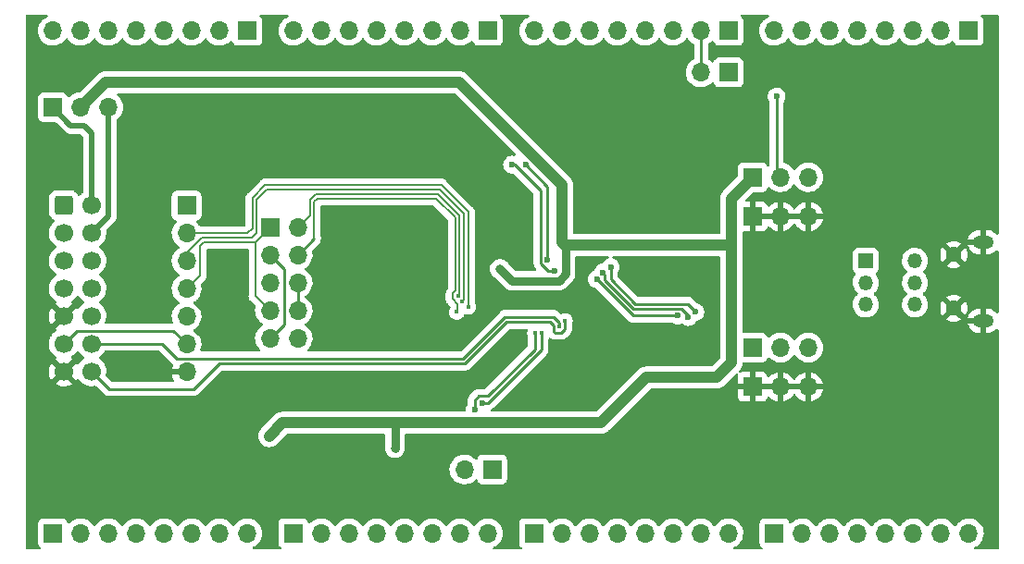
<source format=gbl>
G04 #@! TF.GenerationSoftware,KiCad,Pcbnew,(6.0.7)*
G04 #@! TF.CreationDate,2022-09-17T20:23:59+02:00*
G04 #@! TF.ProjectId,F5418,46353431-382e-46b6-9963-61645f706362,rev?*
G04 #@! TF.SameCoordinates,Original*
G04 #@! TF.FileFunction,Copper,L2,Bot*
G04 #@! TF.FilePolarity,Positive*
%FSLAX46Y46*%
G04 Gerber Fmt 4.6, Leading zero omitted, Abs format (unit mm)*
G04 Created by KiCad (PCBNEW (6.0.7)) date 2022-09-17 20:23:59*
%MOMM*%
%LPD*%
G01*
G04 APERTURE LIST*
G04 Aperture macros list*
%AMRoundRect*
0 Rectangle with rounded corners*
0 $1 Rounding radius*
0 $2 $3 $4 $5 $6 $7 $8 $9 X,Y pos of 4 corners*
0 Add a 4 corners polygon primitive as box body*
4,1,4,$2,$3,$4,$5,$6,$7,$8,$9,$2,$3,0*
0 Add four circle primitives for the rounded corners*
1,1,$1+$1,$2,$3*
1,1,$1+$1,$4,$5*
1,1,$1+$1,$6,$7*
1,1,$1+$1,$8,$9*
0 Add four rect primitives between the rounded corners*
20,1,$1+$1,$2,$3,$4,$5,0*
20,1,$1+$1,$4,$5,$6,$7,0*
20,1,$1+$1,$6,$7,$8,$9,0*
20,1,$1+$1,$8,$9,$2,$3,0*%
G04 Aperture macros list end*
G04 #@! TA.AperFunction,ComponentPad*
%ADD10R,1.700000X1.700000*%
G04 #@! TD*
G04 #@! TA.AperFunction,ComponentPad*
%ADD11O,1.700000X1.700000*%
G04 #@! TD*
G04 #@! TA.AperFunction,ComponentPad*
%ADD12O,1.900000X1.200000*%
G04 #@! TD*
G04 #@! TA.AperFunction,ComponentPad*
%ADD13C,1.450000*%
G04 #@! TD*
G04 #@! TA.AperFunction,ComponentPad*
%ADD14R,1.350000X1.350000*%
G04 #@! TD*
G04 #@! TA.AperFunction,ComponentPad*
%ADD15O,1.350000X1.350000*%
G04 #@! TD*
G04 #@! TA.AperFunction,ComponentPad*
%ADD16RoundRect,0.250000X-0.600000X-0.600000X0.600000X-0.600000X0.600000X0.600000X-0.600000X0.600000X0*%
G04 #@! TD*
G04 #@! TA.AperFunction,ComponentPad*
%ADD17C,1.700000*%
G04 #@! TD*
G04 #@! TA.AperFunction,ViaPad*
%ADD18C,0.600000*%
G04 #@! TD*
G04 #@! TA.AperFunction,ViaPad*
%ADD19C,0.800000*%
G04 #@! TD*
G04 #@! TA.AperFunction,ViaPad*
%ADD20C,0.400000*%
G04 #@! TD*
G04 #@! TA.AperFunction,ViaPad*
%ADD21C,1.000000*%
G04 #@! TD*
G04 #@! TA.AperFunction,Conductor*
%ADD22C,0.254000*%
G04 #@! TD*
G04 #@! TA.AperFunction,Conductor*
%ADD23C,0.508000*%
G04 #@! TD*
G04 #@! TA.AperFunction,Conductor*
%ADD24C,0.200000*%
G04 #@! TD*
G04 #@! TA.AperFunction,Conductor*
%ADD25C,1.000000*%
G04 #@! TD*
G04 #@! TA.AperFunction,Conductor*
%ADD26C,0.750000*%
G04 #@! TD*
G04 APERTURE END LIST*
D10*
X135000000Y-126000000D03*
D11*
X137540000Y-126000000D03*
X140080000Y-126000000D03*
X142620000Y-126000000D03*
X145160000Y-126000000D03*
X147700000Y-126000000D03*
X150240000Y-126000000D03*
X152780000Y-126000000D03*
D10*
X174760000Y-80000000D03*
D11*
X172220000Y-80000000D03*
X169680000Y-80000000D03*
X167140000Y-80000000D03*
X164600000Y-80000000D03*
X162060000Y-80000000D03*
X159520000Y-80000000D03*
X156980000Y-80000000D03*
D10*
X152820000Y-80000000D03*
D11*
X150280000Y-80000000D03*
X147740000Y-80000000D03*
X145200000Y-80000000D03*
X142660000Y-80000000D03*
X140120000Y-80000000D03*
X137580000Y-80000000D03*
X135040000Y-80000000D03*
D10*
X130800000Y-80000000D03*
D11*
X128260000Y-80000000D03*
X125720000Y-80000000D03*
X123180000Y-80000000D03*
X120640000Y-80000000D03*
X118100000Y-80000000D03*
X115560000Y-80000000D03*
X113020000Y-80000000D03*
D10*
X152800000Y-83800000D03*
D11*
X150260000Y-83800000D03*
D10*
X157000000Y-126000000D03*
D11*
X159540000Y-126000000D03*
X162080000Y-126000000D03*
X164620000Y-126000000D03*
X167160000Y-126000000D03*
X169700000Y-126000000D03*
X172240000Y-126000000D03*
X174780000Y-126000000D03*
D10*
X155000000Y-93400000D03*
D11*
X157540000Y-93400000D03*
X160080000Y-93400000D03*
D10*
X155000000Y-97000000D03*
D11*
X157540000Y-97000000D03*
X160080000Y-97000000D03*
D10*
X155000000Y-112600000D03*
D11*
X157540000Y-112600000D03*
X160080000Y-112600000D03*
D10*
X155000000Y-109000000D03*
D11*
X157540000Y-109000000D03*
X160080000Y-109000000D03*
D12*
X176100000Y-106550000D03*
D13*
X173400000Y-100500000D03*
D12*
X176100000Y-99350000D03*
D13*
X173400000Y-105400000D03*
D10*
X91000000Y-87000000D03*
D11*
X93540000Y-87000000D03*
X96080000Y-87000000D03*
D14*
X165350000Y-101050000D03*
D15*
X165350000Y-103050000D03*
X165350000Y-105050000D03*
X169850000Y-101050000D03*
X169850000Y-103050000D03*
X169850000Y-105050000D03*
D10*
X110860000Y-98000000D03*
D11*
X113400000Y-98000000D03*
X110860000Y-100540000D03*
X113400000Y-100540000D03*
X110860000Y-103080000D03*
X113400000Y-103080000D03*
X110860000Y-105620000D03*
X113400000Y-105620000D03*
X110860000Y-108160000D03*
X113400000Y-108160000D03*
D10*
X91000000Y-126000000D03*
D11*
X93540000Y-126000000D03*
X96080000Y-126000000D03*
X98620000Y-126000000D03*
X101160000Y-126000000D03*
X103700000Y-126000000D03*
X106240000Y-126000000D03*
X108780000Y-126000000D03*
D10*
X113000000Y-126000000D03*
D11*
X115540000Y-126000000D03*
X118080000Y-126000000D03*
X120620000Y-126000000D03*
X123160000Y-126000000D03*
X125700000Y-126000000D03*
X128240000Y-126000000D03*
X130780000Y-126000000D03*
D10*
X108800000Y-80000000D03*
D11*
X106260000Y-80000000D03*
X103720000Y-80000000D03*
X101180000Y-80000000D03*
X98640000Y-80000000D03*
X96100000Y-80000000D03*
X93560000Y-80000000D03*
X91020000Y-80000000D03*
D10*
X103240000Y-96000000D03*
D11*
X103240000Y-98540000D03*
X103240000Y-101080000D03*
X103240000Y-103620000D03*
X103240000Y-106160000D03*
X103240000Y-108700000D03*
X103240000Y-111240000D03*
D16*
X92000000Y-95950000D03*
D17*
X94540000Y-95950000D03*
X92000000Y-98490000D03*
X94540000Y-98490000D03*
X92000000Y-101030000D03*
X94540000Y-101030000D03*
X92000000Y-103570000D03*
X94540000Y-103570000D03*
X92000000Y-106110000D03*
X94540000Y-106110000D03*
X92000000Y-108650000D03*
X94540000Y-108650000D03*
X92000000Y-111190000D03*
X94540000Y-111190000D03*
D10*
X131180000Y-120164000D03*
D11*
X128640000Y-120164000D03*
D18*
X133000000Y-85000000D03*
D19*
X151150000Y-108000000D03*
X107450000Y-117150000D03*
X91200000Y-83100000D03*
X133000000Y-104800000D03*
D18*
X145500000Y-86200000D03*
D19*
X134000000Y-117700000D03*
X98650000Y-104050000D03*
X130400000Y-110750000D03*
X109100000Y-90100000D03*
X118500000Y-103800000D03*
X91200400Y-91309600D03*
X149900000Y-97250000D03*
X151347600Y-105127200D03*
D18*
X140900000Y-106600000D03*
X106950000Y-97250000D03*
X129600000Y-83100000D03*
D19*
X97296400Y-100098000D03*
D18*
X106900000Y-101700000D03*
X125800000Y-82700000D03*
D19*
X139750000Y-113250000D03*
X137800000Y-85400000D03*
D18*
X149761392Y-105741740D03*
X142018118Y-101623000D03*
X141315687Y-102123000D03*
X149113740Y-106211368D03*
X148178517Y-106071484D03*
X140750000Y-102750000D03*
X133000000Y-92250000D03*
X136877000Y-102000000D03*
X136250000Y-101000000D03*
X134250000Y-92250000D03*
D20*
X137850000Y-106550000D03*
X137300000Y-107100000D03*
X129000000Y-105250000D03*
X128450000Y-104750000D03*
D19*
X131900000Y-101800000D03*
X141500000Y-115500000D03*
D18*
X137600000Y-99400000D03*
D19*
X122300000Y-118200000D03*
D21*
X153050000Y-105900000D03*
D18*
X157200000Y-86000000D03*
D19*
X110800000Y-117100000D03*
D18*
X129592500Y-114703000D03*
D20*
X135100000Y-107650000D03*
X135700000Y-107650000D03*
D18*
X130250000Y-114068000D03*
D20*
X127950000Y-105750000D03*
X128050000Y-104250000D03*
D22*
X113400000Y-103080000D02*
X113400000Y-105620000D01*
X150280000Y-83780000D02*
X150260000Y-83800000D01*
X150280000Y-80000000D02*
X150280000Y-83780000D01*
X142018118Y-102733986D02*
X144274605Y-104990473D01*
X149761392Y-105674854D02*
X149761392Y-105741740D01*
X149077011Y-104990473D02*
X149761392Y-105674854D01*
X144274605Y-104990473D02*
X149077011Y-104990473D01*
X142018118Y-101623000D02*
X142018118Y-102733986D01*
X141500000Y-102857934D02*
X144086549Y-105444483D01*
X148479478Y-105444483D02*
X149113740Y-106078745D01*
X141500000Y-102307313D02*
X141500000Y-102857934D01*
X144086549Y-105444483D02*
X148479478Y-105444483D01*
X149113740Y-106078745D02*
X149113740Y-106211368D01*
X141315687Y-102123000D02*
X141500000Y-102307313D01*
X144071484Y-106071484D02*
X140750000Y-102750000D01*
X148178517Y-106071484D02*
X144071484Y-106071484D01*
X136322038Y-102000000D02*
X135622999Y-101300961D01*
X135622999Y-101300961D02*
X135622999Y-94622999D01*
X135622999Y-94622999D02*
X133250000Y-92250000D01*
X133250000Y-92250000D02*
X133000000Y-92250000D01*
X136877000Y-102000000D02*
X136322038Y-102000000D01*
X136250000Y-94250000D02*
X134250000Y-92250000D01*
X136250000Y-101000000D02*
X136250000Y-94250000D01*
D23*
X96080000Y-96950000D02*
X96080000Y-87000000D01*
X94540000Y-98490000D02*
X96080000Y-96950000D01*
X94540000Y-89340000D02*
X94540000Y-95950000D01*
X93850000Y-88650000D02*
X94540000Y-89340000D01*
X91000000Y-87000000D02*
X92650000Y-88650000D01*
X92650000Y-88650000D02*
X93850000Y-88650000D01*
D22*
X96148000Y-112798000D02*
X94540000Y-111190000D01*
X136931000Y-107627000D02*
X136768000Y-107464000D01*
X103875000Y-112798000D02*
X96148000Y-112798000D01*
X128722236Y-110458000D02*
X106215000Y-110458000D01*
X137518291Y-107627000D02*
X136931000Y-107627000D01*
X132532236Y-106648000D02*
X128722236Y-110458000D01*
X136768000Y-106956000D02*
X136460000Y-106648000D01*
X136768000Y-107464000D02*
X136768000Y-106956000D01*
X137850000Y-106550000D02*
X137850000Y-107295291D01*
X106215000Y-110458000D02*
X103875000Y-112798000D01*
X136460000Y-106648000D02*
X132532236Y-106648000D01*
X137850000Y-107295291D02*
X137518291Y-107627000D01*
X102351000Y-110004000D02*
X128534184Y-110004000D01*
X137300000Y-106726000D02*
X137300000Y-107100000D01*
X94540000Y-108650000D02*
X100997000Y-108650000D01*
X136768000Y-106194000D02*
X137300000Y-106726000D01*
X100997000Y-108650000D02*
X102351000Y-110004000D01*
X128534184Y-110004000D02*
X132344184Y-106194000D01*
X132344184Y-106194000D02*
X136768000Y-106194000D01*
X92000000Y-108650000D02*
X93177000Y-107473000D01*
X93177000Y-107473000D02*
X102013000Y-107473000D01*
X102013000Y-107473000D02*
X103240000Y-108700000D01*
X112131450Y-106888550D02*
X110860000Y-108160000D01*
X112131450Y-101811450D02*
X112131450Y-106888550D01*
X110860000Y-100540000D02*
X112131450Y-101811450D01*
D24*
X109250000Y-98100000D02*
X109250000Y-95334315D01*
X110434315Y-94150000D02*
X126550000Y-94150000D01*
X109250000Y-95334315D02*
X110434315Y-94150000D01*
X126550000Y-94150000D02*
X129000000Y-96600000D01*
X103240000Y-98540000D02*
X108810000Y-98540000D01*
X129000000Y-96600000D02*
X129000000Y-105250000D01*
X108810000Y-98540000D02*
X109250000Y-98100000D01*
X109650000Y-95500000D02*
X110600000Y-94550000D01*
X128600000Y-96765686D02*
X128600000Y-104600000D01*
X110600000Y-94550000D02*
X126384314Y-94550000D01*
X103240000Y-101080000D02*
X103240000Y-100310000D01*
X109650000Y-98500000D02*
X109650000Y-95500000D01*
X109210000Y-98940000D02*
X109650000Y-98500000D01*
X104610000Y-98940000D02*
X109210000Y-98940000D01*
X128600000Y-104600000D02*
X128450000Y-104750000D01*
X103240000Y-100310000D02*
X104610000Y-98940000D01*
X126384314Y-94550000D02*
X128600000Y-96765686D01*
X104810000Y-99340000D02*
X109520000Y-99340000D01*
X110860000Y-105620000D02*
X109520000Y-104280000D01*
X104450000Y-99700000D02*
X104810000Y-99340000D01*
X109605000Y-99255000D02*
X110860000Y-98000000D01*
X109520000Y-104280000D02*
X109520000Y-99340000D01*
X109520000Y-99340000D02*
X109605000Y-99255000D01*
X104450000Y-102410000D02*
X104450000Y-99700000D01*
X103240000Y-103620000D02*
X104450000Y-102410000D01*
D25*
X112300000Y-115900000D02*
X112000000Y-115900000D01*
X153050000Y-95350000D02*
X155000000Y-93400000D01*
D26*
X122300000Y-118200000D02*
X122300000Y-116100000D01*
D22*
X157200000Y-86000000D02*
X157200000Y-93060000D01*
D25*
X137600000Y-99400000D02*
X137800001Y-99600001D01*
D26*
X137600000Y-99400000D02*
X137899999Y-99699999D01*
X141100001Y-115899999D02*
X141500000Y-115500000D01*
D25*
X137600000Y-99400000D02*
X137600000Y-94119998D01*
X141100000Y-115900000D02*
X122500000Y-115900000D01*
X153050000Y-105900000D02*
X153050000Y-99600000D01*
X122500000Y-115900000D02*
X112300000Y-115900000D01*
D26*
X132975001Y-102875001D02*
X131900000Y-101800000D01*
X137899999Y-102272003D02*
X137297001Y-102875001D01*
D25*
X95840000Y-84700000D02*
X93540000Y-87000000D01*
X137800001Y-99600001D02*
X153049999Y-99600001D01*
X112000000Y-115900000D02*
X110800000Y-117100000D01*
X153049999Y-99600001D02*
X153050000Y-99600000D01*
X137600000Y-94119998D02*
X128180002Y-84700000D01*
X153050000Y-110400000D02*
X153050000Y-105900000D01*
D26*
X137297001Y-102875001D02*
X132975001Y-102875001D01*
D22*
X157200000Y-93060000D02*
X157540000Y-93400000D01*
D25*
X153050000Y-99600000D02*
X153050000Y-95350000D01*
X141500000Y-115500000D02*
X141100000Y-115900000D01*
X151699999Y-111750001D02*
X145249999Y-111750001D01*
X151699999Y-111750001D02*
X153050000Y-110400000D01*
D26*
X122300000Y-116100000D02*
X122500000Y-115900000D01*
X137899999Y-99699999D02*
X137899999Y-102272003D01*
D25*
X128180002Y-84700000D02*
X95840000Y-84700000D01*
X145249999Y-111750001D02*
X141500000Y-115500000D01*
D22*
X135100000Y-107650000D02*
X135100000Y-109150000D01*
X129949039Y-113440999D02*
X130809001Y-113440999D01*
X135100000Y-109150000D02*
X130809001Y-113440999D01*
X129592500Y-114703000D02*
X129592500Y-113797538D01*
X129592500Y-113797538D02*
X129949039Y-113440999D01*
X130824066Y-114068000D02*
X130250000Y-114068000D01*
X135700000Y-107650000D02*
X135700000Y-109192066D01*
X135700000Y-109192066D02*
X130824066Y-114068000D01*
D24*
X127550000Y-104550000D02*
X128000000Y-105000000D01*
X128000000Y-105700000D02*
X127950000Y-105750000D01*
X127800000Y-97097058D02*
X127800000Y-103792893D01*
X114900000Y-99040000D02*
X114900000Y-95665686D01*
X114900000Y-95665686D02*
X115215686Y-95350000D01*
X115215686Y-95350000D02*
X126052942Y-95350000D01*
X126052942Y-95350000D02*
X127800000Y-97097058D01*
X127800000Y-103792893D02*
X127550000Y-104042893D01*
D22*
X114900000Y-99040000D02*
X113400000Y-100540000D01*
D24*
X128000000Y-105000000D02*
X128000000Y-105700000D01*
X127550000Y-104042893D02*
X127550000Y-104550000D01*
X114500000Y-96900000D02*
X114500000Y-95500000D01*
X128200000Y-104100000D02*
X128050000Y-104250000D01*
X114500000Y-95500000D02*
X115050000Y-94950000D01*
X128200000Y-96931372D02*
X128200000Y-104100000D01*
X115050000Y-94950000D02*
X126218628Y-94950000D01*
X126218628Y-94950000D02*
X128200000Y-96931372D01*
X113400000Y-98000000D02*
X114500000Y-96900000D01*
G04 #@! TA.AperFunction,Conductor*
G36*
X90496115Y-78528502D02*
G01*
X90542608Y-78582158D01*
X90552712Y-78652432D01*
X90523218Y-78717012D01*
X90486175Y-78746262D01*
X90293607Y-78846507D01*
X90289474Y-78849610D01*
X90289471Y-78849612D01*
X90119100Y-78977530D01*
X90114965Y-78980635D01*
X90075525Y-79021907D01*
X90021280Y-79078671D01*
X89960629Y-79142138D01*
X89834743Y-79326680D01*
X89740688Y-79529305D01*
X89680989Y-79744570D01*
X89657251Y-79966695D01*
X89670110Y-80189715D01*
X89671247Y-80194761D01*
X89671248Y-80194767D01*
X89695304Y-80301508D01*
X89719222Y-80407639D01*
X89803266Y-80614616D01*
X89840685Y-80675678D01*
X89917291Y-80800688D01*
X89919987Y-80805088D01*
X90066250Y-80973938D01*
X90238126Y-81116632D01*
X90431000Y-81229338D01*
X90639692Y-81309030D01*
X90644760Y-81310061D01*
X90644763Y-81310062D01*
X90752017Y-81331883D01*
X90858597Y-81353567D01*
X90863772Y-81353757D01*
X90863774Y-81353757D01*
X91076673Y-81361564D01*
X91076677Y-81361564D01*
X91081837Y-81361753D01*
X91086957Y-81361097D01*
X91086959Y-81361097D01*
X91298288Y-81334025D01*
X91298289Y-81334025D01*
X91303416Y-81333368D01*
X91308366Y-81331883D01*
X91512429Y-81270661D01*
X91512434Y-81270659D01*
X91517384Y-81269174D01*
X91717994Y-81170896D01*
X91899860Y-81041173D01*
X92058096Y-80883489D01*
X92117594Y-80800689D01*
X92188453Y-80702077D01*
X92189776Y-80703028D01*
X92236645Y-80659857D01*
X92306580Y-80647625D01*
X92372026Y-80675144D01*
X92399875Y-80706994D01*
X92459987Y-80805088D01*
X92606250Y-80973938D01*
X92778126Y-81116632D01*
X92971000Y-81229338D01*
X93179692Y-81309030D01*
X93184760Y-81310061D01*
X93184763Y-81310062D01*
X93292017Y-81331883D01*
X93398597Y-81353567D01*
X93403772Y-81353757D01*
X93403774Y-81353757D01*
X93616673Y-81361564D01*
X93616677Y-81361564D01*
X93621837Y-81361753D01*
X93626957Y-81361097D01*
X93626959Y-81361097D01*
X93838288Y-81334025D01*
X93838289Y-81334025D01*
X93843416Y-81333368D01*
X93848366Y-81331883D01*
X94052429Y-81270661D01*
X94052434Y-81270659D01*
X94057384Y-81269174D01*
X94257994Y-81170896D01*
X94439860Y-81041173D01*
X94598096Y-80883489D01*
X94657594Y-80800689D01*
X94728453Y-80702077D01*
X94729776Y-80703028D01*
X94776645Y-80659857D01*
X94846580Y-80647625D01*
X94912026Y-80675144D01*
X94939875Y-80706994D01*
X94999987Y-80805088D01*
X95146250Y-80973938D01*
X95318126Y-81116632D01*
X95511000Y-81229338D01*
X95719692Y-81309030D01*
X95724760Y-81310061D01*
X95724763Y-81310062D01*
X95832017Y-81331883D01*
X95938597Y-81353567D01*
X95943772Y-81353757D01*
X95943774Y-81353757D01*
X96156673Y-81361564D01*
X96156677Y-81361564D01*
X96161837Y-81361753D01*
X96166957Y-81361097D01*
X96166959Y-81361097D01*
X96378288Y-81334025D01*
X96378289Y-81334025D01*
X96383416Y-81333368D01*
X96388366Y-81331883D01*
X96592429Y-81270661D01*
X96592434Y-81270659D01*
X96597384Y-81269174D01*
X96797994Y-81170896D01*
X96979860Y-81041173D01*
X97138096Y-80883489D01*
X97197594Y-80800689D01*
X97268453Y-80702077D01*
X97269776Y-80703028D01*
X97316645Y-80659857D01*
X97386580Y-80647625D01*
X97452026Y-80675144D01*
X97479875Y-80706994D01*
X97539987Y-80805088D01*
X97686250Y-80973938D01*
X97858126Y-81116632D01*
X98051000Y-81229338D01*
X98259692Y-81309030D01*
X98264760Y-81310061D01*
X98264763Y-81310062D01*
X98372017Y-81331883D01*
X98478597Y-81353567D01*
X98483772Y-81353757D01*
X98483774Y-81353757D01*
X98696673Y-81361564D01*
X98696677Y-81361564D01*
X98701837Y-81361753D01*
X98706957Y-81361097D01*
X98706959Y-81361097D01*
X98918288Y-81334025D01*
X98918289Y-81334025D01*
X98923416Y-81333368D01*
X98928366Y-81331883D01*
X99132429Y-81270661D01*
X99132434Y-81270659D01*
X99137384Y-81269174D01*
X99337994Y-81170896D01*
X99519860Y-81041173D01*
X99678096Y-80883489D01*
X99737594Y-80800689D01*
X99808453Y-80702077D01*
X99809776Y-80703028D01*
X99856645Y-80659857D01*
X99926580Y-80647625D01*
X99992026Y-80675144D01*
X100019875Y-80706994D01*
X100079987Y-80805088D01*
X100226250Y-80973938D01*
X100398126Y-81116632D01*
X100591000Y-81229338D01*
X100799692Y-81309030D01*
X100804760Y-81310061D01*
X100804763Y-81310062D01*
X100912017Y-81331883D01*
X101018597Y-81353567D01*
X101023772Y-81353757D01*
X101023774Y-81353757D01*
X101236673Y-81361564D01*
X101236677Y-81361564D01*
X101241837Y-81361753D01*
X101246957Y-81361097D01*
X101246959Y-81361097D01*
X101458288Y-81334025D01*
X101458289Y-81334025D01*
X101463416Y-81333368D01*
X101468366Y-81331883D01*
X101672429Y-81270661D01*
X101672434Y-81270659D01*
X101677384Y-81269174D01*
X101877994Y-81170896D01*
X102059860Y-81041173D01*
X102218096Y-80883489D01*
X102277594Y-80800689D01*
X102348453Y-80702077D01*
X102349776Y-80703028D01*
X102396645Y-80659857D01*
X102466580Y-80647625D01*
X102532026Y-80675144D01*
X102559875Y-80706994D01*
X102619987Y-80805088D01*
X102766250Y-80973938D01*
X102938126Y-81116632D01*
X103131000Y-81229338D01*
X103339692Y-81309030D01*
X103344760Y-81310061D01*
X103344763Y-81310062D01*
X103452017Y-81331883D01*
X103558597Y-81353567D01*
X103563772Y-81353757D01*
X103563774Y-81353757D01*
X103776673Y-81361564D01*
X103776677Y-81361564D01*
X103781837Y-81361753D01*
X103786957Y-81361097D01*
X103786959Y-81361097D01*
X103998288Y-81334025D01*
X103998289Y-81334025D01*
X104003416Y-81333368D01*
X104008366Y-81331883D01*
X104212429Y-81270661D01*
X104212434Y-81270659D01*
X104217384Y-81269174D01*
X104417994Y-81170896D01*
X104599860Y-81041173D01*
X104758096Y-80883489D01*
X104817594Y-80800689D01*
X104888453Y-80702077D01*
X104889776Y-80703028D01*
X104936645Y-80659857D01*
X105006580Y-80647625D01*
X105072026Y-80675144D01*
X105099875Y-80706994D01*
X105159987Y-80805088D01*
X105306250Y-80973938D01*
X105478126Y-81116632D01*
X105671000Y-81229338D01*
X105879692Y-81309030D01*
X105884760Y-81310061D01*
X105884763Y-81310062D01*
X105992017Y-81331883D01*
X106098597Y-81353567D01*
X106103772Y-81353757D01*
X106103774Y-81353757D01*
X106316673Y-81361564D01*
X106316677Y-81361564D01*
X106321837Y-81361753D01*
X106326957Y-81361097D01*
X106326959Y-81361097D01*
X106538288Y-81334025D01*
X106538289Y-81334025D01*
X106543416Y-81333368D01*
X106548366Y-81331883D01*
X106752429Y-81270661D01*
X106752434Y-81270659D01*
X106757384Y-81269174D01*
X106957994Y-81170896D01*
X107139860Y-81041173D01*
X107248091Y-80933319D01*
X107310462Y-80899404D01*
X107381268Y-80904592D01*
X107438030Y-80947238D01*
X107455012Y-80978341D01*
X107499385Y-81096705D01*
X107586739Y-81213261D01*
X107703295Y-81300615D01*
X107839684Y-81351745D01*
X107901866Y-81358500D01*
X109698134Y-81358500D01*
X109760316Y-81351745D01*
X109896705Y-81300615D01*
X110013261Y-81213261D01*
X110100615Y-81096705D01*
X110151745Y-80960316D01*
X110158500Y-80898134D01*
X110158500Y-79101866D01*
X110151745Y-79039684D01*
X110100615Y-78903295D01*
X110013261Y-78786739D01*
X109973098Y-78756638D01*
X109944661Y-78735326D01*
X109902146Y-78678467D01*
X109897120Y-78607648D01*
X109931180Y-78545355D01*
X109993511Y-78511365D01*
X110020226Y-78508500D01*
X112427994Y-78508500D01*
X112496115Y-78528502D01*
X112542608Y-78582158D01*
X112552712Y-78652432D01*
X112523218Y-78717012D01*
X112486175Y-78746262D01*
X112293607Y-78846507D01*
X112289474Y-78849610D01*
X112289471Y-78849612D01*
X112119100Y-78977530D01*
X112114965Y-78980635D01*
X112075525Y-79021907D01*
X112021280Y-79078671D01*
X111960629Y-79142138D01*
X111834743Y-79326680D01*
X111740688Y-79529305D01*
X111680989Y-79744570D01*
X111657251Y-79966695D01*
X111670110Y-80189715D01*
X111671247Y-80194761D01*
X111671248Y-80194767D01*
X111695304Y-80301508D01*
X111719222Y-80407639D01*
X111803266Y-80614616D01*
X111840685Y-80675678D01*
X111917291Y-80800688D01*
X111919987Y-80805088D01*
X112066250Y-80973938D01*
X112238126Y-81116632D01*
X112431000Y-81229338D01*
X112639692Y-81309030D01*
X112644760Y-81310061D01*
X112644763Y-81310062D01*
X112752017Y-81331883D01*
X112858597Y-81353567D01*
X112863772Y-81353757D01*
X112863774Y-81353757D01*
X113076673Y-81361564D01*
X113076677Y-81361564D01*
X113081837Y-81361753D01*
X113086957Y-81361097D01*
X113086959Y-81361097D01*
X113298288Y-81334025D01*
X113298289Y-81334025D01*
X113303416Y-81333368D01*
X113308366Y-81331883D01*
X113512429Y-81270661D01*
X113512434Y-81270659D01*
X113517384Y-81269174D01*
X113717994Y-81170896D01*
X113899860Y-81041173D01*
X114058096Y-80883489D01*
X114117594Y-80800689D01*
X114188453Y-80702077D01*
X114189776Y-80703028D01*
X114236645Y-80659857D01*
X114306580Y-80647625D01*
X114372026Y-80675144D01*
X114399875Y-80706994D01*
X114459987Y-80805088D01*
X114606250Y-80973938D01*
X114778126Y-81116632D01*
X114971000Y-81229338D01*
X115179692Y-81309030D01*
X115184760Y-81310061D01*
X115184763Y-81310062D01*
X115292017Y-81331883D01*
X115398597Y-81353567D01*
X115403772Y-81353757D01*
X115403774Y-81353757D01*
X115616673Y-81361564D01*
X115616677Y-81361564D01*
X115621837Y-81361753D01*
X115626957Y-81361097D01*
X115626959Y-81361097D01*
X115838288Y-81334025D01*
X115838289Y-81334025D01*
X115843416Y-81333368D01*
X115848366Y-81331883D01*
X116052429Y-81270661D01*
X116052434Y-81270659D01*
X116057384Y-81269174D01*
X116257994Y-81170896D01*
X116439860Y-81041173D01*
X116598096Y-80883489D01*
X116657594Y-80800689D01*
X116728453Y-80702077D01*
X116729776Y-80703028D01*
X116776645Y-80659857D01*
X116846580Y-80647625D01*
X116912026Y-80675144D01*
X116939875Y-80706994D01*
X116999987Y-80805088D01*
X117146250Y-80973938D01*
X117318126Y-81116632D01*
X117511000Y-81229338D01*
X117719692Y-81309030D01*
X117724760Y-81310061D01*
X117724763Y-81310062D01*
X117832017Y-81331883D01*
X117938597Y-81353567D01*
X117943772Y-81353757D01*
X117943774Y-81353757D01*
X118156673Y-81361564D01*
X118156677Y-81361564D01*
X118161837Y-81361753D01*
X118166957Y-81361097D01*
X118166959Y-81361097D01*
X118378288Y-81334025D01*
X118378289Y-81334025D01*
X118383416Y-81333368D01*
X118388366Y-81331883D01*
X118592429Y-81270661D01*
X118592434Y-81270659D01*
X118597384Y-81269174D01*
X118797994Y-81170896D01*
X118979860Y-81041173D01*
X119138096Y-80883489D01*
X119197594Y-80800689D01*
X119268453Y-80702077D01*
X119269776Y-80703028D01*
X119316645Y-80659857D01*
X119386580Y-80647625D01*
X119452026Y-80675144D01*
X119479875Y-80706994D01*
X119539987Y-80805088D01*
X119686250Y-80973938D01*
X119858126Y-81116632D01*
X120051000Y-81229338D01*
X120259692Y-81309030D01*
X120264760Y-81310061D01*
X120264763Y-81310062D01*
X120372017Y-81331883D01*
X120478597Y-81353567D01*
X120483772Y-81353757D01*
X120483774Y-81353757D01*
X120696673Y-81361564D01*
X120696677Y-81361564D01*
X120701837Y-81361753D01*
X120706957Y-81361097D01*
X120706959Y-81361097D01*
X120918288Y-81334025D01*
X120918289Y-81334025D01*
X120923416Y-81333368D01*
X120928366Y-81331883D01*
X121132429Y-81270661D01*
X121132434Y-81270659D01*
X121137384Y-81269174D01*
X121337994Y-81170896D01*
X121519860Y-81041173D01*
X121678096Y-80883489D01*
X121737594Y-80800689D01*
X121808453Y-80702077D01*
X121809776Y-80703028D01*
X121856645Y-80659857D01*
X121926580Y-80647625D01*
X121992026Y-80675144D01*
X122019875Y-80706994D01*
X122079987Y-80805088D01*
X122226250Y-80973938D01*
X122398126Y-81116632D01*
X122591000Y-81229338D01*
X122799692Y-81309030D01*
X122804760Y-81310061D01*
X122804763Y-81310062D01*
X122912017Y-81331883D01*
X123018597Y-81353567D01*
X123023772Y-81353757D01*
X123023774Y-81353757D01*
X123236673Y-81361564D01*
X123236677Y-81361564D01*
X123241837Y-81361753D01*
X123246957Y-81361097D01*
X123246959Y-81361097D01*
X123458288Y-81334025D01*
X123458289Y-81334025D01*
X123463416Y-81333368D01*
X123468366Y-81331883D01*
X123672429Y-81270661D01*
X123672434Y-81270659D01*
X123677384Y-81269174D01*
X123877994Y-81170896D01*
X124059860Y-81041173D01*
X124218096Y-80883489D01*
X124277594Y-80800689D01*
X124348453Y-80702077D01*
X124349776Y-80703028D01*
X124396645Y-80659857D01*
X124466580Y-80647625D01*
X124532026Y-80675144D01*
X124559875Y-80706994D01*
X124619987Y-80805088D01*
X124766250Y-80973938D01*
X124938126Y-81116632D01*
X125131000Y-81229338D01*
X125339692Y-81309030D01*
X125344760Y-81310061D01*
X125344763Y-81310062D01*
X125452017Y-81331883D01*
X125558597Y-81353567D01*
X125563772Y-81353757D01*
X125563774Y-81353757D01*
X125776673Y-81361564D01*
X125776677Y-81361564D01*
X125781837Y-81361753D01*
X125786957Y-81361097D01*
X125786959Y-81361097D01*
X125998288Y-81334025D01*
X125998289Y-81334025D01*
X126003416Y-81333368D01*
X126008366Y-81331883D01*
X126212429Y-81270661D01*
X126212434Y-81270659D01*
X126217384Y-81269174D01*
X126417994Y-81170896D01*
X126599860Y-81041173D01*
X126758096Y-80883489D01*
X126817594Y-80800689D01*
X126888453Y-80702077D01*
X126889776Y-80703028D01*
X126936645Y-80659857D01*
X127006580Y-80647625D01*
X127072026Y-80675144D01*
X127099875Y-80706994D01*
X127159987Y-80805088D01*
X127306250Y-80973938D01*
X127478126Y-81116632D01*
X127671000Y-81229338D01*
X127879692Y-81309030D01*
X127884760Y-81310061D01*
X127884763Y-81310062D01*
X127992017Y-81331883D01*
X128098597Y-81353567D01*
X128103772Y-81353757D01*
X128103774Y-81353757D01*
X128316673Y-81361564D01*
X128316677Y-81361564D01*
X128321837Y-81361753D01*
X128326957Y-81361097D01*
X128326959Y-81361097D01*
X128538288Y-81334025D01*
X128538289Y-81334025D01*
X128543416Y-81333368D01*
X128548366Y-81331883D01*
X128752429Y-81270661D01*
X128752434Y-81270659D01*
X128757384Y-81269174D01*
X128957994Y-81170896D01*
X129139860Y-81041173D01*
X129248091Y-80933319D01*
X129310462Y-80899404D01*
X129381268Y-80904592D01*
X129438030Y-80947238D01*
X129455012Y-80978341D01*
X129499385Y-81096705D01*
X129586739Y-81213261D01*
X129703295Y-81300615D01*
X129839684Y-81351745D01*
X129901866Y-81358500D01*
X131698134Y-81358500D01*
X131760316Y-81351745D01*
X131896705Y-81300615D01*
X132013261Y-81213261D01*
X132100615Y-81096705D01*
X132151745Y-80960316D01*
X132158500Y-80898134D01*
X132158500Y-79101866D01*
X132151745Y-79039684D01*
X132100615Y-78903295D01*
X132013261Y-78786739D01*
X131973098Y-78756638D01*
X131944661Y-78735326D01*
X131902146Y-78678467D01*
X131897120Y-78607648D01*
X131931180Y-78545355D01*
X131993511Y-78511365D01*
X132020226Y-78508500D01*
X134447994Y-78508500D01*
X134516115Y-78528502D01*
X134562608Y-78582158D01*
X134572712Y-78652432D01*
X134543218Y-78717012D01*
X134506175Y-78746262D01*
X134313607Y-78846507D01*
X134309474Y-78849610D01*
X134309471Y-78849612D01*
X134139100Y-78977530D01*
X134134965Y-78980635D01*
X134095525Y-79021907D01*
X134041280Y-79078671D01*
X133980629Y-79142138D01*
X133854743Y-79326680D01*
X133760688Y-79529305D01*
X133700989Y-79744570D01*
X133677251Y-79966695D01*
X133690110Y-80189715D01*
X133691247Y-80194761D01*
X133691248Y-80194767D01*
X133715304Y-80301508D01*
X133739222Y-80407639D01*
X133823266Y-80614616D01*
X133860685Y-80675678D01*
X133937291Y-80800688D01*
X133939987Y-80805088D01*
X134086250Y-80973938D01*
X134258126Y-81116632D01*
X134451000Y-81229338D01*
X134659692Y-81309030D01*
X134664760Y-81310061D01*
X134664763Y-81310062D01*
X134772017Y-81331883D01*
X134878597Y-81353567D01*
X134883772Y-81353757D01*
X134883774Y-81353757D01*
X135096673Y-81361564D01*
X135096677Y-81361564D01*
X135101837Y-81361753D01*
X135106957Y-81361097D01*
X135106959Y-81361097D01*
X135318288Y-81334025D01*
X135318289Y-81334025D01*
X135323416Y-81333368D01*
X135328366Y-81331883D01*
X135532429Y-81270661D01*
X135532434Y-81270659D01*
X135537384Y-81269174D01*
X135737994Y-81170896D01*
X135919860Y-81041173D01*
X136078096Y-80883489D01*
X136137594Y-80800689D01*
X136208453Y-80702077D01*
X136209776Y-80703028D01*
X136256645Y-80659857D01*
X136326580Y-80647625D01*
X136392026Y-80675144D01*
X136419875Y-80706994D01*
X136479987Y-80805088D01*
X136626250Y-80973938D01*
X136798126Y-81116632D01*
X136991000Y-81229338D01*
X137199692Y-81309030D01*
X137204760Y-81310061D01*
X137204763Y-81310062D01*
X137312017Y-81331883D01*
X137418597Y-81353567D01*
X137423772Y-81353757D01*
X137423774Y-81353757D01*
X137636673Y-81361564D01*
X137636677Y-81361564D01*
X137641837Y-81361753D01*
X137646957Y-81361097D01*
X137646959Y-81361097D01*
X137858288Y-81334025D01*
X137858289Y-81334025D01*
X137863416Y-81333368D01*
X137868366Y-81331883D01*
X138072429Y-81270661D01*
X138072434Y-81270659D01*
X138077384Y-81269174D01*
X138277994Y-81170896D01*
X138459860Y-81041173D01*
X138618096Y-80883489D01*
X138677594Y-80800689D01*
X138748453Y-80702077D01*
X138749776Y-80703028D01*
X138796645Y-80659857D01*
X138866580Y-80647625D01*
X138932026Y-80675144D01*
X138959875Y-80706994D01*
X139019987Y-80805088D01*
X139166250Y-80973938D01*
X139338126Y-81116632D01*
X139531000Y-81229338D01*
X139739692Y-81309030D01*
X139744760Y-81310061D01*
X139744763Y-81310062D01*
X139852017Y-81331883D01*
X139958597Y-81353567D01*
X139963772Y-81353757D01*
X139963774Y-81353757D01*
X140176673Y-81361564D01*
X140176677Y-81361564D01*
X140181837Y-81361753D01*
X140186957Y-81361097D01*
X140186959Y-81361097D01*
X140398288Y-81334025D01*
X140398289Y-81334025D01*
X140403416Y-81333368D01*
X140408366Y-81331883D01*
X140612429Y-81270661D01*
X140612434Y-81270659D01*
X140617384Y-81269174D01*
X140817994Y-81170896D01*
X140999860Y-81041173D01*
X141158096Y-80883489D01*
X141217594Y-80800689D01*
X141288453Y-80702077D01*
X141289776Y-80703028D01*
X141336645Y-80659857D01*
X141406580Y-80647625D01*
X141472026Y-80675144D01*
X141499875Y-80706994D01*
X141559987Y-80805088D01*
X141706250Y-80973938D01*
X141878126Y-81116632D01*
X142071000Y-81229338D01*
X142279692Y-81309030D01*
X142284760Y-81310061D01*
X142284763Y-81310062D01*
X142392017Y-81331883D01*
X142498597Y-81353567D01*
X142503772Y-81353757D01*
X142503774Y-81353757D01*
X142716673Y-81361564D01*
X142716677Y-81361564D01*
X142721837Y-81361753D01*
X142726957Y-81361097D01*
X142726959Y-81361097D01*
X142938288Y-81334025D01*
X142938289Y-81334025D01*
X142943416Y-81333368D01*
X142948366Y-81331883D01*
X143152429Y-81270661D01*
X143152434Y-81270659D01*
X143157384Y-81269174D01*
X143357994Y-81170896D01*
X143539860Y-81041173D01*
X143698096Y-80883489D01*
X143757594Y-80800689D01*
X143828453Y-80702077D01*
X143829776Y-80703028D01*
X143876645Y-80659857D01*
X143946580Y-80647625D01*
X144012026Y-80675144D01*
X144039875Y-80706994D01*
X144099987Y-80805088D01*
X144246250Y-80973938D01*
X144418126Y-81116632D01*
X144611000Y-81229338D01*
X144819692Y-81309030D01*
X144824760Y-81310061D01*
X144824763Y-81310062D01*
X144932017Y-81331883D01*
X145038597Y-81353567D01*
X145043772Y-81353757D01*
X145043774Y-81353757D01*
X145256673Y-81361564D01*
X145256677Y-81361564D01*
X145261837Y-81361753D01*
X145266957Y-81361097D01*
X145266959Y-81361097D01*
X145478288Y-81334025D01*
X145478289Y-81334025D01*
X145483416Y-81333368D01*
X145488366Y-81331883D01*
X145692429Y-81270661D01*
X145692434Y-81270659D01*
X145697384Y-81269174D01*
X145897994Y-81170896D01*
X146079860Y-81041173D01*
X146238096Y-80883489D01*
X146297594Y-80800689D01*
X146368453Y-80702077D01*
X146369776Y-80703028D01*
X146416645Y-80659857D01*
X146486580Y-80647625D01*
X146552026Y-80675144D01*
X146579875Y-80706994D01*
X146639987Y-80805088D01*
X146786250Y-80973938D01*
X146958126Y-81116632D01*
X147151000Y-81229338D01*
X147359692Y-81309030D01*
X147364760Y-81310061D01*
X147364763Y-81310062D01*
X147472017Y-81331883D01*
X147578597Y-81353567D01*
X147583772Y-81353757D01*
X147583774Y-81353757D01*
X147796673Y-81361564D01*
X147796677Y-81361564D01*
X147801837Y-81361753D01*
X147806957Y-81361097D01*
X147806959Y-81361097D01*
X148018288Y-81334025D01*
X148018289Y-81334025D01*
X148023416Y-81333368D01*
X148028366Y-81331883D01*
X148232429Y-81270661D01*
X148232434Y-81270659D01*
X148237384Y-81269174D01*
X148437994Y-81170896D01*
X148619860Y-81041173D01*
X148778096Y-80883489D01*
X148837594Y-80800689D01*
X148908453Y-80702077D01*
X148909776Y-80703028D01*
X148956645Y-80659857D01*
X149026580Y-80647625D01*
X149092026Y-80675144D01*
X149119875Y-80706994D01*
X149179987Y-80805088D01*
X149326250Y-80973938D01*
X149498126Y-81116632D01*
X149582072Y-81165686D01*
X149630794Y-81217324D01*
X149644500Y-81274473D01*
X149644500Y-82512322D01*
X149624498Y-82580443D01*
X149576683Y-82624083D01*
X149533607Y-82646507D01*
X149529474Y-82649610D01*
X149529471Y-82649612D01*
X149359100Y-82777530D01*
X149354965Y-82780635D01*
X149315525Y-82821907D01*
X149261280Y-82878671D01*
X149200629Y-82942138D01*
X149074743Y-83126680D01*
X148980688Y-83329305D01*
X148920989Y-83544570D01*
X148897251Y-83766695D01*
X148897548Y-83771848D01*
X148897548Y-83771851D01*
X148903081Y-83867805D01*
X148910110Y-83989715D01*
X148911247Y-83994761D01*
X148911248Y-83994767D01*
X148935304Y-84101508D01*
X148959222Y-84207639D01*
X149043266Y-84414616D01*
X149159987Y-84605088D01*
X149306250Y-84773938D01*
X149478126Y-84916632D01*
X149671000Y-85029338D01*
X149879692Y-85109030D01*
X149884760Y-85110061D01*
X149884763Y-85110062D01*
X149992017Y-85131883D01*
X150098597Y-85153567D01*
X150103772Y-85153757D01*
X150103774Y-85153757D01*
X150316673Y-85161564D01*
X150316677Y-85161564D01*
X150321837Y-85161753D01*
X150326957Y-85161097D01*
X150326959Y-85161097D01*
X150538288Y-85134025D01*
X150538289Y-85134025D01*
X150543416Y-85133368D01*
X150548366Y-85131883D01*
X150752429Y-85070661D01*
X150752434Y-85070659D01*
X150757384Y-85069174D01*
X150957994Y-84970896D01*
X151139860Y-84841173D01*
X151248091Y-84733319D01*
X151310462Y-84699404D01*
X151381268Y-84704592D01*
X151438030Y-84747238D01*
X151455012Y-84778341D01*
X151499385Y-84896705D01*
X151586739Y-85013261D01*
X151703295Y-85100615D01*
X151839684Y-85151745D01*
X151901866Y-85158500D01*
X153698134Y-85158500D01*
X153760316Y-85151745D01*
X153896705Y-85100615D01*
X154013261Y-85013261D01*
X154100615Y-84896705D01*
X154151745Y-84760316D01*
X154158500Y-84698134D01*
X154158500Y-82901866D01*
X154151745Y-82839684D01*
X154100615Y-82703295D01*
X154013261Y-82586739D01*
X153896705Y-82499385D01*
X153760316Y-82448255D01*
X153698134Y-82441500D01*
X151901866Y-82441500D01*
X151839684Y-82448255D01*
X151703295Y-82499385D01*
X151586739Y-82586739D01*
X151499385Y-82703295D01*
X151496233Y-82711703D01*
X151454919Y-82821907D01*
X151412277Y-82878671D01*
X151345716Y-82903371D01*
X151276367Y-82888163D01*
X151243743Y-82862476D01*
X151193151Y-82806875D01*
X151193142Y-82806866D01*
X151189670Y-82803051D01*
X151185619Y-82799852D01*
X151185615Y-82799848D01*
X151018414Y-82667800D01*
X151018410Y-82667798D01*
X151014359Y-82664598D01*
X150980607Y-82645966D01*
X150930636Y-82595533D01*
X150915500Y-82535657D01*
X150915500Y-81279235D01*
X150935502Y-81211114D01*
X150976171Y-81171789D01*
X150977994Y-81170896D01*
X151159860Y-81041173D01*
X151268091Y-80933319D01*
X151330462Y-80899404D01*
X151401268Y-80904592D01*
X151458030Y-80947238D01*
X151475012Y-80978341D01*
X151519385Y-81096705D01*
X151606739Y-81213261D01*
X151723295Y-81300615D01*
X151859684Y-81351745D01*
X151921866Y-81358500D01*
X153718134Y-81358500D01*
X153780316Y-81351745D01*
X153916705Y-81300615D01*
X154033261Y-81213261D01*
X154120615Y-81096705D01*
X154171745Y-80960316D01*
X154178500Y-80898134D01*
X154178500Y-79101866D01*
X154171745Y-79039684D01*
X154120615Y-78903295D01*
X154033261Y-78786739D01*
X153993098Y-78756638D01*
X153964661Y-78735326D01*
X153922146Y-78678467D01*
X153917120Y-78607648D01*
X153951180Y-78545355D01*
X154013511Y-78511365D01*
X154040226Y-78508500D01*
X156387994Y-78508500D01*
X156456115Y-78528502D01*
X156502608Y-78582158D01*
X156512712Y-78652432D01*
X156483218Y-78717012D01*
X156446175Y-78746262D01*
X156253607Y-78846507D01*
X156249474Y-78849610D01*
X156249471Y-78849612D01*
X156079100Y-78977530D01*
X156074965Y-78980635D01*
X156035525Y-79021907D01*
X155981280Y-79078671D01*
X155920629Y-79142138D01*
X155794743Y-79326680D01*
X155700688Y-79529305D01*
X155640989Y-79744570D01*
X155617251Y-79966695D01*
X155630110Y-80189715D01*
X155631247Y-80194761D01*
X155631248Y-80194767D01*
X155655304Y-80301508D01*
X155679222Y-80407639D01*
X155763266Y-80614616D01*
X155800685Y-80675678D01*
X155877291Y-80800688D01*
X155879987Y-80805088D01*
X156026250Y-80973938D01*
X156198126Y-81116632D01*
X156391000Y-81229338D01*
X156599692Y-81309030D01*
X156604760Y-81310061D01*
X156604763Y-81310062D01*
X156712017Y-81331883D01*
X156818597Y-81353567D01*
X156823772Y-81353757D01*
X156823774Y-81353757D01*
X157036673Y-81361564D01*
X157036677Y-81361564D01*
X157041837Y-81361753D01*
X157046957Y-81361097D01*
X157046959Y-81361097D01*
X157258288Y-81334025D01*
X157258289Y-81334025D01*
X157263416Y-81333368D01*
X157268366Y-81331883D01*
X157472429Y-81270661D01*
X157472434Y-81270659D01*
X157477384Y-81269174D01*
X157677994Y-81170896D01*
X157859860Y-81041173D01*
X158018096Y-80883489D01*
X158077594Y-80800689D01*
X158148453Y-80702077D01*
X158149776Y-80703028D01*
X158196645Y-80659857D01*
X158266580Y-80647625D01*
X158332026Y-80675144D01*
X158359875Y-80706994D01*
X158419987Y-80805088D01*
X158566250Y-80973938D01*
X158738126Y-81116632D01*
X158931000Y-81229338D01*
X159139692Y-81309030D01*
X159144760Y-81310061D01*
X159144763Y-81310062D01*
X159252017Y-81331883D01*
X159358597Y-81353567D01*
X159363772Y-81353757D01*
X159363774Y-81353757D01*
X159576673Y-81361564D01*
X159576677Y-81361564D01*
X159581837Y-81361753D01*
X159586957Y-81361097D01*
X159586959Y-81361097D01*
X159798288Y-81334025D01*
X159798289Y-81334025D01*
X159803416Y-81333368D01*
X159808366Y-81331883D01*
X160012429Y-81270661D01*
X160012434Y-81270659D01*
X160017384Y-81269174D01*
X160217994Y-81170896D01*
X160399860Y-81041173D01*
X160558096Y-80883489D01*
X160617594Y-80800689D01*
X160688453Y-80702077D01*
X160689776Y-80703028D01*
X160736645Y-80659857D01*
X160806580Y-80647625D01*
X160872026Y-80675144D01*
X160899875Y-80706994D01*
X160959987Y-80805088D01*
X161106250Y-80973938D01*
X161278126Y-81116632D01*
X161471000Y-81229338D01*
X161679692Y-81309030D01*
X161684760Y-81310061D01*
X161684763Y-81310062D01*
X161792017Y-81331883D01*
X161898597Y-81353567D01*
X161903772Y-81353757D01*
X161903774Y-81353757D01*
X162116673Y-81361564D01*
X162116677Y-81361564D01*
X162121837Y-81361753D01*
X162126957Y-81361097D01*
X162126959Y-81361097D01*
X162338288Y-81334025D01*
X162338289Y-81334025D01*
X162343416Y-81333368D01*
X162348366Y-81331883D01*
X162552429Y-81270661D01*
X162552434Y-81270659D01*
X162557384Y-81269174D01*
X162757994Y-81170896D01*
X162939860Y-81041173D01*
X163098096Y-80883489D01*
X163157594Y-80800689D01*
X163228453Y-80702077D01*
X163229776Y-80703028D01*
X163276645Y-80659857D01*
X163346580Y-80647625D01*
X163412026Y-80675144D01*
X163439875Y-80706994D01*
X163499987Y-80805088D01*
X163646250Y-80973938D01*
X163818126Y-81116632D01*
X164011000Y-81229338D01*
X164219692Y-81309030D01*
X164224760Y-81310061D01*
X164224763Y-81310062D01*
X164332017Y-81331883D01*
X164438597Y-81353567D01*
X164443772Y-81353757D01*
X164443774Y-81353757D01*
X164656673Y-81361564D01*
X164656677Y-81361564D01*
X164661837Y-81361753D01*
X164666957Y-81361097D01*
X164666959Y-81361097D01*
X164878288Y-81334025D01*
X164878289Y-81334025D01*
X164883416Y-81333368D01*
X164888366Y-81331883D01*
X165092429Y-81270661D01*
X165092434Y-81270659D01*
X165097384Y-81269174D01*
X165297994Y-81170896D01*
X165479860Y-81041173D01*
X165638096Y-80883489D01*
X165697594Y-80800689D01*
X165768453Y-80702077D01*
X165769776Y-80703028D01*
X165816645Y-80659857D01*
X165886580Y-80647625D01*
X165952026Y-80675144D01*
X165979875Y-80706994D01*
X166039987Y-80805088D01*
X166186250Y-80973938D01*
X166358126Y-81116632D01*
X166551000Y-81229338D01*
X166759692Y-81309030D01*
X166764760Y-81310061D01*
X166764763Y-81310062D01*
X166872017Y-81331883D01*
X166978597Y-81353567D01*
X166983772Y-81353757D01*
X166983774Y-81353757D01*
X167196673Y-81361564D01*
X167196677Y-81361564D01*
X167201837Y-81361753D01*
X167206957Y-81361097D01*
X167206959Y-81361097D01*
X167418288Y-81334025D01*
X167418289Y-81334025D01*
X167423416Y-81333368D01*
X167428366Y-81331883D01*
X167632429Y-81270661D01*
X167632434Y-81270659D01*
X167637384Y-81269174D01*
X167837994Y-81170896D01*
X168019860Y-81041173D01*
X168178096Y-80883489D01*
X168237594Y-80800689D01*
X168308453Y-80702077D01*
X168309776Y-80703028D01*
X168356645Y-80659857D01*
X168426580Y-80647625D01*
X168492026Y-80675144D01*
X168519875Y-80706994D01*
X168579987Y-80805088D01*
X168726250Y-80973938D01*
X168898126Y-81116632D01*
X169091000Y-81229338D01*
X169299692Y-81309030D01*
X169304760Y-81310061D01*
X169304763Y-81310062D01*
X169412017Y-81331883D01*
X169518597Y-81353567D01*
X169523772Y-81353757D01*
X169523774Y-81353757D01*
X169736673Y-81361564D01*
X169736677Y-81361564D01*
X169741837Y-81361753D01*
X169746957Y-81361097D01*
X169746959Y-81361097D01*
X169958288Y-81334025D01*
X169958289Y-81334025D01*
X169963416Y-81333368D01*
X169968366Y-81331883D01*
X170172429Y-81270661D01*
X170172434Y-81270659D01*
X170177384Y-81269174D01*
X170377994Y-81170896D01*
X170559860Y-81041173D01*
X170718096Y-80883489D01*
X170777594Y-80800689D01*
X170848453Y-80702077D01*
X170849776Y-80703028D01*
X170896645Y-80659857D01*
X170966580Y-80647625D01*
X171032026Y-80675144D01*
X171059875Y-80706994D01*
X171119987Y-80805088D01*
X171266250Y-80973938D01*
X171438126Y-81116632D01*
X171631000Y-81229338D01*
X171839692Y-81309030D01*
X171844760Y-81310061D01*
X171844763Y-81310062D01*
X171952017Y-81331883D01*
X172058597Y-81353567D01*
X172063772Y-81353757D01*
X172063774Y-81353757D01*
X172276673Y-81361564D01*
X172276677Y-81361564D01*
X172281837Y-81361753D01*
X172286957Y-81361097D01*
X172286959Y-81361097D01*
X172498288Y-81334025D01*
X172498289Y-81334025D01*
X172503416Y-81333368D01*
X172508366Y-81331883D01*
X172712429Y-81270661D01*
X172712434Y-81270659D01*
X172717384Y-81269174D01*
X172917994Y-81170896D01*
X173099860Y-81041173D01*
X173208091Y-80933319D01*
X173270462Y-80899404D01*
X173341268Y-80904592D01*
X173398030Y-80947238D01*
X173415012Y-80978341D01*
X173459385Y-81096705D01*
X173546739Y-81213261D01*
X173663295Y-81300615D01*
X173799684Y-81351745D01*
X173861866Y-81358500D01*
X175658134Y-81358500D01*
X175720316Y-81351745D01*
X175856705Y-81300615D01*
X175973261Y-81213261D01*
X176060615Y-81096705D01*
X176111745Y-80960316D01*
X176118500Y-80898134D01*
X176118500Y-79101866D01*
X176111745Y-79039684D01*
X176060615Y-78903295D01*
X175973261Y-78786739D01*
X175933098Y-78756638D01*
X175904661Y-78735326D01*
X175862146Y-78678467D01*
X175857120Y-78607648D01*
X175891180Y-78545355D01*
X175953511Y-78511365D01*
X175980226Y-78508500D01*
X177365500Y-78508500D01*
X177433621Y-78528502D01*
X177480114Y-78582158D01*
X177491500Y-78634500D01*
X177491500Y-98518108D01*
X177471498Y-98586229D01*
X177417842Y-98632722D01*
X177347568Y-98642826D01*
X177278370Y-98609126D01*
X177144175Y-98480662D01*
X177134804Y-98473262D01*
X176967259Y-98365079D01*
X176956655Y-98359583D01*
X176771688Y-98285039D01*
X176760230Y-98281645D01*
X176563072Y-98243143D01*
X176554209Y-98242066D01*
X176551500Y-98242000D01*
X176372115Y-98242000D01*
X176356876Y-98246475D01*
X176355671Y-98247865D01*
X176354000Y-98255548D01*
X176354000Y-100439885D01*
X176358475Y-100455124D01*
X176359865Y-100456329D01*
X176367548Y-100458000D01*
X176499832Y-100458000D01*
X176505808Y-100457715D01*
X176654494Y-100443529D01*
X176666228Y-100441270D01*
X176857599Y-100385128D01*
X176868675Y-100380698D01*
X177045978Y-100289381D01*
X177056024Y-100282931D01*
X177212857Y-100159738D01*
X177221506Y-100151501D01*
X177270335Y-100095231D01*
X177330089Y-100056890D01*
X177401085Y-100056941D01*
X177460784Y-100095368D01*
X177490230Y-100159970D01*
X177491500Y-100177812D01*
X177491500Y-105718108D01*
X177471498Y-105786229D01*
X177417842Y-105832722D01*
X177347568Y-105842826D01*
X177278370Y-105809126D01*
X177144175Y-105680662D01*
X177134804Y-105673262D01*
X176967259Y-105565079D01*
X176956655Y-105559583D01*
X176771688Y-105485039D01*
X176760230Y-105481645D01*
X176563072Y-105443143D01*
X176554209Y-105442066D01*
X176551500Y-105442000D01*
X176372115Y-105442000D01*
X176356876Y-105446475D01*
X176355671Y-105447865D01*
X176354000Y-105455548D01*
X176354000Y-107639885D01*
X176358475Y-107655124D01*
X176359865Y-107656329D01*
X176367548Y-107658000D01*
X176499832Y-107658000D01*
X176505808Y-107657715D01*
X176654494Y-107643529D01*
X176666228Y-107641270D01*
X176857599Y-107585128D01*
X176868675Y-107580698D01*
X177045978Y-107489381D01*
X177056024Y-107482931D01*
X177212857Y-107359738D01*
X177221506Y-107351501D01*
X177270335Y-107295231D01*
X177330089Y-107256890D01*
X177401085Y-107256941D01*
X177460784Y-107295368D01*
X177490230Y-107359970D01*
X177491500Y-107377812D01*
X177491500Y-127365500D01*
X177471498Y-127433621D01*
X177417842Y-127480114D01*
X177365500Y-127491500D01*
X175367160Y-127491500D01*
X175299039Y-127471498D01*
X175252546Y-127417842D01*
X175242442Y-127347568D01*
X175271936Y-127282988D01*
X175311728Y-127252349D01*
X175473346Y-127173173D01*
X175477994Y-127170896D01*
X175659860Y-127041173D01*
X175818096Y-126883489D01*
X175948453Y-126702077D01*
X175969320Y-126659857D01*
X176045136Y-126506453D01*
X176045137Y-126506451D01*
X176047430Y-126501811D01*
X176112370Y-126288069D01*
X176141529Y-126066590D01*
X176143156Y-126000000D01*
X176124852Y-125777361D01*
X176070431Y-125560702D01*
X175981354Y-125355840D01*
X175860014Y-125168277D01*
X175709670Y-125003051D01*
X175705619Y-124999852D01*
X175705615Y-124999848D01*
X175538414Y-124867800D01*
X175538410Y-124867798D01*
X175534359Y-124864598D01*
X175338789Y-124756638D01*
X175333920Y-124754914D01*
X175333916Y-124754912D01*
X175133087Y-124683795D01*
X175133083Y-124683794D01*
X175128212Y-124682069D01*
X175123119Y-124681162D01*
X175123116Y-124681161D01*
X174913373Y-124643800D01*
X174913367Y-124643799D01*
X174908284Y-124642894D01*
X174834452Y-124641992D01*
X174690081Y-124640228D01*
X174690079Y-124640228D01*
X174684911Y-124640165D01*
X174464091Y-124673955D01*
X174251756Y-124743357D01*
X174053607Y-124846507D01*
X174049474Y-124849610D01*
X174049471Y-124849612D01*
X173879100Y-124977530D01*
X173874965Y-124980635D01*
X173871393Y-124984373D01*
X173763729Y-125097037D01*
X173720629Y-125142138D01*
X173613201Y-125299621D01*
X173558293Y-125344621D01*
X173487768Y-125352792D01*
X173424021Y-125321538D01*
X173403324Y-125297054D01*
X173322822Y-125172617D01*
X173322820Y-125172614D01*
X173320014Y-125168277D01*
X173169670Y-125003051D01*
X173165619Y-124999852D01*
X173165615Y-124999848D01*
X172998414Y-124867800D01*
X172998410Y-124867798D01*
X172994359Y-124864598D01*
X172798789Y-124756638D01*
X172793920Y-124754914D01*
X172793916Y-124754912D01*
X172593087Y-124683795D01*
X172593083Y-124683794D01*
X172588212Y-124682069D01*
X172583119Y-124681162D01*
X172583116Y-124681161D01*
X172373373Y-124643800D01*
X172373367Y-124643799D01*
X172368284Y-124642894D01*
X172294452Y-124641992D01*
X172150081Y-124640228D01*
X172150079Y-124640228D01*
X172144911Y-124640165D01*
X171924091Y-124673955D01*
X171711756Y-124743357D01*
X171513607Y-124846507D01*
X171509474Y-124849610D01*
X171509471Y-124849612D01*
X171339100Y-124977530D01*
X171334965Y-124980635D01*
X171331393Y-124984373D01*
X171223729Y-125097037D01*
X171180629Y-125142138D01*
X171073201Y-125299621D01*
X171018293Y-125344621D01*
X170947768Y-125352792D01*
X170884021Y-125321538D01*
X170863324Y-125297054D01*
X170782822Y-125172617D01*
X170782820Y-125172614D01*
X170780014Y-125168277D01*
X170629670Y-125003051D01*
X170625619Y-124999852D01*
X170625615Y-124999848D01*
X170458414Y-124867800D01*
X170458410Y-124867798D01*
X170454359Y-124864598D01*
X170258789Y-124756638D01*
X170253920Y-124754914D01*
X170253916Y-124754912D01*
X170053087Y-124683795D01*
X170053083Y-124683794D01*
X170048212Y-124682069D01*
X170043119Y-124681162D01*
X170043116Y-124681161D01*
X169833373Y-124643800D01*
X169833367Y-124643799D01*
X169828284Y-124642894D01*
X169754452Y-124641992D01*
X169610081Y-124640228D01*
X169610079Y-124640228D01*
X169604911Y-124640165D01*
X169384091Y-124673955D01*
X169171756Y-124743357D01*
X168973607Y-124846507D01*
X168969474Y-124849610D01*
X168969471Y-124849612D01*
X168799100Y-124977530D01*
X168794965Y-124980635D01*
X168791393Y-124984373D01*
X168683729Y-125097037D01*
X168640629Y-125142138D01*
X168533201Y-125299621D01*
X168478293Y-125344621D01*
X168407768Y-125352792D01*
X168344021Y-125321538D01*
X168323324Y-125297054D01*
X168242822Y-125172617D01*
X168242820Y-125172614D01*
X168240014Y-125168277D01*
X168089670Y-125003051D01*
X168085619Y-124999852D01*
X168085615Y-124999848D01*
X167918414Y-124867800D01*
X167918410Y-124867798D01*
X167914359Y-124864598D01*
X167718789Y-124756638D01*
X167713920Y-124754914D01*
X167713916Y-124754912D01*
X167513087Y-124683795D01*
X167513083Y-124683794D01*
X167508212Y-124682069D01*
X167503119Y-124681162D01*
X167503116Y-124681161D01*
X167293373Y-124643800D01*
X167293367Y-124643799D01*
X167288284Y-124642894D01*
X167214452Y-124641992D01*
X167070081Y-124640228D01*
X167070079Y-124640228D01*
X167064911Y-124640165D01*
X166844091Y-124673955D01*
X166631756Y-124743357D01*
X166433607Y-124846507D01*
X166429474Y-124849610D01*
X166429471Y-124849612D01*
X166259100Y-124977530D01*
X166254965Y-124980635D01*
X166251393Y-124984373D01*
X166143729Y-125097037D01*
X166100629Y-125142138D01*
X165993201Y-125299621D01*
X165938293Y-125344621D01*
X165867768Y-125352792D01*
X165804021Y-125321538D01*
X165783324Y-125297054D01*
X165702822Y-125172617D01*
X165702820Y-125172614D01*
X165700014Y-125168277D01*
X165549670Y-125003051D01*
X165545619Y-124999852D01*
X165545615Y-124999848D01*
X165378414Y-124867800D01*
X165378410Y-124867798D01*
X165374359Y-124864598D01*
X165178789Y-124756638D01*
X165173920Y-124754914D01*
X165173916Y-124754912D01*
X164973087Y-124683795D01*
X164973083Y-124683794D01*
X164968212Y-124682069D01*
X164963119Y-124681162D01*
X164963116Y-124681161D01*
X164753373Y-124643800D01*
X164753367Y-124643799D01*
X164748284Y-124642894D01*
X164674452Y-124641992D01*
X164530081Y-124640228D01*
X164530079Y-124640228D01*
X164524911Y-124640165D01*
X164304091Y-124673955D01*
X164091756Y-124743357D01*
X163893607Y-124846507D01*
X163889474Y-124849610D01*
X163889471Y-124849612D01*
X163719100Y-124977530D01*
X163714965Y-124980635D01*
X163711393Y-124984373D01*
X163603729Y-125097037D01*
X163560629Y-125142138D01*
X163453201Y-125299621D01*
X163398293Y-125344621D01*
X163327768Y-125352792D01*
X163264021Y-125321538D01*
X163243324Y-125297054D01*
X163162822Y-125172617D01*
X163162820Y-125172614D01*
X163160014Y-125168277D01*
X163009670Y-125003051D01*
X163005619Y-124999852D01*
X163005615Y-124999848D01*
X162838414Y-124867800D01*
X162838410Y-124867798D01*
X162834359Y-124864598D01*
X162638789Y-124756638D01*
X162633920Y-124754914D01*
X162633916Y-124754912D01*
X162433087Y-124683795D01*
X162433083Y-124683794D01*
X162428212Y-124682069D01*
X162423119Y-124681162D01*
X162423116Y-124681161D01*
X162213373Y-124643800D01*
X162213367Y-124643799D01*
X162208284Y-124642894D01*
X162134452Y-124641992D01*
X161990081Y-124640228D01*
X161990079Y-124640228D01*
X161984911Y-124640165D01*
X161764091Y-124673955D01*
X161551756Y-124743357D01*
X161353607Y-124846507D01*
X161349474Y-124849610D01*
X161349471Y-124849612D01*
X161179100Y-124977530D01*
X161174965Y-124980635D01*
X161171393Y-124984373D01*
X161063729Y-125097037D01*
X161020629Y-125142138D01*
X160913201Y-125299621D01*
X160858293Y-125344621D01*
X160787768Y-125352792D01*
X160724021Y-125321538D01*
X160703324Y-125297054D01*
X160622822Y-125172617D01*
X160622820Y-125172614D01*
X160620014Y-125168277D01*
X160469670Y-125003051D01*
X160465619Y-124999852D01*
X160465615Y-124999848D01*
X160298414Y-124867800D01*
X160298410Y-124867798D01*
X160294359Y-124864598D01*
X160098789Y-124756638D01*
X160093920Y-124754914D01*
X160093916Y-124754912D01*
X159893087Y-124683795D01*
X159893083Y-124683794D01*
X159888212Y-124682069D01*
X159883119Y-124681162D01*
X159883116Y-124681161D01*
X159673373Y-124643800D01*
X159673367Y-124643799D01*
X159668284Y-124642894D01*
X159594452Y-124641992D01*
X159450081Y-124640228D01*
X159450079Y-124640228D01*
X159444911Y-124640165D01*
X159224091Y-124673955D01*
X159011756Y-124743357D01*
X158813607Y-124846507D01*
X158809474Y-124849610D01*
X158809471Y-124849612D01*
X158639100Y-124977530D01*
X158634965Y-124980635D01*
X158578537Y-125039684D01*
X158554283Y-125065064D01*
X158492759Y-125100494D01*
X158421846Y-125097037D01*
X158364060Y-125055791D01*
X158345207Y-125022243D01*
X158303767Y-124911703D01*
X158300615Y-124903295D01*
X158213261Y-124786739D01*
X158096705Y-124699385D01*
X157960316Y-124648255D01*
X157898134Y-124641500D01*
X156101866Y-124641500D01*
X156039684Y-124648255D01*
X155903295Y-124699385D01*
X155786739Y-124786739D01*
X155699385Y-124903295D01*
X155648255Y-125039684D01*
X155641500Y-125101866D01*
X155641500Y-126898134D01*
X155648255Y-126960316D01*
X155699385Y-127096705D01*
X155786739Y-127213261D01*
X155793919Y-127218642D01*
X155793920Y-127218643D01*
X155855339Y-127264674D01*
X155897854Y-127321533D01*
X155902880Y-127392352D01*
X155868820Y-127454645D01*
X155806489Y-127488635D01*
X155779774Y-127491500D01*
X153367160Y-127491500D01*
X153299039Y-127471498D01*
X153252546Y-127417842D01*
X153242442Y-127347568D01*
X153271936Y-127282988D01*
X153311728Y-127252349D01*
X153473346Y-127173173D01*
X153477994Y-127170896D01*
X153659860Y-127041173D01*
X153818096Y-126883489D01*
X153948453Y-126702077D01*
X153969320Y-126659857D01*
X154045136Y-126506453D01*
X154045137Y-126506451D01*
X154047430Y-126501811D01*
X154112370Y-126288069D01*
X154141529Y-126066590D01*
X154143156Y-126000000D01*
X154124852Y-125777361D01*
X154070431Y-125560702D01*
X153981354Y-125355840D01*
X153860014Y-125168277D01*
X153709670Y-125003051D01*
X153705619Y-124999852D01*
X153705615Y-124999848D01*
X153538414Y-124867800D01*
X153538410Y-124867798D01*
X153534359Y-124864598D01*
X153338789Y-124756638D01*
X153333920Y-124754914D01*
X153333916Y-124754912D01*
X153133087Y-124683795D01*
X153133083Y-124683794D01*
X153128212Y-124682069D01*
X153123119Y-124681162D01*
X153123116Y-124681161D01*
X152913373Y-124643800D01*
X152913367Y-124643799D01*
X152908284Y-124642894D01*
X152834452Y-124641992D01*
X152690081Y-124640228D01*
X152690079Y-124640228D01*
X152684911Y-124640165D01*
X152464091Y-124673955D01*
X152251756Y-124743357D01*
X152053607Y-124846507D01*
X152049474Y-124849610D01*
X152049471Y-124849612D01*
X151879100Y-124977530D01*
X151874965Y-124980635D01*
X151871393Y-124984373D01*
X151763729Y-125097037D01*
X151720629Y-125142138D01*
X151613201Y-125299621D01*
X151558293Y-125344621D01*
X151487768Y-125352792D01*
X151424021Y-125321538D01*
X151403324Y-125297054D01*
X151322822Y-125172617D01*
X151322820Y-125172614D01*
X151320014Y-125168277D01*
X151169670Y-125003051D01*
X151165619Y-124999852D01*
X151165615Y-124999848D01*
X150998414Y-124867800D01*
X150998410Y-124867798D01*
X150994359Y-124864598D01*
X150798789Y-124756638D01*
X150793920Y-124754914D01*
X150793916Y-124754912D01*
X150593087Y-124683795D01*
X150593083Y-124683794D01*
X150588212Y-124682069D01*
X150583119Y-124681162D01*
X150583116Y-124681161D01*
X150373373Y-124643800D01*
X150373367Y-124643799D01*
X150368284Y-124642894D01*
X150294452Y-124641992D01*
X150150081Y-124640228D01*
X150150079Y-124640228D01*
X150144911Y-124640165D01*
X149924091Y-124673955D01*
X149711756Y-124743357D01*
X149513607Y-124846507D01*
X149509474Y-124849610D01*
X149509471Y-124849612D01*
X149339100Y-124977530D01*
X149334965Y-124980635D01*
X149331393Y-124984373D01*
X149223729Y-125097037D01*
X149180629Y-125142138D01*
X149073201Y-125299621D01*
X149018293Y-125344621D01*
X148947768Y-125352792D01*
X148884021Y-125321538D01*
X148863324Y-125297054D01*
X148782822Y-125172617D01*
X148782820Y-125172614D01*
X148780014Y-125168277D01*
X148629670Y-125003051D01*
X148625619Y-124999852D01*
X148625615Y-124999848D01*
X148458414Y-124867800D01*
X148458410Y-124867798D01*
X148454359Y-124864598D01*
X148258789Y-124756638D01*
X148253920Y-124754914D01*
X148253916Y-124754912D01*
X148053087Y-124683795D01*
X148053083Y-124683794D01*
X148048212Y-124682069D01*
X148043119Y-124681162D01*
X148043116Y-124681161D01*
X147833373Y-124643800D01*
X147833367Y-124643799D01*
X147828284Y-124642894D01*
X147754452Y-124641992D01*
X147610081Y-124640228D01*
X147610079Y-124640228D01*
X147604911Y-124640165D01*
X147384091Y-124673955D01*
X147171756Y-124743357D01*
X146973607Y-124846507D01*
X146969474Y-124849610D01*
X146969471Y-124849612D01*
X146799100Y-124977530D01*
X146794965Y-124980635D01*
X146791393Y-124984373D01*
X146683729Y-125097037D01*
X146640629Y-125142138D01*
X146533201Y-125299621D01*
X146478293Y-125344621D01*
X146407768Y-125352792D01*
X146344021Y-125321538D01*
X146323324Y-125297054D01*
X146242822Y-125172617D01*
X146242820Y-125172614D01*
X146240014Y-125168277D01*
X146089670Y-125003051D01*
X146085619Y-124999852D01*
X146085615Y-124999848D01*
X145918414Y-124867800D01*
X145918410Y-124867798D01*
X145914359Y-124864598D01*
X145718789Y-124756638D01*
X145713920Y-124754914D01*
X145713916Y-124754912D01*
X145513087Y-124683795D01*
X145513083Y-124683794D01*
X145508212Y-124682069D01*
X145503119Y-124681162D01*
X145503116Y-124681161D01*
X145293373Y-124643800D01*
X145293367Y-124643799D01*
X145288284Y-124642894D01*
X145214452Y-124641992D01*
X145070081Y-124640228D01*
X145070079Y-124640228D01*
X145064911Y-124640165D01*
X144844091Y-124673955D01*
X144631756Y-124743357D01*
X144433607Y-124846507D01*
X144429474Y-124849610D01*
X144429471Y-124849612D01*
X144259100Y-124977530D01*
X144254965Y-124980635D01*
X144251393Y-124984373D01*
X144143729Y-125097037D01*
X144100629Y-125142138D01*
X143993201Y-125299621D01*
X143938293Y-125344621D01*
X143867768Y-125352792D01*
X143804021Y-125321538D01*
X143783324Y-125297054D01*
X143702822Y-125172617D01*
X143702820Y-125172614D01*
X143700014Y-125168277D01*
X143549670Y-125003051D01*
X143545619Y-124999852D01*
X143545615Y-124999848D01*
X143378414Y-124867800D01*
X143378410Y-124867798D01*
X143374359Y-124864598D01*
X143178789Y-124756638D01*
X143173920Y-124754914D01*
X143173916Y-124754912D01*
X142973087Y-124683795D01*
X142973083Y-124683794D01*
X142968212Y-124682069D01*
X142963119Y-124681162D01*
X142963116Y-124681161D01*
X142753373Y-124643800D01*
X142753367Y-124643799D01*
X142748284Y-124642894D01*
X142674452Y-124641992D01*
X142530081Y-124640228D01*
X142530079Y-124640228D01*
X142524911Y-124640165D01*
X142304091Y-124673955D01*
X142091756Y-124743357D01*
X141893607Y-124846507D01*
X141889474Y-124849610D01*
X141889471Y-124849612D01*
X141719100Y-124977530D01*
X141714965Y-124980635D01*
X141711393Y-124984373D01*
X141603729Y-125097037D01*
X141560629Y-125142138D01*
X141453201Y-125299621D01*
X141398293Y-125344621D01*
X141327768Y-125352792D01*
X141264021Y-125321538D01*
X141243324Y-125297054D01*
X141162822Y-125172617D01*
X141162820Y-125172614D01*
X141160014Y-125168277D01*
X141009670Y-125003051D01*
X141005619Y-124999852D01*
X141005615Y-124999848D01*
X140838414Y-124867800D01*
X140838410Y-124867798D01*
X140834359Y-124864598D01*
X140638789Y-124756638D01*
X140633920Y-124754914D01*
X140633916Y-124754912D01*
X140433087Y-124683795D01*
X140433083Y-124683794D01*
X140428212Y-124682069D01*
X140423119Y-124681162D01*
X140423116Y-124681161D01*
X140213373Y-124643800D01*
X140213367Y-124643799D01*
X140208284Y-124642894D01*
X140134452Y-124641992D01*
X139990081Y-124640228D01*
X139990079Y-124640228D01*
X139984911Y-124640165D01*
X139764091Y-124673955D01*
X139551756Y-124743357D01*
X139353607Y-124846507D01*
X139349474Y-124849610D01*
X139349471Y-124849612D01*
X139179100Y-124977530D01*
X139174965Y-124980635D01*
X139171393Y-124984373D01*
X139063729Y-125097037D01*
X139020629Y-125142138D01*
X138913201Y-125299621D01*
X138858293Y-125344621D01*
X138787768Y-125352792D01*
X138724021Y-125321538D01*
X138703324Y-125297054D01*
X138622822Y-125172617D01*
X138622820Y-125172614D01*
X138620014Y-125168277D01*
X138469670Y-125003051D01*
X138465619Y-124999852D01*
X138465615Y-124999848D01*
X138298414Y-124867800D01*
X138298410Y-124867798D01*
X138294359Y-124864598D01*
X138098789Y-124756638D01*
X138093920Y-124754914D01*
X138093916Y-124754912D01*
X137893087Y-124683795D01*
X137893083Y-124683794D01*
X137888212Y-124682069D01*
X137883119Y-124681162D01*
X137883116Y-124681161D01*
X137673373Y-124643800D01*
X137673367Y-124643799D01*
X137668284Y-124642894D01*
X137594452Y-124641992D01*
X137450081Y-124640228D01*
X137450079Y-124640228D01*
X137444911Y-124640165D01*
X137224091Y-124673955D01*
X137011756Y-124743357D01*
X136813607Y-124846507D01*
X136809474Y-124849610D01*
X136809471Y-124849612D01*
X136639100Y-124977530D01*
X136634965Y-124980635D01*
X136578537Y-125039684D01*
X136554283Y-125065064D01*
X136492759Y-125100494D01*
X136421846Y-125097037D01*
X136364060Y-125055791D01*
X136345207Y-125022243D01*
X136303767Y-124911703D01*
X136300615Y-124903295D01*
X136213261Y-124786739D01*
X136096705Y-124699385D01*
X135960316Y-124648255D01*
X135898134Y-124641500D01*
X134101866Y-124641500D01*
X134039684Y-124648255D01*
X133903295Y-124699385D01*
X133786739Y-124786739D01*
X133699385Y-124903295D01*
X133648255Y-125039684D01*
X133641500Y-125101866D01*
X133641500Y-126898134D01*
X133648255Y-126960316D01*
X133699385Y-127096705D01*
X133786739Y-127213261D01*
X133793919Y-127218642D01*
X133793920Y-127218643D01*
X133855339Y-127264674D01*
X133897854Y-127321533D01*
X133902880Y-127392352D01*
X133868820Y-127454645D01*
X133806489Y-127488635D01*
X133779774Y-127491500D01*
X131367160Y-127491500D01*
X131299039Y-127471498D01*
X131252546Y-127417842D01*
X131242442Y-127347568D01*
X131271936Y-127282988D01*
X131311728Y-127252349D01*
X131473346Y-127173173D01*
X131477994Y-127170896D01*
X131659860Y-127041173D01*
X131818096Y-126883489D01*
X131948453Y-126702077D01*
X131969320Y-126659857D01*
X132045136Y-126506453D01*
X132045137Y-126506451D01*
X132047430Y-126501811D01*
X132112370Y-126288069D01*
X132141529Y-126066590D01*
X132143156Y-126000000D01*
X132124852Y-125777361D01*
X132070431Y-125560702D01*
X131981354Y-125355840D01*
X131860014Y-125168277D01*
X131709670Y-125003051D01*
X131705619Y-124999852D01*
X131705615Y-124999848D01*
X131538414Y-124867800D01*
X131538410Y-124867798D01*
X131534359Y-124864598D01*
X131338789Y-124756638D01*
X131333920Y-124754914D01*
X131333916Y-124754912D01*
X131133087Y-124683795D01*
X131133083Y-124683794D01*
X131128212Y-124682069D01*
X131123119Y-124681162D01*
X131123116Y-124681161D01*
X130913373Y-124643800D01*
X130913367Y-124643799D01*
X130908284Y-124642894D01*
X130834452Y-124641992D01*
X130690081Y-124640228D01*
X130690079Y-124640228D01*
X130684911Y-124640165D01*
X130464091Y-124673955D01*
X130251756Y-124743357D01*
X130053607Y-124846507D01*
X130049474Y-124849610D01*
X130049471Y-124849612D01*
X129879100Y-124977530D01*
X129874965Y-124980635D01*
X129871393Y-124984373D01*
X129763729Y-125097037D01*
X129720629Y-125142138D01*
X129613201Y-125299621D01*
X129558293Y-125344621D01*
X129487768Y-125352792D01*
X129424021Y-125321538D01*
X129403324Y-125297054D01*
X129322822Y-125172617D01*
X129322820Y-125172614D01*
X129320014Y-125168277D01*
X129169670Y-125003051D01*
X129165619Y-124999852D01*
X129165615Y-124999848D01*
X128998414Y-124867800D01*
X128998410Y-124867798D01*
X128994359Y-124864598D01*
X128798789Y-124756638D01*
X128793920Y-124754914D01*
X128793916Y-124754912D01*
X128593087Y-124683795D01*
X128593083Y-124683794D01*
X128588212Y-124682069D01*
X128583119Y-124681162D01*
X128583116Y-124681161D01*
X128373373Y-124643800D01*
X128373367Y-124643799D01*
X128368284Y-124642894D01*
X128294452Y-124641992D01*
X128150081Y-124640228D01*
X128150079Y-124640228D01*
X128144911Y-124640165D01*
X127924091Y-124673955D01*
X127711756Y-124743357D01*
X127513607Y-124846507D01*
X127509474Y-124849610D01*
X127509471Y-124849612D01*
X127339100Y-124977530D01*
X127334965Y-124980635D01*
X127331393Y-124984373D01*
X127223729Y-125097037D01*
X127180629Y-125142138D01*
X127073201Y-125299621D01*
X127018293Y-125344621D01*
X126947768Y-125352792D01*
X126884021Y-125321538D01*
X126863324Y-125297054D01*
X126782822Y-125172617D01*
X126782820Y-125172614D01*
X126780014Y-125168277D01*
X126629670Y-125003051D01*
X126625619Y-124999852D01*
X126625615Y-124999848D01*
X126458414Y-124867800D01*
X126458410Y-124867798D01*
X126454359Y-124864598D01*
X126258789Y-124756638D01*
X126253920Y-124754914D01*
X126253916Y-124754912D01*
X126053087Y-124683795D01*
X126053083Y-124683794D01*
X126048212Y-124682069D01*
X126043119Y-124681162D01*
X126043116Y-124681161D01*
X125833373Y-124643800D01*
X125833367Y-124643799D01*
X125828284Y-124642894D01*
X125754452Y-124641992D01*
X125610081Y-124640228D01*
X125610079Y-124640228D01*
X125604911Y-124640165D01*
X125384091Y-124673955D01*
X125171756Y-124743357D01*
X124973607Y-124846507D01*
X124969474Y-124849610D01*
X124969471Y-124849612D01*
X124799100Y-124977530D01*
X124794965Y-124980635D01*
X124791393Y-124984373D01*
X124683729Y-125097037D01*
X124640629Y-125142138D01*
X124533201Y-125299621D01*
X124478293Y-125344621D01*
X124407768Y-125352792D01*
X124344021Y-125321538D01*
X124323324Y-125297054D01*
X124242822Y-125172617D01*
X124242820Y-125172614D01*
X124240014Y-125168277D01*
X124089670Y-125003051D01*
X124085619Y-124999852D01*
X124085615Y-124999848D01*
X123918414Y-124867800D01*
X123918410Y-124867798D01*
X123914359Y-124864598D01*
X123718789Y-124756638D01*
X123713920Y-124754914D01*
X123713916Y-124754912D01*
X123513087Y-124683795D01*
X123513083Y-124683794D01*
X123508212Y-124682069D01*
X123503119Y-124681162D01*
X123503116Y-124681161D01*
X123293373Y-124643800D01*
X123293367Y-124643799D01*
X123288284Y-124642894D01*
X123214452Y-124641992D01*
X123070081Y-124640228D01*
X123070079Y-124640228D01*
X123064911Y-124640165D01*
X122844091Y-124673955D01*
X122631756Y-124743357D01*
X122433607Y-124846507D01*
X122429474Y-124849610D01*
X122429471Y-124849612D01*
X122259100Y-124977530D01*
X122254965Y-124980635D01*
X122251393Y-124984373D01*
X122143729Y-125097037D01*
X122100629Y-125142138D01*
X121993201Y-125299621D01*
X121938293Y-125344621D01*
X121867768Y-125352792D01*
X121804021Y-125321538D01*
X121783324Y-125297054D01*
X121702822Y-125172617D01*
X121702820Y-125172614D01*
X121700014Y-125168277D01*
X121549670Y-125003051D01*
X121545619Y-124999852D01*
X121545615Y-124999848D01*
X121378414Y-124867800D01*
X121378410Y-124867798D01*
X121374359Y-124864598D01*
X121178789Y-124756638D01*
X121173920Y-124754914D01*
X121173916Y-124754912D01*
X120973087Y-124683795D01*
X120973083Y-124683794D01*
X120968212Y-124682069D01*
X120963119Y-124681162D01*
X120963116Y-124681161D01*
X120753373Y-124643800D01*
X120753367Y-124643799D01*
X120748284Y-124642894D01*
X120674452Y-124641992D01*
X120530081Y-124640228D01*
X120530079Y-124640228D01*
X120524911Y-124640165D01*
X120304091Y-124673955D01*
X120091756Y-124743357D01*
X119893607Y-124846507D01*
X119889474Y-124849610D01*
X119889471Y-124849612D01*
X119719100Y-124977530D01*
X119714965Y-124980635D01*
X119711393Y-124984373D01*
X119603729Y-125097037D01*
X119560629Y-125142138D01*
X119453201Y-125299621D01*
X119398293Y-125344621D01*
X119327768Y-125352792D01*
X119264021Y-125321538D01*
X119243324Y-125297054D01*
X119162822Y-125172617D01*
X119162820Y-125172614D01*
X119160014Y-125168277D01*
X119009670Y-125003051D01*
X119005619Y-124999852D01*
X119005615Y-124999848D01*
X118838414Y-124867800D01*
X118838410Y-124867798D01*
X118834359Y-124864598D01*
X118638789Y-124756638D01*
X118633920Y-124754914D01*
X118633916Y-124754912D01*
X118433087Y-124683795D01*
X118433083Y-124683794D01*
X118428212Y-124682069D01*
X118423119Y-124681162D01*
X118423116Y-124681161D01*
X118213373Y-124643800D01*
X118213367Y-124643799D01*
X118208284Y-124642894D01*
X118134452Y-124641992D01*
X117990081Y-124640228D01*
X117990079Y-124640228D01*
X117984911Y-124640165D01*
X117764091Y-124673955D01*
X117551756Y-124743357D01*
X117353607Y-124846507D01*
X117349474Y-124849610D01*
X117349471Y-124849612D01*
X117179100Y-124977530D01*
X117174965Y-124980635D01*
X117171393Y-124984373D01*
X117063729Y-125097037D01*
X117020629Y-125142138D01*
X116913201Y-125299621D01*
X116858293Y-125344621D01*
X116787768Y-125352792D01*
X116724021Y-125321538D01*
X116703324Y-125297054D01*
X116622822Y-125172617D01*
X116622820Y-125172614D01*
X116620014Y-125168277D01*
X116469670Y-125003051D01*
X116465619Y-124999852D01*
X116465615Y-124999848D01*
X116298414Y-124867800D01*
X116298410Y-124867798D01*
X116294359Y-124864598D01*
X116098789Y-124756638D01*
X116093920Y-124754914D01*
X116093916Y-124754912D01*
X115893087Y-124683795D01*
X115893083Y-124683794D01*
X115888212Y-124682069D01*
X115883119Y-124681162D01*
X115883116Y-124681161D01*
X115673373Y-124643800D01*
X115673367Y-124643799D01*
X115668284Y-124642894D01*
X115594452Y-124641992D01*
X115450081Y-124640228D01*
X115450079Y-124640228D01*
X115444911Y-124640165D01*
X115224091Y-124673955D01*
X115011756Y-124743357D01*
X114813607Y-124846507D01*
X114809474Y-124849610D01*
X114809471Y-124849612D01*
X114639100Y-124977530D01*
X114634965Y-124980635D01*
X114578537Y-125039684D01*
X114554283Y-125065064D01*
X114492759Y-125100494D01*
X114421846Y-125097037D01*
X114364060Y-125055791D01*
X114345207Y-125022243D01*
X114303767Y-124911703D01*
X114300615Y-124903295D01*
X114213261Y-124786739D01*
X114096705Y-124699385D01*
X113960316Y-124648255D01*
X113898134Y-124641500D01*
X112101866Y-124641500D01*
X112039684Y-124648255D01*
X111903295Y-124699385D01*
X111786739Y-124786739D01*
X111699385Y-124903295D01*
X111648255Y-125039684D01*
X111641500Y-125101866D01*
X111641500Y-126898134D01*
X111648255Y-126960316D01*
X111699385Y-127096705D01*
X111786739Y-127213261D01*
X111793919Y-127218642D01*
X111793920Y-127218643D01*
X111855339Y-127264674D01*
X111897854Y-127321533D01*
X111902880Y-127392352D01*
X111868820Y-127454645D01*
X111806489Y-127488635D01*
X111779774Y-127491500D01*
X109367160Y-127491500D01*
X109299039Y-127471498D01*
X109252546Y-127417842D01*
X109242442Y-127347568D01*
X109271936Y-127282988D01*
X109311728Y-127252349D01*
X109473346Y-127173173D01*
X109477994Y-127170896D01*
X109659860Y-127041173D01*
X109818096Y-126883489D01*
X109948453Y-126702077D01*
X109969320Y-126659857D01*
X110045136Y-126506453D01*
X110045137Y-126506451D01*
X110047430Y-126501811D01*
X110112370Y-126288069D01*
X110141529Y-126066590D01*
X110143156Y-126000000D01*
X110124852Y-125777361D01*
X110070431Y-125560702D01*
X109981354Y-125355840D01*
X109860014Y-125168277D01*
X109709670Y-125003051D01*
X109705619Y-124999852D01*
X109705615Y-124999848D01*
X109538414Y-124867800D01*
X109538410Y-124867798D01*
X109534359Y-124864598D01*
X109338789Y-124756638D01*
X109333920Y-124754914D01*
X109333916Y-124754912D01*
X109133087Y-124683795D01*
X109133083Y-124683794D01*
X109128212Y-124682069D01*
X109123119Y-124681162D01*
X109123116Y-124681161D01*
X108913373Y-124643800D01*
X108913367Y-124643799D01*
X108908284Y-124642894D01*
X108834452Y-124641992D01*
X108690081Y-124640228D01*
X108690079Y-124640228D01*
X108684911Y-124640165D01*
X108464091Y-124673955D01*
X108251756Y-124743357D01*
X108053607Y-124846507D01*
X108049474Y-124849610D01*
X108049471Y-124849612D01*
X107879100Y-124977530D01*
X107874965Y-124980635D01*
X107871393Y-124984373D01*
X107763729Y-125097037D01*
X107720629Y-125142138D01*
X107613201Y-125299621D01*
X107558293Y-125344621D01*
X107487768Y-125352792D01*
X107424021Y-125321538D01*
X107403324Y-125297054D01*
X107322822Y-125172617D01*
X107322820Y-125172614D01*
X107320014Y-125168277D01*
X107169670Y-125003051D01*
X107165619Y-124999852D01*
X107165615Y-124999848D01*
X106998414Y-124867800D01*
X106998410Y-124867798D01*
X106994359Y-124864598D01*
X106798789Y-124756638D01*
X106793920Y-124754914D01*
X106793916Y-124754912D01*
X106593087Y-124683795D01*
X106593083Y-124683794D01*
X106588212Y-124682069D01*
X106583119Y-124681162D01*
X106583116Y-124681161D01*
X106373373Y-124643800D01*
X106373367Y-124643799D01*
X106368284Y-124642894D01*
X106294452Y-124641992D01*
X106150081Y-124640228D01*
X106150079Y-124640228D01*
X106144911Y-124640165D01*
X105924091Y-124673955D01*
X105711756Y-124743357D01*
X105513607Y-124846507D01*
X105509474Y-124849610D01*
X105509471Y-124849612D01*
X105339100Y-124977530D01*
X105334965Y-124980635D01*
X105331393Y-124984373D01*
X105223729Y-125097037D01*
X105180629Y-125142138D01*
X105073201Y-125299621D01*
X105018293Y-125344621D01*
X104947768Y-125352792D01*
X104884021Y-125321538D01*
X104863324Y-125297054D01*
X104782822Y-125172617D01*
X104782820Y-125172614D01*
X104780014Y-125168277D01*
X104629670Y-125003051D01*
X104625619Y-124999852D01*
X104625615Y-124999848D01*
X104458414Y-124867800D01*
X104458410Y-124867798D01*
X104454359Y-124864598D01*
X104258789Y-124756638D01*
X104253920Y-124754914D01*
X104253916Y-124754912D01*
X104053087Y-124683795D01*
X104053083Y-124683794D01*
X104048212Y-124682069D01*
X104043119Y-124681162D01*
X104043116Y-124681161D01*
X103833373Y-124643800D01*
X103833367Y-124643799D01*
X103828284Y-124642894D01*
X103754452Y-124641992D01*
X103610081Y-124640228D01*
X103610079Y-124640228D01*
X103604911Y-124640165D01*
X103384091Y-124673955D01*
X103171756Y-124743357D01*
X102973607Y-124846507D01*
X102969474Y-124849610D01*
X102969471Y-124849612D01*
X102799100Y-124977530D01*
X102794965Y-124980635D01*
X102791393Y-124984373D01*
X102683729Y-125097037D01*
X102640629Y-125142138D01*
X102533201Y-125299621D01*
X102478293Y-125344621D01*
X102407768Y-125352792D01*
X102344021Y-125321538D01*
X102323324Y-125297054D01*
X102242822Y-125172617D01*
X102242820Y-125172614D01*
X102240014Y-125168277D01*
X102089670Y-125003051D01*
X102085619Y-124999852D01*
X102085615Y-124999848D01*
X101918414Y-124867800D01*
X101918410Y-124867798D01*
X101914359Y-124864598D01*
X101718789Y-124756638D01*
X101713920Y-124754914D01*
X101713916Y-124754912D01*
X101513087Y-124683795D01*
X101513083Y-124683794D01*
X101508212Y-124682069D01*
X101503119Y-124681162D01*
X101503116Y-124681161D01*
X101293373Y-124643800D01*
X101293367Y-124643799D01*
X101288284Y-124642894D01*
X101214452Y-124641992D01*
X101070081Y-124640228D01*
X101070079Y-124640228D01*
X101064911Y-124640165D01*
X100844091Y-124673955D01*
X100631756Y-124743357D01*
X100433607Y-124846507D01*
X100429474Y-124849610D01*
X100429471Y-124849612D01*
X100259100Y-124977530D01*
X100254965Y-124980635D01*
X100251393Y-124984373D01*
X100143729Y-125097037D01*
X100100629Y-125142138D01*
X99993201Y-125299621D01*
X99938293Y-125344621D01*
X99867768Y-125352792D01*
X99804021Y-125321538D01*
X99783324Y-125297054D01*
X99702822Y-125172617D01*
X99702820Y-125172614D01*
X99700014Y-125168277D01*
X99549670Y-125003051D01*
X99545619Y-124999852D01*
X99545615Y-124999848D01*
X99378414Y-124867800D01*
X99378410Y-124867798D01*
X99374359Y-124864598D01*
X99178789Y-124756638D01*
X99173920Y-124754914D01*
X99173916Y-124754912D01*
X98973087Y-124683795D01*
X98973083Y-124683794D01*
X98968212Y-124682069D01*
X98963119Y-124681162D01*
X98963116Y-124681161D01*
X98753373Y-124643800D01*
X98753367Y-124643799D01*
X98748284Y-124642894D01*
X98674452Y-124641992D01*
X98530081Y-124640228D01*
X98530079Y-124640228D01*
X98524911Y-124640165D01*
X98304091Y-124673955D01*
X98091756Y-124743357D01*
X97893607Y-124846507D01*
X97889474Y-124849610D01*
X97889471Y-124849612D01*
X97719100Y-124977530D01*
X97714965Y-124980635D01*
X97711393Y-124984373D01*
X97603729Y-125097037D01*
X97560629Y-125142138D01*
X97453201Y-125299621D01*
X97398293Y-125344621D01*
X97327768Y-125352792D01*
X97264021Y-125321538D01*
X97243324Y-125297054D01*
X97162822Y-125172617D01*
X97162820Y-125172614D01*
X97160014Y-125168277D01*
X97009670Y-125003051D01*
X97005619Y-124999852D01*
X97005615Y-124999848D01*
X96838414Y-124867800D01*
X96838410Y-124867798D01*
X96834359Y-124864598D01*
X96638789Y-124756638D01*
X96633920Y-124754914D01*
X96633916Y-124754912D01*
X96433087Y-124683795D01*
X96433083Y-124683794D01*
X96428212Y-124682069D01*
X96423119Y-124681162D01*
X96423116Y-124681161D01*
X96213373Y-124643800D01*
X96213367Y-124643799D01*
X96208284Y-124642894D01*
X96134452Y-124641992D01*
X95990081Y-124640228D01*
X95990079Y-124640228D01*
X95984911Y-124640165D01*
X95764091Y-124673955D01*
X95551756Y-124743357D01*
X95353607Y-124846507D01*
X95349474Y-124849610D01*
X95349471Y-124849612D01*
X95179100Y-124977530D01*
X95174965Y-124980635D01*
X95171393Y-124984373D01*
X95063729Y-125097037D01*
X95020629Y-125142138D01*
X94913201Y-125299621D01*
X94858293Y-125344621D01*
X94787768Y-125352792D01*
X94724021Y-125321538D01*
X94703324Y-125297054D01*
X94622822Y-125172617D01*
X94622820Y-125172614D01*
X94620014Y-125168277D01*
X94469670Y-125003051D01*
X94465619Y-124999852D01*
X94465615Y-124999848D01*
X94298414Y-124867800D01*
X94298410Y-124867798D01*
X94294359Y-124864598D01*
X94098789Y-124756638D01*
X94093920Y-124754914D01*
X94093916Y-124754912D01*
X93893087Y-124683795D01*
X93893083Y-124683794D01*
X93888212Y-124682069D01*
X93883119Y-124681162D01*
X93883116Y-124681161D01*
X93673373Y-124643800D01*
X93673367Y-124643799D01*
X93668284Y-124642894D01*
X93594452Y-124641992D01*
X93450081Y-124640228D01*
X93450079Y-124640228D01*
X93444911Y-124640165D01*
X93224091Y-124673955D01*
X93011756Y-124743357D01*
X92813607Y-124846507D01*
X92809474Y-124849610D01*
X92809471Y-124849612D01*
X92639100Y-124977530D01*
X92634965Y-124980635D01*
X92578537Y-125039684D01*
X92554283Y-125065064D01*
X92492759Y-125100494D01*
X92421846Y-125097037D01*
X92364060Y-125055791D01*
X92345207Y-125022243D01*
X92303767Y-124911703D01*
X92300615Y-124903295D01*
X92213261Y-124786739D01*
X92096705Y-124699385D01*
X91960316Y-124648255D01*
X91898134Y-124641500D01*
X90101866Y-124641500D01*
X90039684Y-124648255D01*
X89903295Y-124699385D01*
X89786739Y-124786739D01*
X89699385Y-124903295D01*
X89648255Y-125039684D01*
X89641500Y-125101866D01*
X89641500Y-126898134D01*
X89648255Y-126960316D01*
X89699385Y-127096705D01*
X89786739Y-127213261D01*
X89793919Y-127218642D01*
X89793920Y-127218643D01*
X89855339Y-127264674D01*
X89897854Y-127321533D01*
X89902880Y-127392352D01*
X89868820Y-127454645D01*
X89806489Y-127488635D01*
X89779774Y-127491500D01*
X88634500Y-127491500D01*
X88566379Y-127471498D01*
X88519886Y-127417842D01*
X88508500Y-127365500D01*
X88508500Y-120130695D01*
X127277251Y-120130695D01*
X127290110Y-120353715D01*
X127291247Y-120358761D01*
X127291248Y-120358767D01*
X127315304Y-120465508D01*
X127339222Y-120571639D01*
X127423266Y-120778616D01*
X127539987Y-120969088D01*
X127686250Y-121137938D01*
X127858126Y-121280632D01*
X128051000Y-121393338D01*
X128259692Y-121473030D01*
X128264760Y-121474061D01*
X128264763Y-121474062D01*
X128372017Y-121495883D01*
X128478597Y-121517567D01*
X128483772Y-121517757D01*
X128483774Y-121517757D01*
X128696673Y-121525564D01*
X128696677Y-121525564D01*
X128701837Y-121525753D01*
X128706957Y-121525097D01*
X128706959Y-121525097D01*
X128918288Y-121498025D01*
X128918289Y-121498025D01*
X128923416Y-121497368D01*
X128928366Y-121495883D01*
X129132429Y-121434661D01*
X129132434Y-121434659D01*
X129137384Y-121433174D01*
X129337994Y-121334896D01*
X129519860Y-121205173D01*
X129628091Y-121097319D01*
X129690462Y-121063404D01*
X129761268Y-121068592D01*
X129818030Y-121111238D01*
X129835012Y-121142341D01*
X129879385Y-121260705D01*
X129966739Y-121377261D01*
X130083295Y-121464615D01*
X130219684Y-121515745D01*
X130281866Y-121522500D01*
X132078134Y-121522500D01*
X132140316Y-121515745D01*
X132276705Y-121464615D01*
X132393261Y-121377261D01*
X132480615Y-121260705D01*
X132531745Y-121124316D01*
X132538500Y-121062134D01*
X132538500Y-119265866D01*
X132531745Y-119203684D01*
X132480615Y-119067295D01*
X132393261Y-118950739D01*
X132276705Y-118863385D01*
X132140316Y-118812255D01*
X132078134Y-118805500D01*
X130281866Y-118805500D01*
X130219684Y-118812255D01*
X130083295Y-118863385D01*
X129966739Y-118950739D01*
X129879385Y-119067295D01*
X129876233Y-119075703D01*
X129834919Y-119185907D01*
X129792277Y-119242671D01*
X129725716Y-119267371D01*
X129656367Y-119252163D01*
X129623743Y-119226476D01*
X129573151Y-119170875D01*
X129573142Y-119170866D01*
X129569670Y-119167051D01*
X129565619Y-119163852D01*
X129565615Y-119163848D01*
X129398414Y-119031800D01*
X129398410Y-119031798D01*
X129394359Y-119028598D01*
X129198789Y-118920638D01*
X129193920Y-118918914D01*
X129193916Y-118918912D01*
X128993087Y-118847795D01*
X128993083Y-118847794D01*
X128988212Y-118846069D01*
X128983119Y-118845162D01*
X128983116Y-118845161D01*
X128773373Y-118807800D01*
X128773367Y-118807799D01*
X128768284Y-118806894D01*
X128694452Y-118805992D01*
X128550081Y-118804228D01*
X128550079Y-118804228D01*
X128544911Y-118804165D01*
X128324091Y-118837955D01*
X128111756Y-118907357D01*
X127913607Y-119010507D01*
X127909474Y-119013610D01*
X127909471Y-119013612D01*
X127783092Y-119108500D01*
X127734965Y-119144635D01*
X127695525Y-119185907D01*
X127641280Y-119242671D01*
X127580629Y-119306138D01*
X127454743Y-119490680D01*
X127360688Y-119693305D01*
X127300989Y-119908570D01*
X127277251Y-120130695D01*
X88508500Y-120130695D01*
X88508500Y-112314853D01*
X91239977Y-112314853D01*
X91245258Y-112321907D01*
X91406756Y-112416279D01*
X91416042Y-112420729D01*
X91615001Y-112496703D01*
X91624899Y-112499579D01*
X91833595Y-112542038D01*
X91843823Y-112543257D01*
X92056650Y-112551062D01*
X92066936Y-112550595D01*
X92278185Y-112523534D01*
X92288262Y-112521392D01*
X92492255Y-112460191D01*
X92501842Y-112456433D01*
X92693098Y-112362738D01*
X92701944Y-112357465D01*
X92749247Y-112323723D01*
X92757648Y-112313023D01*
X92750660Y-112299870D01*
X92012812Y-111562022D01*
X91998868Y-111554408D01*
X91997035Y-111554539D01*
X91990420Y-111558790D01*
X91246737Y-112302473D01*
X91239977Y-112314853D01*
X88508500Y-112314853D01*
X88508500Y-111161863D01*
X90638050Y-111161863D01*
X90650309Y-111374477D01*
X90651745Y-111384697D01*
X90698565Y-111592446D01*
X90701645Y-111602275D01*
X90781770Y-111799603D01*
X90786413Y-111808794D01*
X90866460Y-111939420D01*
X90876916Y-111948880D01*
X90885694Y-111945096D01*
X91627978Y-111202812D01*
X91635592Y-111188868D01*
X91635461Y-111187035D01*
X91631210Y-111180420D01*
X90889849Y-110439059D01*
X90878313Y-110432759D01*
X90866031Y-110442382D01*
X90818089Y-110512662D01*
X90813004Y-110521613D01*
X90723338Y-110714783D01*
X90719775Y-110724470D01*
X90662864Y-110929681D01*
X90660933Y-110939800D01*
X90638302Y-111151574D01*
X90638050Y-111161863D01*
X88508500Y-111161863D01*
X88508500Y-106081863D01*
X90638050Y-106081863D01*
X90650309Y-106294477D01*
X90651745Y-106304697D01*
X90698565Y-106512446D01*
X90701645Y-106522275D01*
X90781770Y-106719603D01*
X90786413Y-106728794D01*
X90866460Y-106859420D01*
X90876916Y-106868880D01*
X90885694Y-106865096D01*
X91627978Y-106122812D01*
X91635592Y-106108868D01*
X91635461Y-106107035D01*
X91631210Y-106100420D01*
X90889849Y-105359059D01*
X90878313Y-105352759D01*
X90866031Y-105362382D01*
X90818089Y-105432662D01*
X90813004Y-105441613D01*
X90723338Y-105634783D01*
X90719775Y-105644470D01*
X90662864Y-105849681D01*
X90660933Y-105859800D01*
X90638302Y-106071574D01*
X90638050Y-106081863D01*
X88508500Y-106081863D01*
X88508500Y-87898134D01*
X89641500Y-87898134D01*
X89648255Y-87960316D01*
X89699385Y-88096705D01*
X89786739Y-88213261D01*
X89903295Y-88300615D01*
X90039684Y-88351745D01*
X90101866Y-88358500D01*
X91227972Y-88358500D01*
X91296093Y-88378502D01*
X91317067Y-88395405D01*
X92063190Y-89141528D01*
X92075577Y-89155941D01*
X92088546Y-89173564D01*
X92094129Y-89178307D01*
X92129055Y-89207979D01*
X92136571Y-89214909D01*
X92142315Y-89220653D01*
X92145189Y-89222927D01*
X92145196Y-89222933D01*
X92164711Y-89238372D01*
X92168115Y-89241163D01*
X92218472Y-89283945D01*
X92218476Y-89283948D01*
X92224051Y-89288684D01*
X92230566Y-89292011D01*
X92235636Y-89295392D01*
X92240858Y-89298617D01*
X92246600Y-89303160D01*
X92313112Y-89334246D01*
X92317006Y-89336149D01*
X92382404Y-89369543D01*
X92389521Y-89371284D01*
X92395239Y-89373411D01*
X92401045Y-89375342D01*
X92407679Y-89378443D01*
X92414847Y-89379934D01*
X92414850Y-89379935D01*
X92459867Y-89389299D01*
X92479539Y-89393391D01*
X92483797Y-89394354D01*
X92555112Y-89411804D01*
X92560718Y-89412152D01*
X92560719Y-89412152D01*
X92566330Y-89412500D01*
X92566328Y-89412539D01*
X92570229Y-89412772D01*
X92574588Y-89413161D01*
X92581756Y-89414652D01*
X92589073Y-89414454D01*
X92659577Y-89412546D01*
X92662986Y-89412500D01*
X93481972Y-89412500D01*
X93550093Y-89432502D01*
X93571067Y-89449405D01*
X93740595Y-89618933D01*
X93774621Y-89681245D01*
X93777500Y-89708028D01*
X93777500Y-94760658D01*
X93757498Y-94828779D01*
X93727153Y-94861418D01*
X93660180Y-94911703D01*
X93634965Y-94930635D01*
X93520849Y-95050051D01*
X93501027Y-95070793D01*
X93439503Y-95106223D01*
X93368590Y-95102766D01*
X93310804Y-95061520D01*
X93295833Y-95037194D01*
X93293865Y-95032994D01*
X93291550Y-95026054D01*
X93198478Y-94875652D01*
X93073303Y-94750695D01*
X93067072Y-94746854D01*
X92928968Y-94661725D01*
X92928966Y-94661724D01*
X92922738Y-94657885D01*
X92814858Y-94622103D01*
X92761389Y-94604368D01*
X92761387Y-94604368D01*
X92754861Y-94602203D01*
X92748025Y-94601503D01*
X92748022Y-94601502D01*
X92704969Y-94597091D01*
X92650400Y-94591500D01*
X91349600Y-94591500D01*
X91346354Y-94591837D01*
X91346350Y-94591837D01*
X91250692Y-94601762D01*
X91250688Y-94601763D01*
X91243834Y-94602474D01*
X91237298Y-94604655D01*
X91237296Y-94604655D01*
X91157789Y-94631181D01*
X91076054Y-94658450D01*
X90925652Y-94751522D01*
X90920479Y-94756704D01*
X90890786Y-94786449D01*
X90800695Y-94876697D01*
X90796855Y-94882927D01*
X90796854Y-94882928D01*
X90712466Y-95019831D01*
X90707885Y-95027262D01*
X90686367Y-95092138D01*
X90658729Y-95175465D01*
X90652203Y-95195139D01*
X90641500Y-95299600D01*
X90641500Y-96600400D01*
X90641837Y-96603646D01*
X90641837Y-96603650D01*
X90649974Y-96682069D01*
X90652474Y-96706166D01*
X90654655Y-96712702D01*
X90654655Y-96712704D01*
X90698499Y-96844118D01*
X90708450Y-96873946D01*
X90801522Y-97024348D01*
X90926697Y-97149305D01*
X90932927Y-97153145D01*
X90932928Y-97153146D01*
X91016629Y-97204740D01*
X91077262Y-97242115D01*
X91084209Y-97244419D01*
X91086276Y-97245383D01*
X91139561Y-97292299D01*
X91159023Y-97360576D01*
X91138482Y-97428536D01*
X91108681Y-97460337D01*
X91094965Y-97470635D01*
X90940629Y-97632138D01*
X90937720Y-97636403D01*
X90937714Y-97636411D01*
X90885730Y-97712617D01*
X90814743Y-97816680D01*
X90783095Y-97884861D01*
X90740380Y-97976883D01*
X90720688Y-98019305D01*
X90660989Y-98234570D01*
X90637251Y-98456695D01*
X90637548Y-98461848D01*
X90637548Y-98461851D01*
X90643011Y-98556590D01*
X90650110Y-98679715D01*
X90651247Y-98684761D01*
X90651248Y-98684767D01*
X90671119Y-98772939D01*
X90699222Y-98897639D01*
X90737461Y-98991811D01*
X90780054Y-99096705D01*
X90783266Y-99104616D01*
X90834019Y-99187438D01*
X90897291Y-99290688D01*
X90899987Y-99295088D01*
X91046250Y-99463938D01*
X91218126Y-99606632D01*
X91228837Y-99612891D01*
X91291445Y-99649476D01*
X91340169Y-99701114D01*
X91353240Y-99770897D01*
X91326509Y-99836669D01*
X91286055Y-99870027D01*
X91273607Y-99876507D01*
X91269474Y-99879610D01*
X91269471Y-99879612D01*
X91100661Y-100006358D01*
X91094965Y-100010635D01*
X91091393Y-100014373D01*
X90974492Y-100136703D01*
X90940629Y-100172138D01*
X90937720Y-100176403D01*
X90937714Y-100176411D01*
X90908429Y-100219342D01*
X90814743Y-100356680D01*
X90776121Y-100439885D01*
X90751706Y-100492483D01*
X90720688Y-100559305D01*
X90660989Y-100774570D01*
X90637251Y-100996695D01*
X90637548Y-101001848D01*
X90637548Y-101001851D01*
X90647108Y-101167656D01*
X90650110Y-101219715D01*
X90651247Y-101224761D01*
X90651248Y-101224767D01*
X90663269Y-101278106D01*
X90699222Y-101437639D01*
X90739346Y-101536453D01*
X90776098Y-101626962D01*
X90783266Y-101644616D01*
X90827918Y-101717482D01*
X90897291Y-101830688D01*
X90899987Y-101835088D01*
X91046250Y-102003938D01*
X91218126Y-102146632D01*
X91267725Y-102175615D01*
X91291445Y-102189476D01*
X91340169Y-102241114D01*
X91353240Y-102310897D01*
X91326509Y-102376669D01*
X91286055Y-102410027D01*
X91273607Y-102416507D01*
X91269474Y-102419610D01*
X91269471Y-102419612D01*
X91099100Y-102547530D01*
X91094965Y-102550635D01*
X90940629Y-102712138D01*
X90937720Y-102716403D01*
X90937714Y-102716411D01*
X90907315Y-102760974D01*
X90814743Y-102896680D01*
X90799003Y-102930590D01*
X90743575Y-103050000D01*
X90720688Y-103099305D01*
X90660989Y-103314570D01*
X90637251Y-103536695D01*
X90637548Y-103541848D01*
X90637548Y-103541851D01*
X90646918Y-103704363D01*
X90650110Y-103759715D01*
X90651247Y-103764761D01*
X90651248Y-103764767D01*
X90671119Y-103852939D01*
X90699222Y-103977639D01*
X90737461Y-104071811D01*
X90765852Y-104141729D01*
X90783266Y-104184616D01*
X90822298Y-104248310D01*
X90897291Y-104370688D01*
X90899987Y-104375088D01*
X91046250Y-104543938D01*
X91218126Y-104686632D01*
X91264939Y-104713987D01*
X91291955Y-104729774D01*
X91340679Y-104781412D01*
X91353750Y-104851195D01*
X91327019Y-104916967D01*
X91286562Y-104950327D01*
X91278460Y-104954544D01*
X91269734Y-104960039D01*
X91249677Y-104975099D01*
X91241223Y-104986427D01*
X91247968Y-104998758D01*
X91987188Y-105737978D01*
X92001132Y-105745592D01*
X92002965Y-105745461D01*
X92009580Y-105741210D01*
X92753389Y-104997401D01*
X92760410Y-104984544D01*
X92753611Y-104975213D01*
X92749559Y-104972521D01*
X92712602Y-104952120D01*
X92662631Y-104901687D01*
X92647859Y-104832245D01*
X92672975Y-104765839D01*
X92700327Y-104739232D01*
X92754400Y-104700662D01*
X92879860Y-104611173D01*
X92897156Y-104593938D01*
X93019263Y-104472256D01*
X93038096Y-104453489D01*
X93048615Y-104438851D01*
X93168453Y-104272077D01*
X93169776Y-104273028D01*
X93216645Y-104229857D01*
X93286580Y-104217625D01*
X93352026Y-104245144D01*
X93379875Y-104276994D01*
X93439987Y-104375088D01*
X93586250Y-104543938D01*
X93758126Y-104686632D01*
X93804939Y-104713987D01*
X93831445Y-104729476D01*
X93880169Y-104781114D01*
X93893240Y-104850897D01*
X93866509Y-104916669D01*
X93826055Y-104950027D01*
X93821593Y-104952350D01*
X93813607Y-104956507D01*
X93809474Y-104959610D01*
X93809471Y-104959612D01*
X93639408Y-105087299D01*
X93634965Y-105090635D01*
X93480629Y-105252138D01*
X93477715Y-105256410D01*
X93477714Y-105256411D01*
X93426153Y-105331997D01*
X93373230Y-105409580D01*
X93372898Y-105410066D01*
X93317987Y-105455069D01*
X93247462Y-105463240D01*
X93183715Y-105431986D01*
X93163017Y-105407501D01*
X93133062Y-105361197D01*
X93122377Y-105351995D01*
X93112812Y-105356398D01*
X91246737Y-107222473D01*
X91239977Y-107234853D01*
X91245258Y-107241907D01*
X91291969Y-107269203D01*
X91340693Y-107320841D01*
X91353764Y-107390624D01*
X91327033Y-107456396D01*
X91286584Y-107489752D01*
X91273607Y-107496507D01*
X91269474Y-107499610D01*
X91269471Y-107499612D01*
X91107134Y-107621498D01*
X91094965Y-107630635D01*
X91044164Y-107683795D01*
X90950931Y-107781358D01*
X90940629Y-107792138D01*
X90937715Y-107796410D01*
X90937714Y-107796411D01*
X90885730Y-107872617D01*
X90814743Y-107976680D01*
X90791499Y-108026755D01*
X90726921Y-108165878D01*
X90720688Y-108179305D01*
X90660989Y-108394570D01*
X90637251Y-108616695D01*
X90637548Y-108621848D01*
X90637548Y-108621851D01*
X90645894Y-108766590D01*
X90650110Y-108839715D01*
X90651247Y-108844761D01*
X90651248Y-108844767D01*
X90660714Y-108886768D01*
X90699222Y-109057639D01*
X90741638Y-109162097D01*
X90778144Y-109252001D01*
X90783266Y-109264616D01*
X90823882Y-109330896D01*
X90897291Y-109450688D01*
X90899987Y-109455088D01*
X91046250Y-109623938D01*
X91218126Y-109766632D01*
X91276406Y-109800688D01*
X91291955Y-109809774D01*
X91340679Y-109861412D01*
X91353750Y-109931195D01*
X91327019Y-109996967D01*
X91286562Y-110030327D01*
X91278460Y-110034544D01*
X91269734Y-110040039D01*
X91249677Y-110055099D01*
X91241223Y-110066427D01*
X91247968Y-110078758D01*
X91987188Y-110817978D01*
X92001132Y-110825592D01*
X92002965Y-110825461D01*
X92009580Y-110821210D01*
X92753389Y-110077401D01*
X92760410Y-110064544D01*
X92753611Y-110055213D01*
X92749559Y-110052521D01*
X92712602Y-110032120D01*
X92662631Y-109981687D01*
X92647859Y-109912245D01*
X92672975Y-109845839D01*
X92700327Y-109819232D01*
X92726325Y-109800688D01*
X92879860Y-109691173D01*
X92885434Y-109685619D01*
X93002890Y-109568572D01*
X93038096Y-109533489D01*
X93097594Y-109450689D01*
X93168453Y-109352077D01*
X93169776Y-109353028D01*
X93216645Y-109309857D01*
X93286580Y-109297625D01*
X93352026Y-109325144D01*
X93379875Y-109356994D01*
X93439987Y-109455088D01*
X93586250Y-109623938D01*
X93758126Y-109766632D01*
X93816406Y-109800688D01*
X93831445Y-109809476D01*
X93880169Y-109861114D01*
X93893240Y-109930897D01*
X93866509Y-109996669D01*
X93826055Y-110030027D01*
X93813607Y-110036507D01*
X93809474Y-110039610D01*
X93809471Y-110039612D01*
X93711292Y-110113327D01*
X93634965Y-110170635D01*
X93631393Y-110174373D01*
X93502712Y-110309030D01*
X93480629Y-110332138D01*
X93477715Y-110336410D01*
X93477714Y-110336411D01*
X93460556Y-110361564D01*
X93374464Y-110487771D01*
X93372898Y-110490066D01*
X93317987Y-110535069D01*
X93247462Y-110543240D01*
X93183715Y-110511986D01*
X93163017Y-110487501D01*
X93133062Y-110441197D01*
X93122377Y-110431995D01*
X93112812Y-110436398D01*
X92372022Y-111177188D01*
X92364408Y-111191132D01*
X92364539Y-111192965D01*
X92368790Y-111199580D01*
X93110474Y-111941264D01*
X93122484Y-111947823D01*
X93134223Y-111938855D01*
X93168022Y-111891819D01*
X93169277Y-111892721D01*
X93216391Y-111849355D01*
X93286330Y-111837148D01*
X93351767Y-111864691D01*
X93379580Y-111896513D01*
X93437287Y-111990683D01*
X93437291Y-111990688D01*
X93439987Y-111995088D01*
X93586250Y-112163938D01*
X93758126Y-112306632D01*
X93951000Y-112419338D01*
X94159692Y-112499030D01*
X94164760Y-112500061D01*
X94164763Y-112500062D01*
X94269604Y-112521392D01*
X94378597Y-112543567D01*
X94383772Y-112543757D01*
X94383774Y-112543757D01*
X94596673Y-112551564D01*
X94596677Y-112551564D01*
X94601837Y-112551753D01*
X94606957Y-112551097D01*
X94606959Y-112551097D01*
X94680414Y-112541687D01*
X94823416Y-112523368D01*
X94828370Y-112521882D01*
X94828378Y-112521880D01*
X94867652Y-112510097D01*
X94938647Y-112509679D01*
X94992955Y-112541687D01*
X95642745Y-113191477D01*
X95650322Y-113199803D01*
X95654447Y-113206303D01*
X95660225Y-113211729D01*
X95660226Y-113211730D01*
X95704281Y-113253100D01*
X95707123Y-113255855D01*
X95726906Y-113275638D01*
X95730114Y-113278126D01*
X95739143Y-113285837D01*
X95771494Y-113316217D01*
X95778443Y-113320037D01*
X95789329Y-113326022D01*
X95805853Y-113336876D01*
X95821933Y-113349349D01*
X95829210Y-113352498D01*
X95862650Y-113366969D01*
X95873311Y-113372192D01*
X95905247Y-113389749D01*
X95905252Y-113389751D01*
X95912197Y-113393569D01*
X95919871Y-113395539D01*
X95919878Y-113395542D01*
X95931913Y-113398632D01*
X95950618Y-113405036D01*
X95959083Y-113408699D01*
X95969292Y-113413117D01*
X95984401Y-113415510D01*
X96013127Y-113420060D01*
X96024740Y-113422465D01*
X96067718Y-113433500D01*
X96088065Y-113433500D01*
X96107777Y-113435051D01*
X96127879Y-113438235D01*
X96135771Y-113437489D01*
X96172056Y-113434059D01*
X96183914Y-113433500D01*
X103795980Y-113433500D01*
X103807214Y-113434030D01*
X103814719Y-113435708D01*
X103883012Y-113433562D01*
X103886969Y-113433500D01*
X103914983Y-113433500D01*
X103918908Y-113433004D01*
X103918909Y-113433004D01*
X103919004Y-113432992D01*
X103930849Y-113432059D01*
X103960670Y-113431122D01*
X103967282Y-113430914D01*
X103967283Y-113430914D01*
X103975205Y-113430665D01*
X103994749Y-113424987D01*
X104014112Y-113420977D01*
X104026440Y-113419420D01*
X104026442Y-113419420D01*
X104034299Y-113418427D01*
X104041663Y-113415511D01*
X104041668Y-113415510D01*
X104075556Y-113402093D01*
X104086785Y-113398248D01*
X104103465Y-113393402D01*
X104129393Y-113385869D01*
X104136220Y-113381831D01*
X104136223Y-113381830D01*
X104146906Y-113375512D01*
X104164664Y-113366812D01*
X104176215Y-113362239D01*
X104176221Y-113362235D01*
X104183588Y-113359319D01*
X104191181Y-113353803D01*
X104219488Y-113333236D01*
X104229410Y-113326719D01*
X104260768Y-113308174D01*
X104260772Y-113308171D01*
X104267598Y-113304134D01*
X104281982Y-113289750D01*
X104297016Y-113276909D01*
X104307073Y-113269602D01*
X104313487Y-113264942D01*
X104341778Y-113230744D01*
X104349767Y-113221965D01*
X106441328Y-111130405D01*
X106503640Y-111096379D01*
X106530423Y-111093500D01*
X128643216Y-111093500D01*
X128654450Y-111094030D01*
X128661955Y-111095708D01*
X128730248Y-111093562D01*
X128734205Y-111093500D01*
X128762219Y-111093500D01*
X128766144Y-111093004D01*
X128766145Y-111093004D01*
X128766240Y-111092992D01*
X128778085Y-111092059D01*
X128807906Y-111091122D01*
X128814518Y-111090914D01*
X128814519Y-111090914D01*
X128822441Y-111090665D01*
X128841985Y-111084987D01*
X128861348Y-111080977D01*
X128873676Y-111079420D01*
X128873678Y-111079420D01*
X128881535Y-111078427D01*
X128888899Y-111075511D01*
X128888904Y-111075510D01*
X128922792Y-111062093D01*
X128934021Y-111058248D01*
X128950701Y-111053402D01*
X128976629Y-111045869D01*
X128983456Y-111041831D01*
X128983459Y-111041830D01*
X128994142Y-111035512D01*
X129011900Y-111026812D01*
X129023451Y-111022239D01*
X129023457Y-111022235D01*
X129030824Y-111019319D01*
X129066727Y-110993234D01*
X129076646Y-110986719D01*
X129108004Y-110968174D01*
X129108008Y-110968171D01*
X129114834Y-110964134D01*
X129129218Y-110949750D01*
X129144252Y-110936909D01*
X129154309Y-110929602D01*
X129160723Y-110924942D01*
X129189014Y-110890744D01*
X129197003Y-110881965D01*
X132758564Y-107320405D01*
X132820876Y-107286379D01*
X132847659Y-107283500D01*
X134298046Y-107283500D01*
X134366167Y-107303502D01*
X134412660Y-107357158D01*
X134422764Y-107427432D01*
X134415440Y-107455268D01*
X134408718Y-107472509D01*
X134407726Y-107480042D01*
X134407726Y-107480043D01*
X134389122Y-107621358D01*
X134386335Y-107642526D01*
X134393017Y-107703051D01*
X134403781Y-107800546D01*
X134405153Y-107812975D01*
X134407762Y-107820106D01*
X134407763Y-107820108D01*
X134456826Y-107954179D01*
X134464500Y-107997480D01*
X134464500Y-108834578D01*
X134444498Y-108902699D01*
X134427595Y-108923673D01*
X130582673Y-112768594D01*
X130520361Y-112802620D01*
X130493578Y-112805499D01*
X130028059Y-112805499D01*
X130016830Y-112804970D01*
X130009320Y-112803291D01*
X130001394Y-112803540D01*
X130001393Y-112803540D01*
X129941041Y-112805437D01*
X129937083Y-112805499D01*
X129909056Y-112805499D01*
X129905010Y-112806010D01*
X129893182Y-112806941D01*
X129848834Y-112808335D01*
X129841216Y-112810548D01*
X129841217Y-112810548D01*
X129829293Y-112814012D01*
X129809933Y-112818021D01*
X129797605Y-112819578D01*
X129797602Y-112819579D01*
X129789740Y-112820572D01*
X129782374Y-112823489D01*
X129782368Y-112823490D01*
X129748478Y-112836908D01*
X129737251Y-112840752D01*
X129694646Y-112853130D01*
X129687827Y-112857163D01*
X129687822Y-112857165D01*
X129677130Y-112863489D01*
X129659380Y-112872186D01*
X129640451Y-112879680D01*
X129634035Y-112884341D01*
X129634034Y-112884342D01*
X129604558Y-112905758D01*
X129594634Y-112912277D01*
X129563263Y-112930829D01*
X129563258Y-112930833D01*
X129556440Y-112934865D01*
X129542053Y-112949252D01*
X129527019Y-112962093D01*
X129510552Y-112974057D01*
X129505499Y-112980165D01*
X129482267Y-113008248D01*
X129474277Y-113017028D01*
X129199017Y-113292288D01*
X129190691Y-113299864D01*
X129184197Y-113303985D01*
X129141598Y-113349349D01*
X129137415Y-113353803D01*
X129134660Y-113356645D01*
X129114861Y-113376444D01*
X129112437Y-113379569D01*
X129112429Y-113379578D01*
X129112363Y-113379664D01*
X129104655Y-113388689D01*
X129074283Y-113421032D01*
X129065236Y-113437489D01*
X129064478Y-113438867D01*
X129053627Y-113455385D01*
X129041150Y-113471471D01*
X129023524Y-113512204D01*
X129018307Y-113522852D01*
X128996931Y-113561735D01*
X128994960Y-113569410D01*
X128994958Y-113569416D01*
X128991869Y-113581449D01*
X128985466Y-113600151D01*
X128977383Y-113618830D01*
X128976144Y-113626655D01*
X128970440Y-113662665D01*
X128968035Y-113674278D01*
X128957000Y-113717256D01*
X128957000Y-113737603D01*
X128955449Y-113757314D01*
X128952265Y-113777417D01*
X128953011Y-113785309D01*
X128956441Y-113821594D01*
X128957000Y-113833452D01*
X128957000Y-114159436D01*
X128936911Y-114227691D01*
X128863735Y-114341238D01*
X128861326Y-114347858D01*
X128861324Y-114347861D01*
X128807344Y-114496171D01*
X128801697Y-114511685D01*
X128778963Y-114691640D01*
X128781358Y-114716069D01*
X128784999Y-114753206D01*
X128771739Y-114822953D01*
X128722876Y-114874459D01*
X128659600Y-114891500D01*
X112061842Y-114891500D01*
X112048235Y-114890763D01*
X112016737Y-114887341D01*
X112016732Y-114887341D01*
X112010611Y-114886676D01*
X111992611Y-114888251D01*
X111960609Y-114891050D01*
X111955784Y-114891379D01*
X111953313Y-114891500D01*
X111950231Y-114891500D01*
X111927763Y-114893703D01*
X111907489Y-114895691D01*
X111906174Y-114895813D01*
X111873913Y-114898636D01*
X111813587Y-114903913D01*
X111808468Y-114905400D01*
X111803167Y-114905920D01*
X111714194Y-114932782D01*
X111713054Y-114933120D01*
X111623663Y-114959091D01*
X111618929Y-114961545D01*
X111613831Y-114963084D01*
X111608387Y-114965978D01*
X111608386Y-114965979D01*
X111531831Y-115006684D01*
X111530663Y-115007298D01*
X111448074Y-115050108D01*
X111443911Y-115053431D01*
X111439204Y-115055934D01*
X111367082Y-115114755D01*
X111366226Y-115115446D01*
X111327027Y-115146738D01*
X111324523Y-115149242D01*
X111323805Y-115149884D01*
X111319472Y-115153585D01*
X111285938Y-115180935D01*
X111282011Y-115185682D01*
X111282009Y-115185684D01*
X111256713Y-115216262D01*
X111248723Y-115225042D01*
X110051691Y-116422075D01*
X109957897Y-116536261D01*
X109864438Y-116710563D01*
X109806613Y-116899698D01*
X109786626Y-117096462D01*
X109805239Y-117293362D01*
X109861741Y-117482896D01*
X109953982Y-117657846D01*
X110078447Y-117811547D01*
X110230396Y-117938146D01*
X110404041Y-118032822D01*
X110498405Y-118062394D01*
X110586886Y-118090122D01*
X110586889Y-118090123D01*
X110592768Y-118091965D01*
X110598891Y-118092630D01*
X110598895Y-118092631D01*
X110783263Y-118112659D01*
X110783267Y-118112659D01*
X110789388Y-118113324D01*
X110986413Y-118096087D01*
X110992330Y-118094368D01*
X110992335Y-118094367D01*
X111123064Y-118056386D01*
X111176336Y-118040909D01*
X111351926Y-117949892D01*
X111472973Y-117853262D01*
X112380829Y-116945405D01*
X112443142Y-116911380D01*
X112469925Y-116908500D01*
X121290500Y-116908500D01*
X121358621Y-116928502D01*
X121405114Y-116982158D01*
X121416500Y-117034500D01*
X121416500Y-117959210D01*
X121410333Y-117998146D01*
X121406458Y-118010072D01*
X121405768Y-118016633D01*
X121405768Y-118016635D01*
X121397361Y-118096624D01*
X121386496Y-118200000D01*
X121406458Y-118389928D01*
X121465473Y-118571556D01*
X121560960Y-118736944D01*
X121565378Y-118741851D01*
X121565379Y-118741852D01*
X121671970Y-118860233D01*
X121688747Y-118878866D01*
X121843248Y-118991118D01*
X121849276Y-118993802D01*
X121849278Y-118993803D01*
X121998205Y-119060109D01*
X122017712Y-119068794D01*
X122111113Y-119088647D01*
X122198056Y-119107128D01*
X122198061Y-119107128D01*
X122204513Y-119108500D01*
X122395487Y-119108500D01*
X122401939Y-119107128D01*
X122401944Y-119107128D01*
X122488887Y-119088647D01*
X122582288Y-119068794D01*
X122601795Y-119060109D01*
X122750722Y-118993803D01*
X122750724Y-118993802D01*
X122756752Y-118991118D01*
X122911253Y-118878866D01*
X122928030Y-118860233D01*
X123034621Y-118741852D01*
X123034622Y-118741851D01*
X123039040Y-118736944D01*
X123134527Y-118571556D01*
X123193542Y-118389928D01*
X123213504Y-118200000D01*
X123202639Y-118096624D01*
X123194232Y-118016635D01*
X123194232Y-118016633D01*
X123193542Y-118010072D01*
X123189667Y-117998146D01*
X123183500Y-117959210D01*
X123183500Y-117034500D01*
X123203502Y-116966379D01*
X123257158Y-116919886D01*
X123309500Y-116908500D01*
X141038157Y-116908500D01*
X141051764Y-116909237D01*
X141083262Y-116912659D01*
X141083267Y-116912659D01*
X141089388Y-116913324D01*
X141115638Y-116911027D01*
X141139388Y-116908950D01*
X141144214Y-116908621D01*
X141146686Y-116908500D01*
X141149769Y-116908500D01*
X141161738Y-116907326D01*
X141192506Y-116904310D01*
X141193819Y-116904188D01*
X141245137Y-116899698D01*
X141286413Y-116896087D01*
X141291532Y-116894600D01*
X141296833Y-116894080D01*
X141385834Y-116867209D01*
X141386967Y-116866874D01*
X141470414Y-116842630D01*
X141470418Y-116842628D01*
X141476336Y-116840909D01*
X141481068Y-116838456D01*
X141486169Y-116836916D01*
X141491612Y-116834022D01*
X141568260Y-116793269D01*
X141569426Y-116792657D01*
X141646453Y-116752729D01*
X141651926Y-116749892D01*
X141656089Y-116746569D01*
X141660796Y-116744066D01*
X141732918Y-116685245D01*
X141733774Y-116684554D01*
X141772973Y-116653262D01*
X141775477Y-116650758D01*
X141776195Y-116650116D01*
X141780528Y-116646415D01*
X141814062Y-116619065D01*
X141843294Y-116583730D01*
X141851271Y-116574964D01*
X142172969Y-116253265D01*
X142172973Y-116253262D01*
X144931566Y-113494669D01*
X153642001Y-113494669D01*
X153642371Y-113501490D01*
X153647895Y-113552352D01*
X153651521Y-113567604D01*
X153696676Y-113688054D01*
X153705214Y-113703649D01*
X153781715Y-113805724D01*
X153794276Y-113818285D01*
X153896351Y-113894786D01*
X153911946Y-113903324D01*
X154032394Y-113948478D01*
X154047649Y-113952105D01*
X154098514Y-113957631D01*
X154105328Y-113958000D01*
X154727885Y-113958000D01*
X154743124Y-113953525D01*
X154744329Y-113952135D01*
X154746000Y-113944452D01*
X154746000Y-113939884D01*
X155254000Y-113939884D01*
X155258475Y-113955123D01*
X155259865Y-113956328D01*
X155267548Y-113957999D01*
X155894669Y-113957999D01*
X155901490Y-113957629D01*
X155952352Y-113952105D01*
X155967604Y-113948479D01*
X156088054Y-113903324D01*
X156103649Y-113894786D01*
X156205724Y-113818285D01*
X156218285Y-113805724D01*
X156294786Y-113703649D01*
X156303325Y-113688052D01*
X156344425Y-113578418D01*
X156387066Y-113521653D01*
X156453628Y-113496953D01*
X156522977Y-113512160D01*
X156557645Y-113540150D01*
X156583219Y-113569674D01*
X156590580Y-113576883D01*
X156754434Y-113712916D01*
X156762881Y-113718831D01*
X156946756Y-113826279D01*
X156956042Y-113830729D01*
X157155001Y-113906703D01*
X157164899Y-113909579D01*
X157268250Y-113930606D01*
X157282299Y-113929410D01*
X157286000Y-113919065D01*
X157286000Y-113918517D01*
X157794000Y-113918517D01*
X157798064Y-113932359D01*
X157811478Y-113934393D01*
X157818184Y-113933534D01*
X157828262Y-113931392D01*
X158032255Y-113870191D01*
X158041842Y-113866433D01*
X158233095Y-113772739D01*
X158241945Y-113767464D01*
X158415328Y-113643792D01*
X158423200Y-113637139D01*
X158574052Y-113486812D01*
X158580730Y-113478965D01*
X158708022Y-113301819D01*
X158709147Y-113302627D01*
X158756669Y-113258876D01*
X158826607Y-113246661D01*
X158892046Y-113274197D01*
X158919870Y-113306028D01*
X158977690Y-113400383D01*
X158983777Y-113408699D01*
X159123213Y-113569667D01*
X159130580Y-113576883D01*
X159294434Y-113712916D01*
X159302881Y-113718831D01*
X159486756Y-113826279D01*
X159496042Y-113830729D01*
X159695001Y-113906703D01*
X159704899Y-113909579D01*
X159808250Y-113930606D01*
X159822299Y-113929410D01*
X159826000Y-113919065D01*
X159826000Y-113918517D01*
X160334000Y-113918517D01*
X160338064Y-113932359D01*
X160351478Y-113934393D01*
X160358184Y-113933534D01*
X160368262Y-113931392D01*
X160572255Y-113870191D01*
X160581842Y-113866433D01*
X160773095Y-113772739D01*
X160781945Y-113767464D01*
X160955328Y-113643792D01*
X160963200Y-113637139D01*
X161114052Y-113486812D01*
X161120730Y-113478965D01*
X161245003Y-113306020D01*
X161250313Y-113297183D01*
X161344670Y-113106267D01*
X161348469Y-113096672D01*
X161410377Y-112892910D01*
X161412555Y-112882837D01*
X161413986Y-112871962D01*
X161411775Y-112857778D01*
X161398617Y-112854000D01*
X160352115Y-112854000D01*
X160336876Y-112858475D01*
X160335671Y-112859865D01*
X160334000Y-112867548D01*
X160334000Y-113918517D01*
X159826000Y-113918517D01*
X159826000Y-112872115D01*
X159821525Y-112856876D01*
X159820135Y-112855671D01*
X159812452Y-112854000D01*
X157812115Y-112854000D01*
X157796876Y-112858475D01*
X157795671Y-112859865D01*
X157794000Y-112867548D01*
X157794000Y-113918517D01*
X157286000Y-113918517D01*
X157286000Y-112872115D01*
X157281525Y-112856876D01*
X157280135Y-112855671D01*
X157272452Y-112854000D01*
X155272115Y-112854000D01*
X155256876Y-112858475D01*
X155255671Y-112859865D01*
X155254000Y-112867548D01*
X155254000Y-113939884D01*
X154746000Y-113939884D01*
X154746000Y-112872115D01*
X154741525Y-112856876D01*
X154740135Y-112855671D01*
X154732452Y-112854000D01*
X153660116Y-112854000D01*
X153644877Y-112858475D01*
X153643672Y-112859865D01*
X153642001Y-112867548D01*
X153642001Y-113494669D01*
X144931566Y-113494669D01*
X145630830Y-112795405D01*
X145693141Y-112761381D01*
X145719924Y-112758501D01*
X151638156Y-112758501D01*
X151651763Y-112759238D01*
X151683261Y-112762660D01*
X151683266Y-112762660D01*
X151689387Y-112763325D01*
X151715637Y-112761028D01*
X151739387Y-112758951D01*
X151744213Y-112758622D01*
X151746685Y-112758501D01*
X151749768Y-112758501D01*
X151761737Y-112757327D01*
X151792505Y-112754311D01*
X151793818Y-112754189D01*
X151838083Y-112750316D01*
X151886412Y-112746088D01*
X151891531Y-112744601D01*
X151896832Y-112744081D01*
X151985833Y-112717210D01*
X151986966Y-112716875D01*
X152070413Y-112692631D01*
X152070417Y-112692629D01*
X152076335Y-112690910D01*
X152081067Y-112688457D01*
X152086168Y-112686917D01*
X152091611Y-112684023D01*
X152168259Y-112643270D01*
X152169425Y-112642658D01*
X152246452Y-112602730D01*
X152251925Y-112599893D01*
X152256088Y-112596570D01*
X152260795Y-112594067D01*
X152332917Y-112535246D01*
X152333773Y-112534555D01*
X152372972Y-112503263D01*
X152375476Y-112500759D01*
X152376194Y-112500117D01*
X152380527Y-112496416D01*
X152414061Y-112469066D01*
X152443287Y-112433738D01*
X152451276Y-112424959D01*
X152953794Y-111922441D01*
X153484793Y-111391441D01*
X153547105Y-111357416D01*
X153617920Y-111362480D01*
X153674756Y-111405027D01*
X153699567Y-111471547D01*
X153691870Y-111524766D01*
X153651522Y-111632394D01*
X153647895Y-111647649D01*
X153642369Y-111698514D01*
X153642000Y-111705328D01*
X153642000Y-112327885D01*
X153646475Y-112343124D01*
X153647865Y-112344329D01*
X153655548Y-112346000D01*
X154727885Y-112346000D01*
X154743124Y-112341525D01*
X154744329Y-112340135D01*
X154746000Y-112332452D01*
X154746000Y-112327885D01*
X155254000Y-112327885D01*
X155258475Y-112343124D01*
X155259865Y-112344329D01*
X155267548Y-112346000D01*
X157267885Y-112346000D01*
X157283124Y-112341525D01*
X157284329Y-112340135D01*
X157286000Y-112332452D01*
X157286000Y-112327885D01*
X157794000Y-112327885D01*
X157798475Y-112343124D01*
X157799865Y-112344329D01*
X157807548Y-112346000D01*
X159807885Y-112346000D01*
X159823124Y-112341525D01*
X159824329Y-112340135D01*
X159826000Y-112332452D01*
X159826000Y-112327885D01*
X160334000Y-112327885D01*
X160338475Y-112343124D01*
X160339865Y-112344329D01*
X160347548Y-112346000D01*
X161398344Y-112346000D01*
X161411875Y-112342027D01*
X161413180Y-112332947D01*
X161371214Y-112165875D01*
X161367894Y-112156124D01*
X161282972Y-111960814D01*
X161278105Y-111951739D01*
X161162426Y-111772926D01*
X161156136Y-111764757D01*
X161012806Y-111607240D01*
X161005273Y-111600215D01*
X160838139Y-111468222D01*
X160829552Y-111462517D01*
X160643117Y-111359599D01*
X160633705Y-111355369D01*
X160432959Y-111284280D01*
X160422988Y-111281646D01*
X160351837Y-111268972D01*
X160338540Y-111270432D01*
X160334000Y-111284989D01*
X160334000Y-112327885D01*
X159826000Y-112327885D01*
X159826000Y-111283102D01*
X159822082Y-111269758D01*
X159807806Y-111267771D01*
X159769324Y-111273660D01*
X159759288Y-111276051D01*
X159556868Y-111342212D01*
X159547359Y-111346209D01*
X159358463Y-111444542D01*
X159349738Y-111450036D01*
X159179433Y-111577905D01*
X159171726Y-111584748D01*
X159024590Y-111738717D01*
X159018104Y-111746727D01*
X158913193Y-111900521D01*
X158858282Y-111945524D01*
X158787757Y-111953695D01*
X158724010Y-111922441D01*
X158703313Y-111897957D01*
X158622427Y-111772926D01*
X158616136Y-111764757D01*
X158472806Y-111607240D01*
X158465273Y-111600215D01*
X158298139Y-111468222D01*
X158289552Y-111462517D01*
X158103117Y-111359599D01*
X158093705Y-111355369D01*
X157892959Y-111284280D01*
X157882988Y-111281646D01*
X157811837Y-111268972D01*
X157798540Y-111270432D01*
X157794000Y-111284989D01*
X157794000Y-112327885D01*
X157286000Y-112327885D01*
X157286000Y-111283102D01*
X157282082Y-111269758D01*
X157267806Y-111267771D01*
X157229324Y-111273660D01*
X157219288Y-111276051D01*
X157016868Y-111342212D01*
X157007359Y-111346209D01*
X156818463Y-111444542D01*
X156809738Y-111450036D01*
X156639433Y-111577905D01*
X156631726Y-111584748D01*
X156554094Y-111665985D01*
X156492570Y-111701415D01*
X156421657Y-111697958D01*
X156363871Y-111656712D01*
X156345018Y-111623164D01*
X156303324Y-111511946D01*
X156294786Y-111496351D01*
X156218285Y-111394276D01*
X156205724Y-111381715D01*
X156103649Y-111305214D01*
X156088054Y-111296676D01*
X155967606Y-111251522D01*
X155952351Y-111247895D01*
X155901486Y-111242369D01*
X155894672Y-111242000D01*
X155272115Y-111242000D01*
X155256876Y-111246475D01*
X155255671Y-111247865D01*
X155254000Y-111255548D01*
X155254000Y-112327885D01*
X154746000Y-112327885D01*
X154746000Y-111260116D01*
X154741525Y-111244877D01*
X154740135Y-111243672D01*
X154732452Y-111242001D01*
X154105331Y-111242001D01*
X154098510Y-111242371D01*
X154047648Y-111247895D01*
X154032397Y-111251521D01*
X153926423Y-111291249D01*
X153855616Y-111296432D01*
X153793247Y-111262511D01*
X153759117Y-111200256D01*
X153764064Y-111129432D01*
X153785668Y-111092280D01*
X153791305Y-111085563D01*
X153794472Y-111081931D01*
X153796115Y-111080119D01*
X153798309Y-111077925D01*
X153825642Y-111044651D01*
X153826348Y-111043800D01*
X153833162Y-111035680D01*
X153886154Y-110972526D01*
X153888722Y-110967856D01*
X153892103Y-110963739D01*
X153936015Y-110881842D01*
X153936624Y-110880720D01*
X153978466Y-110804611D01*
X153978468Y-110804606D01*
X153981433Y-110799213D01*
X153983044Y-110794135D01*
X153985563Y-110789437D01*
X154012753Y-110700502D01*
X154013136Y-110699272D01*
X154022278Y-110670455D01*
X154041235Y-110610694D01*
X154041828Y-110605403D01*
X154043388Y-110600302D01*
X154052795Y-110507689D01*
X154052915Y-110506569D01*
X154056966Y-110470454D01*
X154084436Y-110404989D01*
X154142939Y-110364766D01*
X154182180Y-110358500D01*
X155898134Y-110358500D01*
X155960316Y-110351745D01*
X156096705Y-110300615D01*
X156213261Y-110213261D01*
X156300615Y-110096705D01*
X156316170Y-110055213D01*
X156344598Y-109979382D01*
X156387240Y-109922618D01*
X156453802Y-109897918D01*
X156523150Y-109913126D01*
X156557817Y-109941114D01*
X156586250Y-109973938D01*
X156758126Y-110116632D01*
X156951000Y-110229338D01*
X157159692Y-110309030D01*
X157164760Y-110310061D01*
X157164763Y-110310062D01*
X157254903Y-110328401D01*
X157378597Y-110353567D01*
X157383772Y-110353757D01*
X157383774Y-110353757D01*
X157596673Y-110361564D01*
X157596677Y-110361564D01*
X157601837Y-110361753D01*
X157606957Y-110361097D01*
X157606959Y-110361097D01*
X157818288Y-110334025D01*
X157818289Y-110334025D01*
X157823416Y-110333368D01*
X157839972Y-110328401D01*
X158032429Y-110270661D01*
X158032434Y-110270659D01*
X158037384Y-110269174D01*
X158237994Y-110170896D01*
X158419860Y-110041173D01*
X158424543Y-110036507D01*
X158574435Y-109887137D01*
X158578096Y-109883489D01*
X158631280Y-109809476D01*
X158708453Y-109702077D01*
X158709776Y-109703028D01*
X158756645Y-109659857D01*
X158826580Y-109647625D01*
X158892026Y-109675144D01*
X158919875Y-109706994D01*
X158979987Y-109805088D01*
X159126250Y-109973938D01*
X159298126Y-110116632D01*
X159491000Y-110229338D01*
X159699692Y-110309030D01*
X159704760Y-110310061D01*
X159704763Y-110310062D01*
X159794903Y-110328401D01*
X159918597Y-110353567D01*
X159923772Y-110353757D01*
X159923774Y-110353757D01*
X160136673Y-110361564D01*
X160136677Y-110361564D01*
X160141837Y-110361753D01*
X160146957Y-110361097D01*
X160146959Y-110361097D01*
X160358288Y-110334025D01*
X160358289Y-110334025D01*
X160363416Y-110333368D01*
X160379972Y-110328401D01*
X160572429Y-110270661D01*
X160572434Y-110270659D01*
X160577384Y-110269174D01*
X160777994Y-110170896D01*
X160959860Y-110041173D01*
X160964543Y-110036507D01*
X161114435Y-109887137D01*
X161118096Y-109883489D01*
X161171280Y-109809476D01*
X161245435Y-109706277D01*
X161248453Y-109702077D01*
X161252361Y-109694171D01*
X161345136Y-109506453D01*
X161345137Y-109506451D01*
X161347430Y-109501811D01*
X161402341Y-109321079D01*
X161410865Y-109293023D01*
X161410865Y-109293021D01*
X161412370Y-109288069D01*
X161441529Y-109066590D01*
X161442004Y-109047137D01*
X161443074Y-109003365D01*
X161443074Y-109003361D01*
X161443156Y-109000000D01*
X161424852Y-108777361D01*
X161370431Y-108560702D01*
X161281354Y-108355840D01*
X161220037Y-108261058D01*
X161162822Y-108172617D01*
X161162820Y-108172614D01*
X161160014Y-108168277D01*
X161009670Y-108003051D01*
X161005619Y-107999852D01*
X161005615Y-107999848D01*
X160838414Y-107867800D01*
X160838410Y-107867798D01*
X160834359Y-107864598D01*
X160638789Y-107756638D01*
X160633920Y-107754914D01*
X160633916Y-107754912D01*
X160433087Y-107683795D01*
X160433083Y-107683794D01*
X160428212Y-107682069D01*
X160423119Y-107681162D01*
X160423116Y-107681161D01*
X160213373Y-107643800D01*
X160213367Y-107643799D01*
X160208284Y-107642894D01*
X160134452Y-107641992D01*
X159990081Y-107640228D01*
X159990079Y-107640228D01*
X159984911Y-107640165D01*
X159764091Y-107673955D01*
X159551756Y-107743357D01*
X159353607Y-107846507D01*
X159349474Y-107849610D01*
X159349471Y-107849612D01*
X159179100Y-107977530D01*
X159174965Y-107980635D01*
X159171393Y-107984373D01*
X159028758Y-108133632D01*
X159020629Y-108142138D01*
X158913201Y-108299621D01*
X158858293Y-108344621D01*
X158787768Y-108352792D01*
X158724021Y-108321538D01*
X158703324Y-108297054D01*
X158622822Y-108172617D01*
X158622820Y-108172614D01*
X158620014Y-108168277D01*
X158469670Y-108003051D01*
X158465619Y-107999852D01*
X158465615Y-107999848D01*
X158298414Y-107867800D01*
X158298410Y-107867798D01*
X158294359Y-107864598D01*
X158098789Y-107756638D01*
X158093920Y-107754914D01*
X158093916Y-107754912D01*
X157893087Y-107683795D01*
X157893083Y-107683794D01*
X157888212Y-107682069D01*
X157883119Y-107681162D01*
X157883116Y-107681161D01*
X157673373Y-107643800D01*
X157673367Y-107643799D01*
X157668284Y-107642894D01*
X157594452Y-107641992D01*
X157450081Y-107640228D01*
X157450079Y-107640228D01*
X157444911Y-107640165D01*
X157224091Y-107673955D01*
X157011756Y-107743357D01*
X156813607Y-107846507D01*
X156809474Y-107849610D01*
X156809471Y-107849612D01*
X156639100Y-107977530D01*
X156634965Y-107980635D01*
X156563098Y-108055840D01*
X156554283Y-108065064D01*
X156492759Y-108100494D01*
X156421846Y-108097037D01*
X156364060Y-108055791D01*
X156345207Y-108022243D01*
X156303767Y-107911703D01*
X156300615Y-107903295D01*
X156213261Y-107786739D01*
X156096705Y-107699385D01*
X155960316Y-107648255D01*
X155898134Y-107641500D01*
X154184500Y-107641500D01*
X154116379Y-107621498D01*
X154069886Y-107567842D01*
X154058500Y-107515500D01*
X154058500Y-106817399D01*
X174674712Y-106817399D01*
X174696194Y-106906537D01*
X174700083Y-106917832D01*
X174782629Y-107099382D01*
X174788576Y-107109724D01*
X174903968Y-107272397D01*
X174911761Y-107281425D01*
X175055831Y-107419342D01*
X175065196Y-107426738D01*
X175232741Y-107534921D01*
X175243345Y-107540417D01*
X175428312Y-107614961D01*
X175439770Y-107618355D01*
X175636928Y-107656857D01*
X175645791Y-107657934D01*
X175648500Y-107658000D01*
X175827885Y-107658000D01*
X175843124Y-107653525D01*
X175844329Y-107652135D01*
X175846000Y-107644452D01*
X175846000Y-106822115D01*
X175841525Y-106806876D01*
X175840135Y-106805671D01*
X175832452Y-106804000D01*
X174689598Y-106804000D01*
X174676067Y-106807973D01*
X174674712Y-106817399D01*
X154058500Y-106817399D01*
X154058500Y-106432211D01*
X172732344Y-106432211D01*
X172741640Y-106444226D01*
X172776637Y-106468731D01*
X172786132Y-106474214D01*
X172971696Y-106560744D01*
X172981988Y-106564490D01*
X173179759Y-106617482D01*
X173190554Y-106619385D01*
X173394525Y-106637231D01*
X173405475Y-106637231D01*
X173609446Y-106619385D01*
X173620241Y-106617482D01*
X173818012Y-106564490D01*
X173828304Y-106560744D01*
X174013868Y-106474214D01*
X174023363Y-106468731D01*
X174059197Y-106443640D01*
X174067573Y-106433161D01*
X174060505Y-106419715D01*
X173922506Y-106281716D01*
X174670352Y-106281716D01*
X174671820Y-106292008D01*
X174685385Y-106296000D01*
X175827885Y-106296000D01*
X175843124Y-106291525D01*
X175844329Y-106290135D01*
X175846000Y-106282452D01*
X175846000Y-105460115D01*
X175841525Y-105444876D01*
X175840135Y-105443671D01*
X175832452Y-105442000D01*
X175700168Y-105442000D01*
X175694192Y-105442285D01*
X175545506Y-105456471D01*
X175533772Y-105458730D01*
X175342401Y-105514872D01*
X175331325Y-105519302D01*
X175154022Y-105610619D01*
X175143976Y-105617069D01*
X174987143Y-105740262D01*
X174978494Y-105748499D01*
X174847788Y-105899123D01*
X174840853Y-105908847D01*
X174740990Y-106081467D01*
X174736016Y-106092331D01*
X174670593Y-106280727D01*
X174670352Y-106281716D01*
X173922506Y-106281716D01*
X173412812Y-105772022D01*
X173398868Y-105764408D01*
X173397035Y-105764539D01*
X173390420Y-105768790D01*
X172738774Y-106420436D01*
X172732344Y-106432211D01*
X154058500Y-106432211D01*
X154058500Y-105971722D01*
X154059492Y-105955944D01*
X154062985Y-105928295D01*
X154063238Y-105910187D01*
X154063331Y-105903523D01*
X154063331Y-105903520D01*
X154063380Y-105900000D01*
X154059101Y-105856360D01*
X154058500Y-105844064D01*
X154058500Y-105018887D01*
X164161837Y-105018887D01*
X164176063Y-105235933D01*
X164177484Y-105241529D01*
X164177485Y-105241534D01*
X164224640Y-105427202D01*
X164229605Y-105446753D01*
X164232022Y-105451996D01*
X164316288Y-105634783D01*
X164320668Y-105644285D01*
X164333367Y-105662253D01*
X164437583Y-105809715D01*
X164446204Y-105821914D01*
X164450346Y-105825949D01*
X164536326Y-105909707D01*
X164602009Y-105973692D01*
X164782863Y-106094536D01*
X164788171Y-106096817D01*
X164788172Y-106096817D01*
X164977409Y-106178119D01*
X164977412Y-106178120D01*
X164982712Y-106180397D01*
X164988342Y-106181671D01*
X165172048Y-106223240D01*
X165194860Y-106228402D01*
X165200631Y-106228629D01*
X165200633Y-106228629D01*
X165273620Y-106231496D01*
X165412205Y-106236941D01*
X165627466Y-106205730D01*
X165632930Y-106203875D01*
X165632935Y-106203874D01*
X165827963Y-106137671D01*
X165827968Y-106137669D01*
X165833435Y-106135813D01*
X165849717Y-106126695D01*
X165908401Y-106093830D01*
X166023213Y-106029532D01*
X166190446Y-105890446D01*
X166329532Y-105723213D01*
X166413891Y-105572580D01*
X166432989Y-105538478D01*
X166432990Y-105538476D01*
X166435813Y-105533435D01*
X166437669Y-105527968D01*
X166437671Y-105527963D01*
X166503874Y-105332935D01*
X166503875Y-105332930D01*
X166505730Y-105327466D01*
X166536941Y-105112205D01*
X166538570Y-105050000D01*
X166535711Y-105018887D01*
X168661837Y-105018887D01*
X168676063Y-105235933D01*
X168677484Y-105241529D01*
X168677485Y-105241534D01*
X168724640Y-105427202D01*
X168729605Y-105446753D01*
X168732022Y-105451996D01*
X168816288Y-105634783D01*
X168820668Y-105644285D01*
X168833367Y-105662253D01*
X168937583Y-105809715D01*
X168946204Y-105821914D01*
X168950346Y-105825949D01*
X169036326Y-105909707D01*
X169102009Y-105973692D01*
X169282863Y-106094536D01*
X169288171Y-106096817D01*
X169288172Y-106096817D01*
X169477409Y-106178119D01*
X169477412Y-106178120D01*
X169482712Y-106180397D01*
X169488342Y-106181671D01*
X169672048Y-106223240D01*
X169694860Y-106228402D01*
X169700631Y-106228629D01*
X169700633Y-106228629D01*
X169773620Y-106231496D01*
X169912205Y-106236941D01*
X170127466Y-106205730D01*
X170132930Y-106203875D01*
X170132935Y-106203874D01*
X170327963Y-106137671D01*
X170327968Y-106137669D01*
X170333435Y-106135813D01*
X170349717Y-106126695D01*
X170408401Y-106093830D01*
X170523213Y-106029532D01*
X170690446Y-105890446D01*
X170829532Y-105723213D01*
X170913891Y-105572580D01*
X170932989Y-105538478D01*
X170932990Y-105538476D01*
X170935813Y-105533435D01*
X170937669Y-105527968D01*
X170937671Y-105527963D01*
X170979250Y-105405475D01*
X172162769Y-105405475D01*
X172180615Y-105609446D01*
X172182518Y-105620241D01*
X172235510Y-105818012D01*
X172239256Y-105828304D01*
X172325786Y-106013868D01*
X172331269Y-106023363D01*
X172356360Y-106059197D01*
X172366839Y-106067573D01*
X172380285Y-106060505D01*
X173027978Y-105412812D01*
X173034356Y-105401132D01*
X173764408Y-105401132D01*
X173764539Y-105402965D01*
X173768790Y-105409580D01*
X174420436Y-106061226D01*
X174432211Y-106067656D01*
X174444226Y-106058360D01*
X174468731Y-106023363D01*
X174474214Y-106013868D01*
X174560744Y-105828304D01*
X174564490Y-105818012D01*
X174617482Y-105620241D01*
X174619385Y-105609446D01*
X174637231Y-105405475D01*
X174637231Y-105394525D01*
X174619385Y-105190554D01*
X174617482Y-105179759D01*
X174564490Y-104981988D01*
X174560744Y-104971696D01*
X174474214Y-104786132D01*
X174468731Y-104776637D01*
X174443640Y-104740803D01*
X174433161Y-104732427D01*
X174419715Y-104739495D01*
X173772022Y-105387188D01*
X173764408Y-105401132D01*
X173034356Y-105401132D01*
X173035592Y-105398868D01*
X173035461Y-105397035D01*
X173031210Y-105390420D01*
X172379564Y-104738774D01*
X172367789Y-104732344D01*
X172355774Y-104741640D01*
X172331269Y-104776637D01*
X172325786Y-104786132D01*
X172239256Y-104971696D01*
X172235510Y-104981988D01*
X172182518Y-105179759D01*
X172180615Y-105190554D01*
X172162769Y-105394525D01*
X172162769Y-105405475D01*
X170979250Y-105405475D01*
X171003874Y-105332935D01*
X171003875Y-105332930D01*
X171005730Y-105327466D01*
X171036941Y-105112205D01*
X171038570Y-105050000D01*
X171018667Y-104833400D01*
X170959626Y-104624055D01*
X170863423Y-104428974D01*
X170836509Y-104392931D01*
X170817025Y-104366839D01*
X172732427Y-104366839D01*
X172739495Y-104380285D01*
X173387188Y-105027978D01*
X173401132Y-105035592D01*
X173402965Y-105035461D01*
X173409580Y-105031210D01*
X174061226Y-104379564D01*
X174067656Y-104367789D01*
X174058360Y-104355774D01*
X174023363Y-104331269D01*
X174013868Y-104325786D01*
X173828304Y-104239256D01*
X173818012Y-104235510D01*
X173620241Y-104182518D01*
X173609446Y-104180615D01*
X173405475Y-104162769D01*
X173394525Y-104162769D01*
X173190554Y-104180615D01*
X173179759Y-104182518D01*
X172981988Y-104235510D01*
X172971696Y-104239256D01*
X172786132Y-104325786D01*
X172776637Y-104331269D01*
X172740803Y-104356360D01*
X172732427Y-104366839D01*
X170817025Y-104366839D01*
X170736733Y-104259315D01*
X170736732Y-104259314D01*
X170733280Y-104254691D01*
X170716583Y-104239256D01*
X170611078Y-104141729D01*
X170574633Y-104080800D01*
X170576914Y-104009840D01*
X170616038Y-103952330D01*
X170669257Y-103908069D01*
X170690446Y-103890446D01*
X170829532Y-103723213D01*
X170910996Y-103577749D01*
X170932989Y-103538478D01*
X170932990Y-103538476D01*
X170935813Y-103533435D01*
X170937669Y-103527968D01*
X170937671Y-103527963D01*
X171003874Y-103332935D01*
X171003875Y-103332930D01*
X171005730Y-103327466D01*
X171036941Y-103112205D01*
X171038570Y-103050000D01*
X171018667Y-102833400D01*
X170959626Y-102624055D01*
X170869151Y-102440590D01*
X170865978Y-102434155D01*
X170863423Y-102428974D01*
X170859654Y-102423926D01*
X170736733Y-102259315D01*
X170736732Y-102259314D01*
X170733280Y-102254691D01*
X170726342Y-102248277D01*
X170611078Y-102141729D01*
X170574633Y-102080800D01*
X170576914Y-102009840D01*
X170616038Y-101952330D01*
X170653025Y-101921569D01*
X170690446Y-101890446D01*
X170829532Y-101723213D01*
X170923538Y-101555354D01*
X170932989Y-101538478D01*
X170932990Y-101538476D01*
X170935813Y-101533435D01*
X170936229Y-101532211D01*
X172732344Y-101532211D01*
X172741640Y-101544226D01*
X172776637Y-101568731D01*
X172786132Y-101574214D01*
X172971696Y-101660744D01*
X172981988Y-101664490D01*
X173179759Y-101717482D01*
X173190554Y-101719385D01*
X173394525Y-101737231D01*
X173405475Y-101737231D01*
X173609446Y-101719385D01*
X173620241Y-101717482D01*
X173818012Y-101664490D01*
X173828304Y-101660744D01*
X174013868Y-101574214D01*
X174023363Y-101568731D01*
X174059197Y-101543640D01*
X174067573Y-101533161D01*
X174060505Y-101519715D01*
X173412812Y-100872022D01*
X173398868Y-100864408D01*
X173397035Y-100864539D01*
X173390420Y-100868790D01*
X172738774Y-101520436D01*
X172732344Y-101532211D01*
X170936229Y-101532211D01*
X170937669Y-101527968D01*
X170937671Y-101527963D01*
X171003874Y-101332935D01*
X171003875Y-101332930D01*
X171005730Y-101327466D01*
X171036941Y-101112205D01*
X171038570Y-101050000D01*
X171018667Y-100833400D01*
X171014046Y-100817013D01*
X170976013Y-100682159D01*
X170959626Y-100624055D01*
X170901149Y-100505475D01*
X172162769Y-100505475D01*
X172180615Y-100709446D01*
X172182518Y-100720241D01*
X172235510Y-100918012D01*
X172239256Y-100928304D01*
X172325786Y-101113868D01*
X172331269Y-101123363D01*
X172356360Y-101159197D01*
X172366839Y-101167573D01*
X172380285Y-101160505D01*
X173027978Y-100512812D01*
X173034356Y-100501132D01*
X173764408Y-100501132D01*
X173764539Y-100502965D01*
X173768790Y-100509580D01*
X174420436Y-101161226D01*
X174432211Y-101167656D01*
X174444226Y-101158360D01*
X174468731Y-101123363D01*
X174474214Y-101113868D01*
X174560744Y-100928304D01*
X174564490Y-100918012D01*
X174617482Y-100720241D01*
X174619385Y-100709446D01*
X174637231Y-100505475D01*
X174637231Y-100494525D01*
X174619385Y-100290554D01*
X174617482Y-100279759D01*
X174564490Y-100081988D01*
X174560744Y-100071696D01*
X174474214Y-99886132D01*
X174468731Y-99876637D01*
X174443640Y-99840803D01*
X174433161Y-99832427D01*
X174419715Y-99839495D01*
X173772022Y-100487188D01*
X173764408Y-100501132D01*
X173034356Y-100501132D01*
X173035592Y-100498868D01*
X173035461Y-100497035D01*
X173031210Y-100490420D01*
X172379564Y-99838774D01*
X172367789Y-99832344D01*
X172355774Y-99841640D01*
X172331269Y-99876637D01*
X172325786Y-99886132D01*
X172239256Y-100071696D01*
X172235510Y-100081988D01*
X172182518Y-100279759D01*
X172180615Y-100290554D01*
X172162769Y-100494525D01*
X172162769Y-100505475D01*
X170901149Y-100505475D01*
X170863423Y-100428974D01*
X170855494Y-100418355D01*
X170736733Y-100259315D01*
X170736732Y-100259314D01*
X170733280Y-100254691D01*
X170702687Y-100226411D01*
X170577796Y-100110963D01*
X170577793Y-100110961D01*
X170573556Y-100107044D01*
X170389599Y-99990976D01*
X170187572Y-99910376D01*
X169974239Y-99867941D01*
X169968464Y-99867865D01*
X169968460Y-99867865D01*
X169859419Y-99866438D01*
X169756746Y-99865094D01*
X169751049Y-99866073D01*
X169751048Y-99866073D01*
X169548065Y-99900952D01*
X169548062Y-99900953D01*
X169542375Y-99901930D01*
X169338307Y-99977214D01*
X169151376Y-100088427D01*
X168987842Y-100231842D01*
X168984270Y-100236373D01*
X168862695Y-100390590D01*
X168853181Y-100402658D01*
X168751905Y-100595154D01*
X168687403Y-100802882D01*
X168661837Y-101018887D01*
X168676063Y-101235933D01*
X168677484Y-101241529D01*
X168677485Y-101241534D01*
X168726551Y-101434729D01*
X168729605Y-101446753D01*
X168732022Y-101451996D01*
X168812682Y-101626962D01*
X168820668Y-101644285D01*
X168824001Y-101649001D01*
X168930717Y-101800000D01*
X168946204Y-101821914D01*
X168950346Y-101825949D01*
X168959962Y-101835316D01*
X169058888Y-101931685D01*
X169089741Y-101961741D01*
X169124579Y-102023602D01*
X169120442Y-102094478D01*
X169084899Y-102146726D01*
X168987842Y-102231842D01*
X168984270Y-102236373D01*
X168859328Y-102394861D01*
X168853181Y-102402658D01*
X168751905Y-102595154D01*
X168750192Y-102600671D01*
X168690108Y-102794172D01*
X168687403Y-102802882D01*
X168661837Y-103018887D01*
X168676063Y-103235933D01*
X168677484Y-103241529D01*
X168677485Y-103241534D01*
X168710578Y-103371834D01*
X168729605Y-103446753D01*
X168732022Y-103451996D01*
X168809495Y-103620048D01*
X168820668Y-103644285D01*
X168824001Y-103649001D01*
X168937583Y-103809715D01*
X168946204Y-103821914D01*
X168950346Y-103825949D01*
X169089741Y-103961741D01*
X169124579Y-104023602D01*
X169120442Y-104094478D01*
X169084899Y-104146726D01*
X168987842Y-104231842D01*
X168984270Y-104236373D01*
X168859294Y-104394904D01*
X168853181Y-104402658D01*
X168850493Y-104407767D01*
X168824235Y-104457676D01*
X168751905Y-104595154D01*
X168750192Y-104600671D01*
X168691125Y-104790896D01*
X168687403Y-104802882D01*
X168661837Y-105018887D01*
X166535711Y-105018887D01*
X166518667Y-104833400D01*
X166459626Y-104624055D01*
X166363423Y-104428974D01*
X166336509Y-104392931D01*
X166236733Y-104259315D01*
X166236732Y-104259314D01*
X166233280Y-104254691D01*
X166216583Y-104239256D01*
X166111078Y-104141729D01*
X166074633Y-104080800D01*
X166076914Y-104009840D01*
X166116038Y-103952330D01*
X166169257Y-103908069D01*
X166190446Y-103890446D01*
X166329532Y-103723213D01*
X166410996Y-103577749D01*
X166432989Y-103538478D01*
X166432990Y-103538476D01*
X166435813Y-103533435D01*
X166437669Y-103527968D01*
X166437671Y-103527963D01*
X166503874Y-103332935D01*
X166503875Y-103332930D01*
X166505730Y-103327466D01*
X166536941Y-103112205D01*
X166538570Y-103050000D01*
X166518667Y-102833400D01*
X166459626Y-102624055D01*
X166369151Y-102440590D01*
X166365978Y-102434155D01*
X166363423Y-102428974D01*
X166359654Y-102423926D01*
X166284465Y-102323236D01*
X166259733Y-102256686D01*
X166274907Y-102187330D01*
X166309858Y-102147021D01*
X166381080Y-102093643D01*
X166381081Y-102093642D01*
X166388261Y-102088261D01*
X166475615Y-101971705D01*
X166526745Y-101835316D01*
X166533500Y-101773134D01*
X166533500Y-100326866D01*
X166526745Y-100264684D01*
X166475615Y-100128295D01*
X166388261Y-100011739D01*
X166271705Y-99924385D01*
X166135316Y-99873255D01*
X166073134Y-99866500D01*
X164626866Y-99866500D01*
X164564684Y-99873255D01*
X164428295Y-99924385D01*
X164311739Y-100011739D01*
X164224385Y-100128295D01*
X164173255Y-100264684D01*
X164166500Y-100326866D01*
X164166500Y-101773134D01*
X164173255Y-101835316D01*
X164224385Y-101971705D01*
X164311739Y-102088261D01*
X164318919Y-102093642D01*
X164390269Y-102147116D01*
X164432784Y-102203975D01*
X164437810Y-102274794D01*
X164413654Y-102325948D01*
X164356755Y-102398124D01*
X164353181Y-102402658D01*
X164251905Y-102595154D01*
X164250192Y-102600671D01*
X164190108Y-102794172D01*
X164187403Y-102802882D01*
X164161837Y-103018887D01*
X164176063Y-103235933D01*
X164177484Y-103241529D01*
X164177485Y-103241534D01*
X164210578Y-103371834D01*
X164229605Y-103446753D01*
X164232022Y-103451996D01*
X164309495Y-103620048D01*
X164320668Y-103644285D01*
X164324001Y-103649001D01*
X164437583Y-103809715D01*
X164446204Y-103821914D01*
X164450346Y-103825949D01*
X164589741Y-103961741D01*
X164624579Y-104023602D01*
X164620442Y-104094478D01*
X164584899Y-104146726D01*
X164487842Y-104231842D01*
X164484270Y-104236373D01*
X164359294Y-104394904D01*
X164353181Y-104402658D01*
X164350493Y-104407767D01*
X164324235Y-104457676D01*
X164251905Y-104595154D01*
X164250192Y-104600671D01*
X164191125Y-104790896D01*
X164187403Y-104802882D01*
X164161837Y-105018887D01*
X154058500Y-105018887D01*
X154058500Y-99659865D01*
X154059190Y-99646694D01*
X154062743Y-99612891D01*
X154062743Y-99612889D01*
X154063354Y-99607076D01*
X154063194Y-99605314D01*
X154063374Y-99603538D01*
X154059059Y-99557891D01*
X154058500Y-99546033D01*
X154058500Y-99466839D01*
X172732427Y-99466839D01*
X172739495Y-99480285D01*
X173387188Y-100127978D01*
X173401132Y-100135592D01*
X173402965Y-100135461D01*
X173409580Y-100131210D01*
X173923391Y-99617399D01*
X174674712Y-99617399D01*
X174696194Y-99706537D01*
X174700083Y-99717832D01*
X174782629Y-99899382D01*
X174788576Y-99909724D01*
X174903968Y-100072397D01*
X174911761Y-100081425D01*
X175055831Y-100219342D01*
X175065196Y-100226738D01*
X175232741Y-100334921D01*
X175243345Y-100340417D01*
X175428312Y-100414961D01*
X175439770Y-100418355D01*
X175636928Y-100456857D01*
X175645791Y-100457934D01*
X175648500Y-100458000D01*
X175827885Y-100458000D01*
X175843124Y-100453525D01*
X175844329Y-100452135D01*
X175846000Y-100444452D01*
X175846000Y-99622115D01*
X175841525Y-99606876D01*
X175840135Y-99605671D01*
X175832452Y-99604000D01*
X174689598Y-99604000D01*
X174676067Y-99607973D01*
X174674712Y-99617399D01*
X173923391Y-99617399D01*
X174061226Y-99479564D01*
X174067656Y-99467789D01*
X174058360Y-99455774D01*
X174023363Y-99431269D01*
X174013868Y-99425786D01*
X173828304Y-99339256D01*
X173818012Y-99335510D01*
X173620241Y-99282518D01*
X173609446Y-99280615D01*
X173405475Y-99262769D01*
X173394525Y-99262769D01*
X173190554Y-99280615D01*
X173179759Y-99282518D01*
X172981988Y-99335510D01*
X172971696Y-99339256D01*
X172786132Y-99425786D01*
X172776637Y-99431269D01*
X172740803Y-99456360D01*
X172732427Y-99466839D01*
X154058500Y-99466839D01*
X154058500Y-99081716D01*
X174670352Y-99081716D01*
X174671820Y-99092008D01*
X174685385Y-99096000D01*
X175827885Y-99096000D01*
X175843124Y-99091525D01*
X175844329Y-99090135D01*
X175846000Y-99082452D01*
X175846000Y-98260115D01*
X175841525Y-98244876D01*
X175840135Y-98243671D01*
X175832452Y-98242000D01*
X175700168Y-98242000D01*
X175694192Y-98242285D01*
X175545506Y-98256471D01*
X175533772Y-98258730D01*
X175342401Y-98314872D01*
X175331325Y-98319302D01*
X175154022Y-98410619D01*
X175143976Y-98417069D01*
X174987143Y-98540262D01*
X174978494Y-98548499D01*
X174847788Y-98699123D01*
X174840853Y-98708847D01*
X174740990Y-98881467D01*
X174736016Y-98892331D01*
X174670593Y-99080727D01*
X174670352Y-99081716D01*
X154058500Y-99081716D01*
X154058500Y-98484000D01*
X154078502Y-98415879D01*
X154132158Y-98369386D01*
X154184500Y-98358000D01*
X154727885Y-98358000D01*
X154743124Y-98353525D01*
X154744329Y-98352135D01*
X154746000Y-98344452D01*
X154746000Y-98339884D01*
X155254000Y-98339884D01*
X155258475Y-98355123D01*
X155259865Y-98356328D01*
X155267548Y-98357999D01*
X155894669Y-98357999D01*
X155901490Y-98357629D01*
X155952352Y-98352105D01*
X155967604Y-98348479D01*
X156088054Y-98303324D01*
X156103649Y-98294786D01*
X156205724Y-98218285D01*
X156218285Y-98205724D01*
X156294786Y-98103649D01*
X156303325Y-98088052D01*
X156344425Y-97978418D01*
X156387066Y-97921653D01*
X156453628Y-97896953D01*
X156522977Y-97912160D01*
X156557645Y-97940150D01*
X156583219Y-97969674D01*
X156590580Y-97976883D01*
X156754434Y-98112916D01*
X156762881Y-98118831D01*
X156946756Y-98226279D01*
X156956042Y-98230729D01*
X157155001Y-98306703D01*
X157164899Y-98309579D01*
X157268250Y-98330606D01*
X157282299Y-98329410D01*
X157286000Y-98319065D01*
X157286000Y-98318517D01*
X157794000Y-98318517D01*
X157798064Y-98332359D01*
X157811478Y-98334393D01*
X157818184Y-98333534D01*
X157828262Y-98331392D01*
X158032255Y-98270191D01*
X158041842Y-98266433D01*
X158233095Y-98172739D01*
X158241945Y-98167464D01*
X158415328Y-98043792D01*
X158423200Y-98037139D01*
X158574052Y-97886812D01*
X158580730Y-97878965D01*
X158708022Y-97701819D01*
X158709147Y-97702627D01*
X158756669Y-97658876D01*
X158826607Y-97646661D01*
X158892046Y-97674197D01*
X158919870Y-97706028D01*
X158977690Y-97800383D01*
X158983777Y-97808699D01*
X159123213Y-97969667D01*
X159130580Y-97976883D01*
X159294434Y-98112916D01*
X159302881Y-98118831D01*
X159486756Y-98226279D01*
X159496042Y-98230729D01*
X159695001Y-98306703D01*
X159704899Y-98309579D01*
X159808250Y-98330606D01*
X159822299Y-98329410D01*
X159826000Y-98319065D01*
X159826000Y-98318517D01*
X160334000Y-98318517D01*
X160338064Y-98332359D01*
X160351478Y-98334393D01*
X160358184Y-98333534D01*
X160368262Y-98331392D01*
X160572255Y-98270191D01*
X160581842Y-98266433D01*
X160773095Y-98172739D01*
X160781945Y-98167464D01*
X160955328Y-98043792D01*
X160963200Y-98037139D01*
X161114052Y-97886812D01*
X161120730Y-97878965D01*
X161245003Y-97706020D01*
X161250313Y-97697183D01*
X161344670Y-97506267D01*
X161348469Y-97496672D01*
X161410377Y-97292910D01*
X161412555Y-97282837D01*
X161413986Y-97271962D01*
X161411775Y-97257778D01*
X161398617Y-97254000D01*
X160352115Y-97254000D01*
X160336876Y-97258475D01*
X160335671Y-97259865D01*
X160334000Y-97267548D01*
X160334000Y-98318517D01*
X159826000Y-98318517D01*
X159826000Y-97272115D01*
X159821525Y-97256876D01*
X159820135Y-97255671D01*
X159812452Y-97254000D01*
X157812115Y-97254000D01*
X157796876Y-97258475D01*
X157795671Y-97259865D01*
X157794000Y-97267548D01*
X157794000Y-98318517D01*
X157286000Y-98318517D01*
X157286000Y-97272115D01*
X157281525Y-97256876D01*
X157280135Y-97255671D01*
X157272452Y-97254000D01*
X155272115Y-97254000D01*
X155256876Y-97258475D01*
X155255671Y-97259865D01*
X155254000Y-97267548D01*
X155254000Y-98339884D01*
X154746000Y-98339884D01*
X154746000Y-96727885D01*
X155254000Y-96727885D01*
X155258475Y-96743124D01*
X155259865Y-96744329D01*
X155267548Y-96746000D01*
X157267885Y-96746000D01*
X157283124Y-96741525D01*
X157284329Y-96740135D01*
X157286000Y-96732452D01*
X157286000Y-96727885D01*
X157794000Y-96727885D01*
X157798475Y-96743124D01*
X157799865Y-96744329D01*
X157807548Y-96746000D01*
X159807885Y-96746000D01*
X159823124Y-96741525D01*
X159824329Y-96740135D01*
X159826000Y-96732452D01*
X159826000Y-96727885D01*
X160334000Y-96727885D01*
X160338475Y-96743124D01*
X160339865Y-96744329D01*
X160347548Y-96746000D01*
X161398344Y-96746000D01*
X161411875Y-96742027D01*
X161413180Y-96732947D01*
X161371214Y-96565875D01*
X161367894Y-96556124D01*
X161282972Y-96360814D01*
X161278105Y-96351739D01*
X161162426Y-96172926D01*
X161156136Y-96164757D01*
X161012806Y-96007240D01*
X161005273Y-96000215D01*
X160838139Y-95868222D01*
X160829552Y-95862517D01*
X160643117Y-95759599D01*
X160633705Y-95755369D01*
X160432959Y-95684280D01*
X160422988Y-95681646D01*
X160351837Y-95668972D01*
X160338540Y-95670432D01*
X160334000Y-95684989D01*
X160334000Y-96727885D01*
X159826000Y-96727885D01*
X159826000Y-95683102D01*
X159822082Y-95669758D01*
X159807806Y-95667771D01*
X159769324Y-95673660D01*
X159759288Y-95676051D01*
X159556868Y-95742212D01*
X159547359Y-95746209D01*
X159358463Y-95844542D01*
X159349738Y-95850036D01*
X159179433Y-95977905D01*
X159171726Y-95984748D01*
X159024590Y-96138717D01*
X159018104Y-96146727D01*
X158913193Y-96300521D01*
X158858282Y-96345524D01*
X158787757Y-96353695D01*
X158724010Y-96322441D01*
X158703313Y-96297957D01*
X158622427Y-96172926D01*
X158616136Y-96164757D01*
X158472806Y-96007240D01*
X158465273Y-96000215D01*
X158298139Y-95868222D01*
X158289552Y-95862517D01*
X158103117Y-95759599D01*
X158093705Y-95755369D01*
X157892959Y-95684280D01*
X157882988Y-95681646D01*
X157811837Y-95668972D01*
X157798540Y-95670432D01*
X157794000Y-95684989D01*
X157794000Y-96727885D01*
X157286000Y-96727885D01*
X157286000Y-95683102D01*
X157282082Y-95669758D01*
X157267806Y-95667771D01*
X157229324Y-95673660D01*
X157219288Y-95676051D01*
X157016868Y-95742212D01*
X157007359Y-95746209D01*
X156818463Y-95844542D01*
X156809738Y-95850036D01*
X156639433Y-95977905D01*
X156631726Y-95984748D01*
X156554094Y-96065985D01*
X156492570Y-96101415D01*
X156421657Y-96097958D01*
X156363871Y-96056712D01*
X156345018Y-96023164D01*
X156303324Y-95911946D01*
X156294786Y-95896351D01*
X156218285Y-95794276D01*
X156205724Y-95781715D01*
X156103649Y-95705214D01*
X156088054Y-95696676D01*
X155967606Y-95651522D01*
X155952351Y-95647895D01*
X155901486Y-95642369D01*
X155894672Y-95642000D01*
X155272115Y-95642000D01*
X155256876Y-95646475D01*
X155255671Y-95647865D01*
X155254000Y-95655548D01*
X155254000Y-96727885D01*
X154746000Y-96727885D01*
X154746000Y-95660116D01*
X154741525Y-95644877D01*
X154740135Y-95643672D01*
X154732452Y-95642001D01*
X154488424Y-95642001D01*
X154420303Y-95621999D01*
X154373810Y-95568343D01*
X154363706Y-95498069D01*
X154393200Y-95433489D01*
X154399329Y-95426906D01*
X155030830Y-94795405D01*
X155093142Y-94761379D01*
X155119925Y-94758500D01*
X155898134Y-94758500D01*
X155960316Y-94751745D01*
X156096705Y-94700615D01*
X156213261Y-94613261D01*
X156300615Y-94496705D01*
X156322799Y-94437529D01*
X156344598Y-94379382D01*
X156387240Y-94322618D01*
X156453802Y-94297918D01*
X156523150Y-94313126D01*
X156557817Y-94341114D01*
X156586250Y-94373938D01*
X156758126Y-94516632D01*
X156951000Y-94629338D01*
X156955825Y-94631180D01*
X156955826Y-94631181D01*
X157007803Y-94651029D01*
X157159692Y-94709030D01*
X157164760Y-94710061D01*
X157164763Y-94710062D01*
X157272017Y-94731883D01*
X157378597Y-94753567D01*
X157383772Y-94753757D01*
X157383774Y-94753757D01*
X157596673Y-94761564D01*
X157596677Y-94761564D01*
X157601837Y-94761753D01*
X157606957Y-94761097D01*
X157606959Y-94761097D01*
X157818288Y-94734025D01*
X157818289Y-94734025D01*
X157823416Y-94733368D01*
X157828366Y-94731883D01*
X158032429Y-94670661D01*
X158032434Y-94670659D01*
X158037384Y-94669174D01*
X158237994Y-94570896D01*
X158419860Y-94441173D01*
X158578096Y-94283489D01*
X158692359Y-94124475D01*
X158708453Y-94102077D01*
X158709776Y-94103028D01*
X158756645Y-94059857D01*
X158826580Y-94047625D01*
X158892026Y-94075144D01*
X158919875Y-94106994D01*
X158979987Y-94205088D01*
X159126250Y-94373938D01*
X159298126Y-94516632D01*
X159491000Y-94629338D01*
X159495825Y-94631180D01*
X159495826Y-94631181D01*
X159547803Y-94651029D01*
X159699692Y-94709030D01*
X159704760Y-94710061D01*
X159704763Y-94710062D01*
X159812017Y-94731883D01*
X159918597Y-94753567D01*
X159923772Y-94753757D01*
X159923774Y-94753757D01*
X160136673Y-94761564D01*
X160136677Y-94761564D01*
X160141837Y-94761753D01*
X160146957Y-94761097D01*
X160146959Y-94761097D01*
X160358288Y-94734025D01*
X160358289Y-94734025D01*
X160363416Y-94733368D01*
X160368366Y-94731883D01*
X160572429Y-94670661D01*
X160572434Y-94670659D01*
X160577384Y-94669174D01*
X160777994Y-94570896D01*
X160959860Y-94441173D01*
X161118096Y-94283489D01*
X161232359Y-94124475D01*
X161245435Y-94106277D01*
X161248453Y-94102077D01*
X161265710Y-94067161D01*
X161345136Y-93906453D01*
X161345137Y-93906451D01*
X161347430Y-93901811D01*
X161379900Y-93794940D01*
X161410865Y-93693023D01*
X161410865Y-93693021D01*
X161412370Y-93688069D01*
X161441529Y-93466590D01*
X161442192Y-93439448D01*
X161443074Y-93403365D01*
X161443074Y-93403361D01*
X161443156Y-93400000D01*
X161424852Y-93177361D01*
X161370431Y-92960702D01*
X161281354Y-92755840D01*
X161174891Y-92591273D01*
X161162822Y-92572617D01*
X161162820Y-92572614D01*
X161160014Y-92568277D01*
X161009670Y-92403051D01*
X161005619Y-92399852D01*
X161005615Y-92399848D01*
X160838414Y-92267800D01*
X160838410Y-92267798D01*
X160834359Y-92264598D01*
X160638789Y-92156638D01*
X160633920Y-92154914D01*
X160633916Y-92154912D01*
X160433087Y-92083795D01*
X160433083Y-92083794D01*
X160428212Y-92082069D01*
X160423119Y-92081162D01*
X160423116Y-92081161D01*
X160213373Y-92043800D01*
X160213367Y-92043799D01*
X160208284Y-92042894D01*
X160134452Y-92041992D01*
X159990081Y-92040228D01*
X159990079Y-92040228D01*
X159984911Y-92040165D01*
X159764091Y-92073955D01*
X159551756Y-92143357D01*
X159521443Y-92159137D01*
X159382155Y-92231646D01*
X159353607Y-92246507D01*
X159349474Y-92249610D01*
X159349471Y-92249612D01*
X159179100Y-92377530D01*
X159174965Y-92380635D01*
X159020629Y-92542138D01*
X158913201Y-92699621D01*
X158858293Y-92744621D01*
X158787768Y-92752792D01*
X158724021Y-92721538D01*
X158703324Y-92697054D01*
X158622822Y-92572617D01*
X158622820Y-92572614D01*
X158620014Y-92568277D01*
X158469670Y-92403051D01*
X158465619Y-92399852D01*
X158465615Y-92399848D01*
X158298414Y-92267800D01*
X158298410Y-92267798D01*
X158294359Y-92264598D01*
X158098789Y-92156638D01*
X158093920Y-92154914D01*
X158093916Y-92154912D01*
X157919440Y-92093127D01*
X157861904Y-92051533D01*
X157835988Y-91985435D01*
X157835500Y-91974354D01*
X157835500Y-86542609D01*
X157856552Y-86472882D01*
X157919742Y-86377773D01*
X157923643Y-86371902D01*
X157988055Y-86202338D01*
X157989035Y-86195366D01*
X158012748Y-86026639D01*
X158012748Y-86026636D01*
X158013299Y-86022717D01*
X158013616Y-86000000D01*
X157993397Y-85819745D01*
X157991080Y-85813091D01*
X157936064Y-85655106D01*
X157936062Y-85655103D01*
X157933745Y-85648448D01*
X157929634Y-85641869D01*
X157841359Y-85500598D01*
X157837626Y-85494624D01*
X157823941Y-85480843D01*
X157714778Y-85370915D01*
X157714774Y-85370912D01*
X157709815Y-85365918D01*
X157698697Y-85358862D01*
X157650538Y-85328300D01*
X157556666Y-85268727D01*
X157527463Y-85258328D01*
X157392425Y-85210243D01*
X157392420Y-85210242D01*
X157385790Y-85207881D01*
X157378802Y-85207048D01*
X157378799Y-85207047D01*
X157255698Y-85192368D01*
X157205680Y-85186404D01*
X157198677Y-85187140D01*
X157198676Y-85187140D01*
X157032288Y-85204628D01*
X157032286Y-85204629D01*
X157025288Y-85205364D01*
X156853579Y-85263818D01*
X156847575Y-85267512D01*
X156705095Y-85355166D01*
X156705092Y-85355168D01*
X156699088Y-85358862D01*
X156694053Y-85363793D01*
X156694050Y-85363795D01*
X156574525Y-85480843D01*
X156569493Y-85485771D01*
X156471235Y-85638238D01*
X156468826Y-85644858D01*
X156468824Y-85644861D01*
X156419143Y-85781358D01*
X156409197Y-85808685D01*
X156386463Y-85988640D01*
X156404163Y-86169160D01*
X156461418Y-86341273D01*
X156465065Y-86347295D01*
X156465066Y-86347297D01*
X156546276Y-86481391D01*
X156564500Y-86546662D01*
X156564500Y-92312156D01*
X156544498Y-92380277D01*
X156490842Y-92426770D01*
X156420568Y-92436874D01*
X156355988Y-92407380D01*
X156320518Y-92356386D01*
X156303767Y-92311703D01*
X156300615Y-92303295D01*
X156213261Y-92186739D01*
X156096705Y-92099385D01*
X155960316Y-92048255D01*
X155898134Y-92041500D01*
X154101866Y-92041500D01*
X154039684Y-92048255D01*
X153903295Y-92099385D01*
X153786739Y-92186739D01*
X153699385Y-92303295D01*
X153648255Y-92439684D01*
X153641500Y-92501866D01*
X153641500Y-93280076D01*
X153621498Y-93348197D01*
X153604595Y-93369171D01*
X152380621Y-94593145D01*
X152370478Y-94602247D01*
X152340975Y-94625968D01*
X152322990Y-94647402D01*
X152308709Y-94664421D01*
X152305528Y-94668069D01*
X152303885Y-94669881D01*
X152301691Y-94672075D01*
X152274358Y-94705349D01*
X152273696Y-94706147D01*
X152213846Y-94777474D01*
X152211278Y-94782144D01*
X152207897Y-94786261D01*
X152189256Y-94821027D01*
X152164023Y-94868086D01*
X152163394Y-94869245D01*
X152121538Y-94945381D01*
X152121535Y-94945389D01*
X152118567Y-94950787D01*
X152116955Y-94955869D01*
X152114438Y-94960563D01*
X152087238Y-95049531D01*
X152086918Y-95050559D01*
X152058765Y-95139306D01*
X152058171Y-95144602D01*
X152056613Y-95149698D01*
X152048237Y-95232158D01*
X152047218Y-95242187D01*
X152047089Y-95243393D01*
X152041500Y-95293227D01*
X152041500Y-95296754D01*
X152041445Y-95297739D01*
X152040998Y-95303419D01*
X152036626Y-95346462D01*
X152039248Y-95374195D01*
X152040941Y-95392109D01*
X152041500Y-95403967D01*
X152041500Y-98465501D01*
X152021498Y-98533622D01*
X151967842Y-98580115D01*
X151915500Y-98591501D01*
X138734500Y-98591501D01*
X138666379Y-98571499D01*
X138619886Y-98517843D01*
X138608500Y-98465501D01*
X138608500Y-94181841D01*
X138609237Y-94168234D01*
X138612659Y-94136736D01*
X138612659Y-94136731D01*
X138613324Y-94130610D01*
X138608950Y-94080610D01*
X138608621Y-94075784D01*
X138608500Y-94073312D01*
X138608500Y-94070229D01*
X138606284Y-94047625D01*
X138604310Y-94027492D01*
X138604188Y-94026179D01*
X138596623Y-93939716D01*
X138596087Y-93933585D01*
X138594600Y-93928466D01*
X138594080Y-93923165D01*
X138567209Y-93834164D01*
X138566874Y-93833031D01*
X138542630Y-93749584D01*
X138542628Y-93749580D01*
X138540909Y-93743662D01*
X138538456Y-93738930D01*
X138536916Y-93733829D01*
X138493269Y-93651738D01*
X138492657Y-93650572D01*
X138452729Y-93573545D01*
X138449892Y-93568072D01*
X138446569Y-93563909D01*
X138444066Y-93559202D01*
X138385245Y-93487080D01*
X138384554Y-93486224D01*
X138353262Y-93447025D01*
X138350758Y-93444521D01*
X138350116Y-93443803D01*
X138346415Y-93439470D01*
X138319065Y-93405936D01*
X138307836Y-93396646D01*
X138283738Y-93376711D01*
X138274958Y-93368721D01*
X128936857Y-84030621D01*
X128927755Y-84020478D01*
X128907899Y-83995782D01*
X128904034Y-83990975D01*
X128865580Y-83958708D01*
X128861933Y-83955528D01*
X128860121Y-83953885D01*
X128857927Y-83951691D01*
X128824653Y-83924358D01*
X128823855Y-83923696D01*
X128752528Y-83863846D01*
X128747858Y-83861278D01*
X128743741Y-83857897D01*
X128661916Y-83814023D01*
X128660757Y-83813394D01*
X128584621Y-83771538D01*
X128584613Y-83771535D01*
X128579215Y-83768567D01*
X128574133Y-83766955D01*
X128569439Y-83764438D01*
X128480471Y-83737238D01*
X128479443Y-83736918D01*
X128390696Y-83708765D01*
X128385400Y-83708171D01*
X128380304Y-83706613D01*
X128287745Y-83697210D01*
X128286609Y-83697089D01*
X128252994Y-83693319D01*
X128240272Y-83691892D01*
X128240268Y-83691892D01*
X128236775Y-83691500D01*
X128233248Y-83691500D01*
X128232263Y-83691445D01*
X128226583Y-83690998D01*
X128197177Y-83688011D01*
X128189665Y-83687248D01*
X128189663Y-83687248D01*
X128183540Y-83686626D01*
X128141261Y-83690623D01*
X128137893Y-83690941D01*
X128126035Y-83691500D01*
X95901842Y-83691500D01*
X95888235Y-83690763D01*
X95856737Y-83687341D01*
X95856732Y-83687341D01*
X95850611Y-83686676D01*
X95832611Y-83688251D01*
X95800609Y-83691050D01*
X95795784Y-83691379D01*
X95793313Y-83691500D01*
X95790231Y-83691500D01*
X95767763Y-83693703D01*
X95747489Y-83695691D01*
X95746174Y-83695813D01*
X95713913Y-83698636D01*
X95653587Y-83703913D01*
X95648468Y-83705400D01*
X95643167Y-83705920D01*
X95637262Y-83707703D01*
X95637261Y-83707703D01*
X95617907Y-83713546D01*
X95554194Y-83732782D01*
X95553054Y-83733120D01*
X95463663Y-83759091D01*
X95458929Y-83761545D01*
X95453831Y-83763084D01*
X95448387Y-83765978D01*
X95448386Y-83765979D01*
X95371831Y-83806684D01*
X95370663Y-83807298D01*
X95288074Y-83850108D01*
X95283911Y-83853431D01*
X95279204Y-83855934D01*
X95207082Y-83914755D01*
X95206226Y-83915446D01*
X95167027Y-83946738D01*
X95164523Y-83949242D01*
X95163805Y-83949884D01*
X95159472Y-83953585D01*
X95125938Y-83980935D01*
X95122011Y-83985682D01*
X95122009Y-83985684D01*
X95096713Y-84016262D01*
X95088723Y-84025042D01*
X93507991Y-85605774D01*
X93445679Y-85639800D01*
X93437955Y-85641229D01*
X93331390Y-85657536D01*
X93224091Y-85673955D01*
X93011756Y-85743357D01*
X92813607Y-85846507D01*
X92809474Y-85849610D01*
X92809471Y-85849612D01*
X92697900Y-85933382D01*
X92634965Y-85980635D01*
X92578537Y-86039684D01*
X92554283Y-86065064D01*
X92492759Y-86100494D01*
X92421846Y-86097037D01*
X92364060Y-86055791D01*
X92345207Y-86022243D01*
X92303767Y-85911703D01*
X92300615Y-85903295D01*
X92213261Y-85786739D01*
X92096705Y-85699385D01*
X91960316Y-85648255D01*
X91898134Y-85641500D01*
X90101866Y-85641500D01*
X90039684Y-85648255D01*
X89903295Y-85699385D01*
X89786739Y-85786739D01*
X89699385Y-85903295D01*
X89648255Y-86039684D01*
X89641500Y-86101866D01*
X89641500Y-87898134D01*
X88508500Y-87898134D01*
X88508500Y-78634500D01*
X88528502Y-78566379D01*
X88582158Y-78519886D01*
X88634500Y-78508500D01*
X90427994Y-78508500D01*
X90496115Y-78528502D01*
G37*
G04 #@! TD.AperFunction*
G04 #@! TA.AperFunction,Conductor*
G36*
X127778198Y-85728502D02*
G01*
X127799172Y-85745405D01*
X133299780Y-91246012D01*
X133333806Y-91308324D01*
X133328741Y-91379139D01*
X133286194Y-91435975D01*
X133219674Y-91460786D01*
X133186535Y-91458146D01*
X133185790Y-91457881D01*
X133005680Y-91436404D01*
X132998677Y-91437140D01*
X132998676Y-91437140D01*
X132832288Y-91454628D01*
X132832286Y-91454629D01*
X132825288Y-91455364D01*
X132653579Y-91513818D01*
X132647575Y-91517512D01*
X132505095Y-91605166D01*
X132505092Y-91605168D01*
X132499088Y-91608862D01*
X132494053Y-91613793D01*
X132494050Y-91613795D01*
X132375583Y-91729807D01*
X132369493Y-91735771D01*
X132271235Y-91888238D01*
X132268826Y-91894858D01*
X132268824Y-91894861D01*
X132211800Y-92051533D01*
X132209197Y-92058685D01*
X132186463Y-92238640D01*
X132204163Y-92419160D01*
X132261418Y-92591273D01*
X132265065Y-92597295D01*
X132265066Y-92597297D01*
X132343423Y-92726680D01*
X132355380Y-92746424D01*
X132360269Y-92751487D01*
X132360270Y-92751488D01*
X132364473Y-92755840D01*
X132481382Y-92876902D01*
X132633159Y-92976222D01*
X132639763Y-92978678D01*
X132639765Y-92978679D01*
X132796558Y-93036990D01*
X132796560Y-93036990D01*
X132803168Y-93039448D01*
X132886995Y-93050633D01*
X132975980Y-93062507D01*
X132975984Y-93062507D01*
X132982961Y-93063438D01*
X132989972Y-93062800D01*
X132989976Y-93062800D01*
X133090766Y-93053627D01*
X133160420Y-93067372D01*
X133191281Y-93090013D01*
X134950594Y-94849326D01*
X134984620Y-94911638D01*
X134987499Y-94938421D01*
X134987499Y-101221941D01*
X134986969Y-101233175D01*
X134985291Y-101240680D01*
X134985540Y-101248599D01*
X134987437Y-101308973D01*
X134987499Y-101312930D01*
X134987499Y-101340944D01*
X134987995Y-101344869D01*
X134987995Y-101344870D01*
X134988007Y-101344965D01*
X134988940Y-101356810D01*
X134990334Y-101401166D01*
X134992546Y-101408778D01*
X134996012Y-101420709D01*
X135000022Y-101440073D01*
X135001244Y-101449744D01*
X135002572Y-101460260D01*
X135005488Y-101467624D01*
X135005489Y-101467629D01*
X135018906Y-101501517D01*
X135022751Y-101512746D01*
X135035130Y-101555354D01*
X135039168Y-101562181D01*
X135039169Y-101562184D01*
X135045487Y-101572867D01*
X135054187Y-101590625D01*
X135058760Y-101602176D01*
X135058764Y-101602182D01*
X135061680Y-101609549D01*
X135066338Y-101615960D01*
X135066339Y-101615962D01*
X135071453Y-101623000D01*
X135085081Y-101641757D01*
X135087763Y-101645449D01*
X135094280Y-101655371D01*
X135112825Y-101686729D01*
X135112828Y-101686733D01*
X135116865Y-101693559D01*
X135131249Y-101707943D01*
X135144090Y-101722977D01*
X135147331Y-101727438D01*
X135156057Y-101739448D01*
X135162165Y-101744501D01*
X135190254Y-101767738D01*
X135199034Y-101775728D01*
X135199712Y-101776406D01*
X135233738Y-101838718D01*
X135228673Y-101909533D01*
X135186126Y-101966369D01*
X135119606Y-101991180D01*
X135110617Y-101991501D01*
X133393149Y-101991501D01*
X133325028Y-101971499D01*
X133304054Y-101954596D01*
X132687006Y-101337548D01*
X132666982Y-101311453D01*
X132643885Y-101271448D01*
X132639040Y-101263056D01*
X132620151Y-101242077D01*
X132515675Y-101126045D01*
X132515674Y-101126044D01*
X132511253Y-101121134D01*
X132356752Y-101008882D01*
X132350724Y-101006198D01*
X132350722Y-101006197D01*
X132188319Y-100933891D01*
X132188318Y-100933891D01*
X132182288Y-100931206D01*
X132088887Y-100911353D01*
X132001944Y-100892872D01*
X132001939Y-100892872D01*
X131995487Y-100891500D01*
X131804513Y-100891500D01*
X131798061Y-100892872D01*
X131798056Y-100892872D01*
X131711113Y-100911353D01*
X131617712Y-100931206D01*
X131611682Y-100933891D01*
X131611681Y-100933891D01*
X131449278Y-101006197D01*
X131449276Y-101006198D01*
X131443248Y-101008882D01*
X131288747Y-101121134D01*
X131284326Y-101126044D01*
X131284325Y-101126045D01*
X131179850Y-101242077D01*
X131160960Y-101263056D01*
X131065473Y-101428444D01*
X131006458Y-101610072D01*
X131005768Y-101616633D01*
X131005768Y-101616635D01*
X130994122Y-101727438D01*
X130986496Y-101800000D01*
X130987186Y-101806565D01*
X131004822Y-101974358D01*
X131006458Y-101989928D01*
X131065473Y-102171556D01*
X131068776Y-102177278D01*
X131068777Y-102177279D01*
X131096623Y-102225510D01*
X131160960Y-102336944D01*
X131165378Y-102341851D01*
X131165379Y-102341852D01*
X131248489Y-102434155D01*
X131288747Y-102478866D01*
X131418381Y-102573051D01*
X131429421Y-102581072D01*
X131444455Y-102593913D01*
X132294089Y-103443547D01*
X132306926Y-103458575D01*
X132314816Y-103469435D01*
X132319726Y-103473856D01*
X132319727Y-103473857D01*
X132364185Y-103513887D01*
X132368970Y-103518428D01*
X132383015Y-103532473D01*
X132385589Y-103534557D01*
X132385592Y-103534560D01*
X132398447Y-103544970D01*
X132403463Y-103549254D01*
X132447921Y-103589284D01*
X132447926Y-103589288D01*
X132452832Y-103593705D01*
X132464098Y-103600210D01*
X132464449Y-103600412D01*
X132480742Y-103611610D01*
X132491162Y-103620048D01*
X132550364Y-103650214D01*
X132556134Y-103653347D01*
X132607946Y-103683261D01*
X132607951Y-103683263D01*
X132613670Y-103686565D01*
X132619950Y-103688606D01*
X132619958Y-103688609D01*
X132626422Y-103690709D01*
X132644684Y-103698273D01*
X132650750Y-103701364D01*
X132650759Y-103701367D01*
X132656638Y-103704363D01*
X132663016Y-103706072D01*
X132720805Y-103721557D01*
X132727107Y-103723423D01*
X132790299Y-103743955D01*
X132803206Y-103745312D01*
X132803629Y-103745356D01*
X132823072Y-103748959D01*
X132836030Y-103752431D01*
X132842620Y-103752776D01*
X132842624Y-103752777D01*
X132886574Y-103755080D01*
X132902373Y-103755908D01*
X132908932Y-103756424D01*
X132928695Y-103758501D01*
X132948556Y-103758501D01*
X132955151Y-103758674D01*
X133014903Y-103761806D01*
X133014907Y-103761806D01*
X133021494Y-103762151D01*
X133034748Y-103760052D01*
X133054457Y-103758501D01*
X137217544Y-103758501D01*
X137237256Y-103760052D01*
X137250508Y-103762151D01*
X137257095Y-103761806D01*
X137257099Y-103761806D01*
X137316851Y-103758674D01*
X137323446Y-103758501D01*
X137343307Y-103758501D01*
X137363070Y-103756424D01*
X137369629Y-103755908D01*
X137385428Y-103755080D01*
X137429378Y-103752777D01*
X137429382Y-103752776D01*
X137435972Y-103752431D01*
X137448930Y-103748959D01*
X137468373Y-103745356D01*
X137468796Y-103745312D01*
X137481703Y-103743955D01*
X137544895Y-103723423D01*
X137551197Y-103721557D01*
X137608986Y-103706072D01*
X137615364Y-103704363D01*
X137621243Y-103701367D01*
X137621252Y-103701364D01*
X137627318Y-103698273D01*
X137645580Y-103690709D01*
X137652044Y-103688609D01*
X137652052Y-103688606D01*
X137658332Y-103686565D01*
X137664051Y-103683263D01*
X137664056Y-103683261D01*
X137715868Y-103653347D01*
X137721638Y-103650214D01*
X137780840Y-103620048D01*
X137791260Y-103611610D01*
X137807553Y-103600412D01*
X137807904Y-103600210D01*
X137819170Y-103593705D01*
X137824076Y-103589288D01*
X137824081Y-103589284D01*
X137868539Y-103549254D01*
X137873555Y-103544970D01*
X137886410Y-103534560D01*
X137886413Y-103534557D01*
X137888987Y-103532473D01*
X137903032Y-103518428D01*
X137907817Y-103513887D01*
X137952275Y-103473857D01*
X137952276Y-103473856D01*
X137957186Y-103469435D01*
X137965076Y-103458575D01*
X137977913Y-103443547D01*
X138468545Y-102952915D01*
X138483573Y-102940078D01*
X138494433Y-102932188D01*
X138506164Y-102919160D01*
X138538885Y-102882819D01*
X138543426Y-102878034D01*
X138557471Y-102863989D01*
X138559558Y-102861412D01*
X138569968Y-102848557D01*
X138574252Y-102843541D01*
X138614282Y-102799083D01*
X138614286Y-102799078D01*
X138618703Y-102794172D01*
X138625410Y-102782555D01*
X138636608Y-102766262D01*
X138645046Y-102755842D01*
X138675212Y-102696640D01*
X138678345Y-102690870D01*
X138708259Y-102639058D01*
X138708261Y-102639053D01*
X138711563Y-102633334D01*
X138713604Y-102627054D01*
X138713607Y-102627046D01*
X138715707Y-102620582D01*
X138723271Y-102602320D01*
X138726362Y-102596254D01*
X138726365Y-102596245D01*
X138729361Y-102590366D01*
X138737850Y-102558685D01*
X138746555Y-102526199D01*
X138748421Y-102519897D01*
X138768953Y-102456705D01*
X138770354Y-102443375D01*
X138773957Y-102423932D01*
X138777429Y-102410974D01*
X138777910Y-102401812D01*
X138780906Y-102344636D01*
X138781423Y-102338062D01*
X138783499Y-102318309D01*
X138783499Y-102298448D01*
X138783672Y-102291853D01*
X138786804Y-102232101D01*
X138786804Y-102232097D01*
X138787149Y-102225510D01*
X138785050Y-102212256D01*
X138783499Y-102192547D01*
X138783499Y-100734501D01*
X138803501Y-100666380D01*
X138857157Y-100619887D01*
X138909499Y-100608501D01*
X141728144Y-100608501D01*
X141796265Y-100628503D01*
X141842758Y-100682159D01*
X141852862Y-100752433D01*
X141823368Y-100817013D01*
X141768749Y-100853779D01*
X141737142Y-100864539D01*
X141671697Y-100886818D01*
X141657575Y-100895506D01*
X141523213Y-100978166D01*
X141523210Y-100978168D01*
X141517206Y-100981862D01*
X141512171Y-100986793D01*
X141512168Y-100986795D01*
X141392643Y-101103843D01*
X141387611Y-101108771D01*
X141289353Y-101261238D01*
X141287815Y-101260247D01*
X141245884Y-101305586D01*
X141194400Y-101322749D01*
X141147983Y-101327627D01*
X141147979Y-101327628D01*
X141140975Y-101328364D01*
X140969266Y-101386818D01*
X140945944Y-101401166D01*
X140820782Y-101478166D01*
X140820779Y-101478168D01*
X140814775Y-101481862D01*
X140809740Y-101486793D01*
X140809737Y-101486795D01*
X140690262Y-101603794D01*
X140685180Y-101608771D01*
X140586922Y-101761238D01*
X140584511Y-101767862D01*
X140584510Y-101767864D01*
X140528566Y-101921569D01*
X140486472Y-101978741D01*
X140450770Y-101997753D01*
X140403579Y-102013818D01*
X140344716Y-102050031D01*
X140255095Y-102105166D01*
X140255092Y-102105168D01*
X140249088Y-102108862D01*
X140244053Y-102113793D01*
X140244050Y-102113795D01*
X140124525Y-102230843D01*
X140119493Y-102235771D01*
X140021235Y-102388238D01*
X140018826Y-102394858D01*
X140018824Y-102394861D01*
X139977769Y-102507658D01*
X139959197Y-102558685D01*
X139936463Y-102738640D01*
X139954163Y-102919160D01*
X140011418Y-103091273D01*
X140015065Y-103097295D01*
X140015066Y-103097297D01*
X140070136Y-103188228D01*
X140105380Y-103246424D01*
X140231382Y-103376902D01*
X140307271Y-103426562D01*
X140338126Y-103446753D01*
X140383159Y-103476222D01*
X140389763Y-103478678D01*
X140389765Y-103478679D01*
X140468164Y-103507835D01*
X140553168Y-103539448D01*
X140560151Y-103540380D01*
X140560152Y-103540380D01*
X140611924Y-103547288D01*
X140676801Y-103576124D01*
X140684354Y-103583086D01*
X142125865Y-105024598D01*
X143566234Y-106464967D01*
X143573810Y-106473293D01*
X143577931Y-106479787D01*
X143583706Y-106485210D01*
X143627749Y-106526569D01*
X143630591Y-106529324D01*
X143650390Y-106549123D01*
X143653515Y-106551547D01*
X143653524Y-106551555D01*
X143653610Y-106551621D01*
X143662635Y-106559329D01*
X143694978Y-106589701D01*
X143701922Y-106593519D01*
X143701924Y-106593520D01*
X143712813Y-106599506D01*
X143729331Y-106610357D01*
X143745417Y-106622834D01*
X143786150Y-106640460D01*
X143796798Y-106645677D01*
X143835681Y-106667053D01*
X143843356Y-106669024D01*
X143843362Y-106669026D01*
X143855395Y-106672115D01*
X143874097Y-106678518D01*
X143892776Y-106686601D01*
X143926612Y-106691960D01*
X143936611Y-106693544D01*
X143948224Y-106695949D01*
X143991202Y-106706984D01*
X144011549Y-106706984D01*
X144031261Y-106708535D01*
X144051363Y-106711719D01*
X144059255Y-106710973D01*
X144095540Y-106707543D01*
X144107398Y-106706984D01*
X147635476Y-106706984D01*
X147704469Y-106727552D01*
X147798233Y-106788909D01*
X147811676Y-106797706D01*
X147818280Y-106800162D01*
X147818282Y-106800163D01*
X147975075Y-106858474D01*
X147975077Y-106858474D01*
X147981685Y-106860932D01*
X148057852Y-106871095D01*
X148154497Y-106883991D01*
X148154501Y-106883991D01*
X148161478Y-106884922D01*
X148168489Y-106884284D01*
X148168493Y-106884284D01*
X148313406Y-106871095D01*
X148342117Y-106868482D01*
X148348819Y-106866304D01*
X148348821Y-106866304D01*
X148480259Y-106823597D01*
X148485002Y-106822056D01*
X148555970Y-106820029D01*
X148594215Y-106839656D01*
X148595122Y-106838270D01*
X148716706Y-106917832D01*
X148746899Y-106937590D01*
X148753503Y-106940046D01*
X148753505Y-106940047D01*
X148910298Y-106998358D01*
X148910300Y-106998358D01*
X148916908Y-107000816D01*
X148982830Y-107009612D01*
X149089720Y-107023875D01*
X149089724Y-107023875D01*
X149096701Y-107024806D01*
X149103712Y-107024168D01*
X149103716Y-107024168D01*
X149263649Y-107009612D01*
X149277340Y-107008366D01*
X149284042Y-107006188D01*
X149284044Y-107006188D01*
X149443149Y-106954492D01*
X149443152Y-106954491D01*
X149449848Y-106952315D01*
X149563971Y-106884284D01*
X149599600Y-106863045D01*
X149599602Y-106863044D01*
X149605652Y-106859437D01*
X149737006Y-106734350D01*
X149829828Y-106594641D01*
X149884185Y-106548971D01*
X149911322Y-106541984D01*
X149911077Y-106540792D01*
X149917971Y-106539377D01*
X149924992Y-106538738D01*
X149931694Y-106536560D01*
X149931696Y-106536560D01*
X150090801Y-106484864D01*
X150090804Y-106484863D01*
X150097500Y-106482687D01*
X150210189Y-106415511D01*
X150247252Y-106393417D01*
X150247254Y-106393416D01*
X150253304Y-106389809D01*
X150384658Y-106264722D01*
X150485035Y-106113642D01*
X150539730Y-105969659D01*
X150546947Y-105950660D01*
X150546948Y-105950658D01*
X150549447Y-105944078D01*
X150550762Y-105934720D01*
X150574140Y-105768379D01*
X150574140Y-105768376D01*
X150574691Y-105764457D01*
X150575008Y-105741740D01*
X150554789Y-105561485D01*
X150552472Y-105554831D01*
X150497456Y-105396846D01*
X150497454Y-105396843D01*
X150495137Y-105390188D01*
X150419430Y-105269031D01*
X150402751Y-105242338D01*
X150399018Y-105236364D01*
X150392862Y-105230165D01*
X150276170Y-105112655D01*
X150276166Y-105112652D01*
X150271207Y-105107658D01*
X150227244Y-105079758D01*
X150174530Y-105046305D01*
X150118058Y-105010467D01*
X149954844Y-104952349D01*
X149908016Y-104922746D01*
X149751110Y-104765839D01*
X149582256Y-104596985D01*
X149574686Y-104588666D01*
X149570564Y-104582170D01*
X149520745Y-104535387D01*
X149517904Y-104532633D01*
X149498105Y-104512834D01*
X149494980Y-104510410D01*
X149494971Y-104510402D01*
X149494885Y-104510336D01*
X149485860Y-104502628D01*
X149485046Y-104501864D01*
X149453517Y-104472256D01*
X149435680Y-104462450D01*
X149419164Y-104451600D01*
X149403078Y-104439123D01*
X149362345Y-104421497D01*
X149351697Y-104416280D01*
X149326918Y-104402658D01*
X149312814Y-104394904D01*
X149305139Y-104392933D01*
X149305133Y-104392931D01*
X149293100Y-104389842D01*
X149274398Y-104383439D01*
X149255719Y-104375356D01*
X149221883Y-104369997D01*
X149211884Y-104368413D01*
X149200271Y-104366008D01*
X149157293Y-104354973D01*
X149136946Y-104354973D01*
X149117235Y-104353422D01*
X149104961Y-104351478D01*
X149097132Y-104350238D01*
X149089240Y-104350984D01*
X149052955Y-104354414D01*
X149041097Y-104354973D01*
X144590028Y-104354973D01*
X144521907Y-104334971D01*
X144500933Y-104318068D01*
X142690523Y-102507658D01*
X142656497Y-102445346D01*
X142653618Y-102418563D01*
X142653618Y-102165609D01*
X142674670Y-102095882D01*
X142684504Y-102081081D01*
X142741761Y-101994902D01*
X142800987Y-101838990D01*
X142803673Y-101831920D01*
X142803674Y-101831918D01*
X142806173Y-101825338D01*
X142808449Y-101809144D01*
X142830866Y-101649639D01*
X142830866Y-101649636D01*
X142831417Y-101645717D01*
X142831734Y-101623000D01*
X142811515Y-101442745D01*
X142806080Y-101427137D01*
X142754182Y-101278106D01*
X142754180Y-101278103D01*
X142751863Y-101271448D01*
X142743552Y-101258148D01*
X142659477Y-101123598D01*
X142655744Y-101117624D01*
X142646953Y-101108771D01*
X142532896Y-100993915D01*
X142532892Y-100993912D01*
X142527933Y-100988918D01*
X142516815Y-100981862D01*
X142432420Y-100928304D01*
X142374784Y-100891727D01*
X142266587Y-100853200D01*
X142209123Y-100811506D01*
X142183323Y-100745363D01*
X142197378Y-100675772D01*
X142246826Y-100624826D01*
X142308854Y-100608501D01*
X151915500Y-100608501D01*
X151983621Y-100628503D01*
X152030114Y-100682159D01*
X152041500Y-100734501D01*
X152041500Y-105836181D01*
X152040715Y-105850225D01*
X152036719Y-105885851D01*
X152038997Y-105912975D01*
X152041058Y-105937524D01*
X152041500Y-105948067D01*
X152041500Y-109930076D01*
X152021498Y-109998197D01*
X152004595Y-110019171D01*
X151319170Y-110704596D01*
X151256858Y-110738622D01*
X151230075Y-110741501D01*
X145311839Y-110741501D01*
X145298231Y-110740764D01*
X145266735Y-110737342D01*
X145266731Y-110737342D01*
X145260610Y-110736677D01*
X145242610Y-110738252D01*
X145210608Y-110741051D01*
X145205783Y-110741380D01*
X145203312Y-110741501D01*
X145200230Y-110741501D01*
X145177762Y-110743704D01*
X145157488Y-110745692D01*
X145156173Y-110745814D01*
X145123912Y-110748637D01*
X145063586Y-110753914D01*
X145058467Y-110755401D01*
X145053166Y-110755921D01*
X144964132Y-110782802D01*
X144962999Y-110783137D01*
X144879577Y-110807374D01*
X144879573Y-110807376D01*
X144873662Y-110809093D01*
X144868933Y-110811544D01*
X144863830Y-110813085D01*
X144781668Y-110856771D01*
X144780626Y-110857318D01*
X144733077Y-110881965D01*
X144698073Y-110900109D01*
X144693910Y-110903432D01*
X144689203Y-110905935D01*
X144684429Y-110909829D01*
X144684427Y-110909830D01*
X144617104Y-110964738D01*
X144616159Y-110965501D01*
X144577026Y-110996740D01*
X144574535Y-110999231D01*
X144573808Y-110999881D01*
X144569462Y-111003593D01*
X144555893Y-111014660D01*
X144535937Y-111030936D01*
X144532014Y-111035678D01*
X144532012Y-111035680D01*
X144506702Y-111066274D01*
X144498712Y-111075054D01*
X140719171Y-114854595D01*
X140656859Y-114888621D01*
X140630076Y-114891500D01*
X131139877Y-114891500D01*
X131071756Y-114871498D01*
X131025263Y-114817842D01*
X131015159Y-114747568D01*
X131044653Y-114682988D01*
X131079422Y-114657496D01*
X131078460Y-114655869D01*
X131095972Y-114645512D01*
X131113730Y-114636812D01*
X131125281Y-114632239D01*
X131125287Y-114632235D01*
X131132654Y-114629319D01*
X131168557Y-114603234D01*
X131178476Y-114596719D01*
X131209834Y-114578174D01*
X131209838Y-114578171D01*
X131216664Y-114574134D01*
X131231048Y-114559750D01*
X131246082Y-114546909D01*
X131256139Y-114539602D01*
X131262553Y-114534942D01*
X131290844Y-114500744D01*
X131298833Y-114491965D01*
X136093483Y-109697316D01*
X136101809Y-109689740D01*
X136108303Y-109685619D01*
X136155086Y-109635800D01*
X136157840Y-109632959D01*
X136177639Y-109613160D01*
X136180063Y-109610035D01*
X136180071Y-109610026D01*
X136180137Y-109609940D01*
X136187845Y-109600915D01*
X136212790Y-109574351D01*
X136218217Y-109568572D01*
X136228023Y-109550735D01*
X136238873Y-109534219D01*
X136251350Y-109518133D01*
X136268976Y-109477400D01*
X136274193Y-109466752D01*
X136291749Y-109434817D01*
X136295569Y-109427869D01*
X136297540Y-109420194D01*
X136297542Y-109420188D01*
X136300631Y-109408155D01*
X136307034Y-109389453D01*
X136315117Y-109370774D01*
X136322060Y-109326939D01*
X136324467Y-109315317D01*
X136328781Y-109298516D01*
X136335500Y-109272348D01*
X136335500Y-109252001D01*
X136337051Y-109232290D01*
X136338995Y-109220016D01*
X136340235Y-109212187D01*
X136336059Y-109168010D01*
X136335500Y-109156152D01*
X136335500Y-108230737D01*
X136355502Y-108162616D01*
X136409158Y-108116123D01*
X136479432Y-108106019D01*
X136541694Y-108135971D01*
X136542304Y-108135132D01*
X136546917Y-108138484D01*
X136547751Y-108138885D01*
X136548714Y-108139790D01*
X136548718Y-108139793D01*
X136554494Y-108145217D01*
X136561438Y-108149035D01*
X136561440Y-108149036D01*
X136572329Y-108155022D01*
X136588847Y-108165873D01*
X136604933Y-108178350D01*
X136645666Y-108195976D01*
X136656314Y-108201193D01*
X136667942Y-108207585D01*
X136695197Y-108222569D01*
X136702872Y-108224540D01*
X136702878Y-108224542D01*
X136714911Y-108227631D01*
X136733613Y-108234034D01*
X136752292Y-108242117D01*
X136785818Y-108247427D01*
X136796127Y-108249060D01*
X136807740Y-108251465D01*
X136850718Y-108262500D01*
X136871065Y-108262500D01*
X136890777Y-108264051D01*
X136910879Y-108267235D01*
X136918771Y-108266489D01*
X136955056Y-108263059D01*
X136966914Y-108262500D01*
X137439271Y-108262500D01*
X137450505Y-108263030D01*
X137458010Y-108264708D01*
X137526303Y-108262562D01*
X137530260Y-108262500D01*
X137558274Y-108262500D01*
X137562199Y-108262004D01*
X137562200Y-108262004D01*
X137562295Y-108261992D01*
X137574140Y-108261059D01*
X137603961Y-108260122D01*
X137610573Y-108259914D01*
X137610574Y-108259914D01*
X137618496Y-108259665D01*
X137638040Y-108253987D01*
X137657403Y-108249977D01*
X137669731Y-108248420D01*
X137669733Y-108248420D01*
X137677590Y-108247427D01*
X137684954Y-108244511D01*
X137684959Y-108244510D01*
X137718847Y-108231093D01*
X137730076Y-108227248D01*
X137746756Y-108222402D01*
X137772684Y-108214869D01*
X137779511Y-108210831D01*
X137779514Y-108210830D01*
X137790197Y-108204512D01*
X137807955Y-108195812D01*
X137819506Y-108191239D01*
X137819512Y-108191235D01*
X137826879Y-108188319D01*
X137836268Y-108181498D01*
X137850853Y-108170901D01*
X137862782Y-108162234D01*
X137872701Y-108155719D01*
X137904059Y-108137174D01*
X137904063Y-108137171D01*
X137910889Y-108133134D01*
X137925273Y-108118750D01*
X137940307Y-108105909D01*
X137950364Y-108098602D01*
X137956778Y-108093942D01*
X137985069Y-108059744D01*
X137993058Y-108050965D01*
X138243477Y-107800546D01*
X138251803Y-107792969D01*
X138258303Y-107788844D01*
X138305101Y-107739009D01*
X138307855Y-107736168D01*
X138327638Y-107716385D01*
X138330129Y-107713174D01*
X138337838Y-107704147D01*
X138358571Y-107682069D01*
X138368217Y-107671797D01*
X138376430Y-107656857D01*
X138378022Y-107653962D01*
X138388876Y-107637438D01*
X138396491Y-107627621D01*
X138396492Y-107627620D01*
X138401349Y-107621358D01*
X138418969Y-107580641D01*
X138424192Y-107569980D01*
X138441749Y-107538044D01*
X138441751Y-107538039D01*
X138445569Y-107531094D01*
X138447539Y-107523420D01*
X138447542Y-107523413D01*
X138450632Y-107511378D01*
X138457036Y-107492673D01*
X138461967Y-107481278D01*
X138465117Y-107473999D01*
X138472060Y-107430164D01*
X138474467Y-107418542D01*
X138485500Y-107375573D01*
X138485500Y-107355226D01*
X138487051Y-107335515D01*
X138488995Y-107323241D01*
X138490235Y-107315412D01*
X138486059Y-107271235D01*
X138485500Y-107259377D01*
X138485500Y-106893144D01*
X138494592Y-106846148D01*
X138536553Y-106741764D01*
X138539385Y-106734720D01*
X138541536Y-106719603D01*
X138562966Y-106569031D01*
X138562966Y-106569027D01*
X138563547Y-106564947D01*
X138563704Y-106550000D01*
X138552773Y-106459675D01*
X138544015Y-106387299D01*
X138544014Y-106387296D01*
X138543102Y-106379758D01*
X138527901Y-106339528D01*
X138485171Y-106226447D01*
X138482487Y-106219344D01*
X138456595Y-106181671D01*
X138389659Y-106084278D01*
X138389658Y-106084276D01*
X138385357Y-106078019D01*
X138379686Y-106072966D01*
X138262993Y-105968996D01*
X138262990Y-105968994D01*
X138257321Y-105963943D01*
X138249325Y-105959709D01*
X138161150Y-105913023D01*
X138105769Y-105883700D01*
X138088196Y-105879286D01*
X137946822Y-105843775D01*
X137946818Y-105843775D01*
X137939451Y-105841924D01*
X137931852Y-105841884D01*
X137931850Y-105841884D01*
X137860394Y-105841510D01*
X137767969Y-105841026D01*
X137760589Y-105842798D01*
X137760587Y-105842798D01*
X137608602Y-105879286D01*
X137608598Y-105879287D01*
X137601223Y-105881058D01*
X137564132Y-105900202D01*
X137519820Y-105923073D01*
X137450112Y-105936542D01*
X137384189Y-105910187D01*
X137372935Y-105900202D01*
X137273250Y-105800517D01*
X137265674Y-105792191D01*
X137261553Y-105785697D01*
X137211734Y-105738914D01*
X137208893Y-105736160D01*
X137189094Y-105716361D01*
X137185969Y-105713937D01*
X137185960Y-105713929D01*
X137185874Y-105713863D01*
X137176849Y-105706155D01*
X137159548Y-105689908D01*
X137144506Y-105675783D01*
X137126669Y-105665977D01*
X137110153Y-105655127D01*
X137094067Y-105642650D01*
X137053334Y-105625024D01*
X137042686Y-105619807D01*
X137013787Y-105603920D01*
X137003803Y-105598431D01*
X136996128Y-105596460D01*
X136996122Y-105596458D01*
X136984089Y-105593369D01*
X136965387Y-105586966D01*
X136946708Y-105578883D01*
X136906465Y-105572509D01*
X136902873Y-105571940D01*
X136891260Y-105569535D01*
X136848282Y-105558500D01*
X136827935Y-105558500D01*
X136808224Y-105556949D01*
X136795950Y-105555005D01*
X136788121Y-105553765D01*
X136780229Y-105554511D01*
X136743944Y-105557941D01*
X136732086Y-105558500D01*
X132423216Y-105558500D01*
X132411977Y-105557970D01*
X132404465Y-105556291D01*
X132396540Y-105556540D01*
X132396539Y-105556540D01*
X132336154Y-105558438D01*
X132332196Y-105558500D01*
X132304201Y-105558500D01*
X132300267Y-105558997D01*
X132300265Y-105558997D01*
X132300178Y-105559008D01*
X132288344Y-105559940D01*
X132243979Y-105561335D01*
X132236366Y-105563547D01*
X132236365Y-105563547D01*
X132224436Y-105567013D01*
X132205072Y-105571023D01*
X132192744Y-105572580D01*
X132192742Y-105572580D01*
X132184885Y-105573573D01*
X132177521Y-105576489D01*
X132177516Y-105576490D01*
X132143628Y-105589907D01*
X132132399Y-105593752D01*
X132123086Y-105596458D01*
X132089791Y-105606131D01*
X132082965Y-105610168D01*
X132072275Y-105616490D01*
X132054525Y-105625187D01*
X132035596Y-105632681D01*
X132029182Y-105637341D01*
X131999698Y-105658762D01*
X131989778Y-105665278D01*
X131958413Y-105683827D01*
X131958410Y-105683829D01*
X131951586Y-105687865D01*
X131937198Y-105702253D01*
X131922164Y-105715094D01*
X131905697Y-105727058D01*
X131900644Y-105733166D01*
X131877412Y-105761249D01*
X131869422Y-105770029D01*
X128307856Y-109331595D01*
X128245544Y-109365621D01*
X128218761Y-109368500D01*
X114416892Y-109368500D01*
X114348771Y-109348498D01*
X114302278Y-109294842D01*
X114292174Y-109224568D01*
X114321668Y-109159988D01*
X114327952Y-109153249D01*
X114381680Y-109099708D01*
X114438096Y-109043489D01*
X114497594Y-108960689D01*
X114565435Y-108866277D01*
X114568453Y-108862077D01*
X114589320Y-108819857D01*
X114665136Y-108666453D01*
X114665137Y-108666451D01*
X114667430Y-108661811D01*
X114732370Y-108448069D01*
X114761529Y-108226590D01*
X114761761Y-108217081D01*
X114763074Y-108163365D01*
X114763074Y-108163361D01*
X114763156Y-108160000D01*
X114744852Y-107937361D01*
X114690431Y-107720702D01*
X114601354Y-107515840D01*
X114497448Y-107355226D01*
X114482822Y-107332617D01*
X114482820Y-107332614D01*
X114480014Y-107328277D01*
X114329670Y-107163051D01*
X114325619Y-107159852D01*
X114325615Y-107159848D01*
X114158414Y-107027800D01*
X114158410Y-107027798D01*
X114154359Y-107024598D01*
X114113053Y-107001796D01*
X114063084Y-106951364D01*
X114048312Y-106881921D01*
X114073428Y-106815516D01*
X114100780Y-106788909D01*
X114166875Y-106741764D01*
X114279860Y-106661173D01*
X114438096Y-106503489D01*
X114471344Y-106457220D01*
X114565435Y-106326277D01*
X114568453Y-106322077D01*
X114588890Y-106280727D01*
X114665136Y-106126453D01*
X114665137Y-106126451D01*
X114667430Y-106121811D01*
X114713031Y-105971722D01*
X114730865Y-105913023D01*
X114730865Y-105913021D01*
X114732370Y-105908069D01*
X114761529Y-105686590D01*
X114761611Y-105683240D01*
X114763074Y-105623365D01*
X114763074Y-105623361D01*
X114763156Y-105620000D01*
X114744852Y-105397361D01*
X114690431Y-105180702D01*
X114601354Y-104975840D01*
X114522116Y-104853357D01*
X114482822Y-104792617D01*
X114482820Y-104792614D01*
X114480014Y-104788277D01*
X114329670Y-104623051D01*
X114325619Y-104619852D01*
X114325615Y-104619848D01*
X114158414Y-104487800D01*
X114158410Y-104487798D01*
X114154359Y-104484598D01*
X114113053Y-104461796D01*
X114063084Y-104411364D01*
X114048312Y-104341921D01*
X114073428Y-104275516D01*
X114100780Y-104248909D01*
X114184741Y-104189020D01*
X114279860Y-104121173D01*
X114294039Y-104107044D01*
X114434435Y-103967137D01*
X114438096Y-103963489D01*
X114490583Y-103890446D01*
X114565435Y-103786277D01*
X114568453Y-103782077D01*
X114578472Y-103761806D01*
X114665136Y-103586453D01*
X114665137Y-103586451D01*
X114667430Y-103581811D01*
X114732370Y-103368069D01*
X114761529Y-103146590D01*
X114762033Y-103125954D01*
X114763074Y-103083365D01*
X114763074Y-103083361D01*
X114763156Y-103080000D01*
X114744852Y-102857361D01*
X114690431Y-102640702D01*
X114601354Y-102435840D01*
X114545268Y-102349144D01*
X114482822Y-102252617D01*
X114482820Y-102252614D01*
X114480014Y-102248277D01*
X114329670Y-102083051D01*
X114325619Y-102079852D01*
X114325615Y-102079848D01*
X114158414Y-101947800D01*
X114158410Y-101947798D01*
X114154359Y-101944598D01*
X114113053Y-101921796D01*
X114063084Y-101871364D01*
X114048312Y-101801921D01*
X114073428Y-101735516D01*
X114100780Y-101708909D01*
X114168305Y-101660744D01*
X114279860Y-101581173D01*
X114286844Y-101574214D01*
X114411749Y-101449744D01*
X114438096Y-101423489D01*
X114486005Y-101356817D01*
X114565435Y-101246277D01*
X114568453Y-101242077D01*
X114574026Y-101230802D01*
X114665136Y-101046453D01*
X114665137Y-101046451D01*
X114667430Y-101041811D01*
X114732370Y-100828069D01*
X114761529Y-100606590D01*
X114761795Y-100595720D01*
X114763074Y-100543365D01*
X114763074Y-100543361D01*
X114763156Y-100540000D01*
X114744852Y-100317361D01*
X114729762Y-100257285D01*
X114717389Y-100208024D01*
X114720194Y-100137083D01*
X114750498Y-100088234D01*
X115377638Y-99461094D01*
X115451349Y-99366067D01*
X115515117Y-99218708D01*
X115540235Y-99060121D01*
X115537487Y-99031054D01*
X115525870Y-98908156D01*
X115525869Y-98908153D01*
X115525124Y-98900268D01*
X115522267Y-98892331D01*
X115515949Y-98874782D01*
X115508500Y-98832102D01*
X115508500Y-96084500D01*
X115528502Y-96016379D01*
X115582158Y-95969886D01*
X115634500Y-95958500D01*
X125748703Y-95958500D01*
X125816824Y-95978502D01*
X125837798Y-95995405D01*
X127154595Y-97312202D01*
X127188621Y-97374514D01*
X127191500Y-97401297D01*
X127191500Y-103488654D01*
X127171498Y-103556775D01*
X127154595Y-103577749D01*
X127153766Y-103578578D01*
X127141375Y-103589445D01*
X127116013Y-103608906D01*
X127091526Y-103640818D01*
X127091523Y-103640821D01*
X127081911Y-103653347D01*
X127029572Y-103721557D01*
X127018476Y-103736017D01*
X126957162Y-103884042D01*
X126957162Y-103884043D01*
X126955414Y-103897319D01*
X126944840Y-103977639D01*
X126941500Y-104003008D01*
X126941500Y-104003013D01*
X126936250Y-104042893D01*
X126937328Y-104051081D01*
X126940422Y-104074583D01*
X126941500Y-104091029D01*
X126941500Y-104501864D01*
X126940422Y-104518307D01*
X126936250Y-104550000D01*
X126941500Y-104589880D01*
X126941500Y-104589885D01*
X126950885Y-104661173D01*
X126957162Y-104708851D01*
X127018476Y-104856876D01*
X127023503Y-104863427D01*
X127023504Y-104863429D01*
X127091520Y-104952069D01*
X127091526Y-104952075D01*
X127116013Y-104983987D01*
X127122568Y-104989017D01*
X127141379Y-105003452D01*
X127153770Y-105014319D01*
X127341533Y-105202082D01*
X127375559Y-105264394D01*
X127370494Y-105335209D01*
X127355526Y-105363627D01*
X127328191Y-105402522D01*
X127321010Y-105412739D01*
X127290351Y-105491375D01*
X127261615Y-105565079D01*
X127258718Y-105572509D01*
X127257726Y-105580042D01*
X127257726Y-105580043D01*
X127238390Y-105726919D01*
X127236335Y-105742526D01*
X127243182Y-105804547D01*
X127253743Y-105900202D01*
X127255153Y-105912975D01*
X127257762Y-105920106D01*
X127257763Y-105920108D01*
X127275051Y-105967349D01*
X127314085Y-106074015D01*
X127318322Y-106080321D01*
X127318324Y-106080324D01*
X127346035Y-106121562D01*
X127409730Y-106216349D01*
X127434645Y-106239020D01*
X127525924Y-106322077D01*
X127536565Y-106331760D01*
X127687268Y-106413585D01*
X127853139Y-106457101D01*
X127940586Y-106458474D01*
X128017003Y-106459675D01*
X128017006Y-106459675D01*
X128024602Y-106459794D01*
X128032006Y-106458098D01*
X128032008Y-106458098D01*
X128098195Y-106442939D01*
X128191759Y-106421510D01*
X128344958Y-106344459D01*
X128350729Y-106339530D01*
X128350732Y-106339528D01*
X128469578Y-106238023D01*
X128475355Y-106233089D01*
X128558877Y-106116857D01*
X128570992Y-106099998D01*
X128570993Y-106099997D01*
X128575424Y-106093830D01*
X128578256Y-106086786D01*
X128578260Y-106086778D01*
X128614977Y-105995441D01*
X128658943Y-105939696D01*
X128726068Y-105916571D01*
X128763858Y-105920561D01*
X128828517Y-105937524D01*
X128903139Y-105957101D01*
X128990586Y-105958474D01*
X129067003Y-105959675D01*
X129067006Y-105959675D01*
X129074602Y-105959794D01*
X129082006Y-105958098D01*
X129082008Y-105958098D01*
X129150016Y-105942522D01*
X129241759Y-105921510D01*
X129394958Y-105844459D01*
X129400729Y-105839530D01*
X129400732Y-105839528D01*
X129515847Y-105741210D01*
X129525355Y-105733089D01*
X129625424Y-105593830D01*
X129689385Y-105434720D01*
X129694165Y-105401132D01*
X129712966Y-105269031D01*
X129712966Y-105269027D01*
X129713547Y-105264947D01*
X129713704Y-105250000D01*
X129706510Y-105190554D01*
X129694015Y-105087299D01*
X129694014Y-105087296D01*
X129693102Y-105079758D01*
X129681858Y-105050000D01*
X129664520Y-105004118D01*
X129632487Y-104919344D01*
X129628187Y-104913087D01*
X129624665Y-104906350D01*
X129627063Y-104905096D01*
X129608500Y-104845318D01*
X129608500Y-96648136D01*
X129609578Y-96631690D01*
X129612672Y-96608188D01*
X129613750Y-96600000D01*
X129608500Y-96560122D01*
X129608500Y-96560115D01*
X129592838Y-96441150D01*
X129543668Y-96322441D01*
X129541671Y-96317621D01*
X129534684Y-96300754D01*
X129531524Y-96293124D01*
X129458477Y-96197928D01*
X129458474Y-96197925D01*
X129433987Y-96166013D01*
X129427432Y-96160983D01*
X129408621Y-96146548D01*
X129396230Y-96135681D01*
X127014315Y-93753766D01*
X127003448Y-93741375D01*
X126989013Y-93722563D01*
X126983987Y-93716013D01*
X126952075Y-93691526D01*
X126952072Y-93691523D01*
X126898704Y-93650572D01*
X126863429Y-93623504D01*
X126863427Y-93623503D01*
X126856876Y-93618476D01*
X126708851Y-93557162D01*
X126700664Y-93556084D01*
X126700663Y-93556084D01*
X126689458Y-93554609D01*
X126658262Y-93550502D01*
X126589885Y-93541500D01*
X126589882Y-93541500D01*
X126589874Y-93541499D01*
X126558189Y-93537328D01*
X126550000Y-93536250D01*
X126518307Y-93540422D01*
X126501864Y-93541500D01*
X110482451Y-93541500D01*
X110466005Y-93540422D01*
X110442503Y-93537328D01*
X110434315Y-93536250D01*
X110426127Y-93537328D01*
X110394444Y-93541499D01*
X110394435Y-93541500D01*
X110394430Y-93541500D01*
X110275465Y-93557162D01*
X110127440Y-93618476D01*
X110127438Y-93618477D01*
X110127439Y-93618477D01*
X110032243Y-93691523D01*
X110032240Y-93691526D01*
X110000328Y-93716013D01*
X109995298Y-93722568D01*
X109980863Y-93741379D01*
X109969996Y-93753770D01*
X108853766Y-94870000D01*
X108841375Y-94880867D01*
X108816013Y-94900328D01*
X108791526Y-94932240D01*
X108791523Y-94932243D01*
X108718476Y-95027439D01*
X108657162Y-95175464D01*
X108657162Y-95175465D01*
X108655414Y-95188741D01*
X108648205Y-95243499D01*
X108641500Y-95294430D01*
X108641500Y-95294435D01*
X108636250Y-95334315D01*
X108638228Y-95349336D01*
X108640422Y-95366005D01*
X108641500Y-95382451D01*
X108641500Y-97795761D01*
X108621498Y-97863882D01*
X108604591Y-97884861D01*
X108594851Y-97894600D01*
X108532537Y-97928622D01*
X108505760Y-97931500D01*
X104532978Y-97931500D01*
X104464857Y-97911498D01*
X104427186Y-97873940D01*
X104422490Y-97866680D01*
X104320014Y-97708277D01*
X104314138Y-97701819D01*
X104172798Y-97546488D01*
X104141746Y-97482642D01*
X104150141Y-97412143D01*
X104195317Y-97357375D01*
X104221761Y-97343706D01*
X104328297Y-97303767D01*
X104336705Y-97300615D01*
X104453261Y-97213261D01*
X104540615Y-97096705D01*
X104591745Y-96960316D01*
X104598500Y-96898134D01*
X104598500Y-95101866D01*
X104591745Y-95039684D01*
X104540615Y-94903295D01*
X104453261Y-94786739D01*
X104336705Y-94699385D01*
X104200316Y-94648255D01*
X104138134Y-94641500D01*
X102341866Y-94641500D01*
X102279684Y-94648255D01*
X102143295Y-94699385D01*
X102026739Y-94786739D01*
X101939385Y-94903295D01*
X101888255Y-95039684D01*
X101881500Y-95101866D01*
X101881500Y-96898134D01*
X101888255Y-96960316D01*
X101939385Y-97096705D01*
X102026739Y-97213261D01*
X102143295Y-97300615D01*
X102151704Y-97303767D01*
X102151705Y-97303768D01*
X102260451Y-97344535D01*
X102317216Y-97387176D01*
X102341916Y-97453738D01*
X102326709Y-97523087D01*
X102307316Y-97549568D01*
X102188218Y-97674197D01*
X102180629Y-97682138D01*
X102177715Y-97686410D01*
X102177714Y-97686411D01*
X102166652Y-97702627D01*
X102054743Y-97866680D01*
X102025991Y-97928622D01*
X101972531Y-98043792D01*
X101960688Y-98069305D01*
X101900989Y-98284570D01*
X101877251Y-98506695D01*
X101877548Y-98511848D01*
X101877548Y-98511851D01*
X101885100Y-98642826D01*
X101890110Y-98729715D01*
X101891247Y-98734761D01*
X101891248Y-98734767D01*
X101907096Y-98805088D01*
X101939222Y-98947639D01*
X101996337Y-99088297D01*
X102004752Y-99109020D01*
X102023266Y-99154616D01*
X102067001Y-99225985D01*
X102134118Y-99335510D01*
X102139987Y-99345088D01*
X102286250Y-99513938D01*
X102405440Y-99612891D01*
X102449507Y-99649476D01*
X102458126Y-99656632D01*
X102507555Y-99685516D01*
X102531445Y-99699476D01*
X102580169Y-99751114D01*
X102593240Y-99820897D01*
X102566509Y-99886669D01*
X102526055Y-99920027D01*
X102513607Y-99926507D01*
X102509474Y-99929610D01*
X102509471Y-99929612D01*
X102339100Y-100057530D01*
X102334965Y-100060635D01*
X102277175Y-100121109D01*
X102207082Y-100194457D01*
X102180629Y-100222138D01*
X102177715Y-100226410D01*
X102177714Y-100226411D01*
X102111506Y-100323469D01*
X102054743Y-100406680D01*
X102030952Y-100457934D01*
X101964696Y-100600671D01*
X101960688Y-100609305D01*
X101900989Y-100824570D01*
X101877251Y-101046695D01*
X101877548Y-101051848D01*
X101877548Y-101051851D01*
X101881685Y-101123598D01*
X101890110Y-101269715D01*
X101891247Y-101274761D01*
X101891248Y-101274767D01*
X101915304Y-101381508D01*
X101939222Y-101487639D01*
X101992587Y-101619062D01*
X102004752Y-101649020D01*
X102023266Y-101694616D01*
X102064092Y-101761238D01*
X102135294Y-101877429D01*
X102139987Y-101885088D01*
X102286250Y-102053938D01*
X102420759Y-102165609D01*
X102453206Y-102192547D01*
X102458126Y-102196632D01*
X102477736Y-102208091D01*
X102531445Y-102239476D01*
X102580169Y-102291114D01*
X102593240Y-102360897D01*
X102566509Y-102426669D01*
X102526055Y-102460027D01*
X102513607Y-102466507D01*
X102509474Y-102469610D01*
X102509471Y-102469612D01*
X102339100Y-102597530D01*
X102334965Y-102600635D01*
X102331393Y-102604373D01*
X102186646Y-102755842D01*
X102180629Y-102762138D01*
X102177715Y-102766410D01*
X102177714Y-102766411D01*
X102107311Y-102869618D01*
X102054743Y-102946680D01*
X102052564Y-102951375D01*
X101990728Y-103084590D01*
X101960688Y-103149305D01*
X101900989Y-103364570D01*
X101877251Y-103586695D01*
X101877548Y-103591848D01*
X101877548Y-103591851D01*
X101887518Y-103764767D01*
X101890110Y-103809715D01*
X101891247Y-103814761D01*
X101891248Y-103814767D01*
X101909853Y-103897319D01*
X101939222Y-104027639D01*
X101979346Y-104126453D01*
X102020597Y-104228042D01*
X102023266Y-104234616D01*
X102074019Y-104317438D01*
X102132420Y-104412739D01*
X102139987Y-104425088D01*
X102286250Y-104593938D01*
X102414800Y-104700662D01*
X102449507Y-104729476D01*
X102458126Y-104736632D01*
X102471281Y-104744319D01*
X102531445Y-104779476D01*
X102580169Y-104831114D01*
X102593240Y-104900897D01*
X102566509Y-104966669D01*
X102526055Y-105000027D01*
X102519476Y-105003452D01*
X102513607Y-105006507D01*
X102509474Y-105009610D01*
X102509471Y-105009612D01*
X102366617Y-105116870D01*
X102334965Y-105140635D01*
X102331393Y-105144373D01*
X102207082Y-105274457D01*
X102180629Y-105302138D01*
X102177715Y-105306410D01*
X102177714Y-105306411D01*
X102105182Y-105412739D01*
X102054743Y-105486680D01*
X102015167Y-105571940D01*
X101963231Y-105683827D01*
X101960688Y-105689305D01*
X101900989Y-105904570D01*
X101877251Y-106126695D01*
X101877548Y-106131848D01*
X101877548Y-106131851D01*
X101886132Y-106280727D01*
X101890110Y-106349715D01*
X101891247Y-106354761D01*
X101891248Y-106354767D01*
X101914891Y-106459675D01*
X101939222Y-106567639D01*
X101941164Y-106572421D01*
X101941165Y-106572425D01*
X101956570Y-106610362D01*
X101978039Y-106663233D01*
X101978389Y-106664096D01*
X101985485Y-106734737D01*
X101953263Y-106798000D01*
X101891953Y-106833801D01*
X101861646Y-106837500D01*
X95898709Y-106837500D01*
X95830588Y-106817498D01*
X95784095Y-106763842D01*
X95773991Y-106693568D01*
X95785752Y-106655673D01*
X95793274Y-106640453D01*
X95807430Y-106611811D01*
X95852045Y-106464967D01*
X95870865Y-106403023D01*
X95870865Y-106403021D01*
X95872370Y-106398069D01*
X95901529Y-106176590D01*
X95901852Y-106163365D01*
X95903074Y-106113365D01*
X95903074Y-106113361D01*
X95903156Y-106110000D01*
X95884852Y-105887361D01*
X95830431Y-105670702D01*
X95741354Y-105465840D01*
X95700392Y-105402522D01*
X95622822Y-105282617D01*
X95622820Y-105282614D01*
X95620014Y-105278277D01*
X95469670Y-105113051D01*
X95465619Y-105109852D01*
X95465615Y-105109848D01*
X95298414Y-104977800D01*
X95298410Y-104977798D01*
X95294359Y-104974598D01*
X95253053Y-104951796D01*
X95203084Y-104901364D01*
X95188312Y-104831921D01*
X95213428Y-104765516D01*
X95240780Y-104738909D01*
X95294400Y-104700662D01*
X95419860Y-104611173D01*
X95437156Y-104593938D01*
X95559263Y-104472256D01*
X95578096Y-104453489D01*
X95588615Y-104438851D01*
X95705435Y-104276277D01*
X95708453Y-104272077D01*
X95714761Y-104259315D01*
X95805136Y-104076453D01*
X95805137Y-104076451D01*
X95807430Y-104071811D01*
X95862533Y-103890446D01*
X95870865Y-103863023D01*
X95870865Y-103863021D01*
X95872370Y-103858069D01*
X95901529Y-103636590D01*
X95901933Y-103620048D01*
X95903074Y-103573365D01*
X95903074Y-103573361D01*
X95903156Y-103570000D01*
X95884852Y-103347361D01*
X95830431Y-103130702D01*
X95741354Y-102925840D01*
X95685276Y-102839157D01*
X95622822Y-102742617D01*
X95622820Y-102742614D01*
X95620014Y-102738277D01*
X95469670Y-102573051D01*
X95465619Y-102569852D01*
X95465615Y-102569848D01*
X95298414Y-102437800D01*
X95298410Y-102437798D01*
X95294359Y-102434598D01*
X95253053Y-102411796D01*
X95203084Y-102361364D01*
X95188312Y-102291921D01*
X95213428Y-102225516D01*
X95240780Y-102198909D01*
X95287939Y-102165271D01*
X95419860Y-102071173D01*
X95437156Y-102053938D01*
X95569759Y-101921797D01*
X95578096Y-101913489D01*
X95637594Y-101830689D01*
X95697670Y-101747083D01*
X95708453Y-101732077D01*
X95712951Y-101722977D01*
X95805136Y-101536453D01*
X95805137Y-101536451D01*
X95807430Y-101531811D01*
X95852172Y-101384547D01*
X95870865Y-101323023D01*
X95870865Y-101323021D01*
X95872370Y-101318069D01*
X95874014Y-101305586D01*
X95901092Y-101099908D01*
X95901529Y-101096590D01*
X95902622Y-101051851D01*
X95903074Y-101033365D01*
X95903074Y-101033361D01*
X95903156Y-101030000D01*
X95884852Y-100807361D01*
X95830431Y-100590702D01*
X95741354Y-100385840D01*
X95656510Y-100254691D01*
X95622822Y-100202617D01*
X95622820Y-100202614D01*
X95620014Y-100198277D01*
X95469670Y-100033051D01*
X95465619Y-100029852D01*
X95465615Y-100029848D01*
X95298414Y-99897800D01*
X95298410Y-99897798D01*
X95294359Y-99894598D01*
X95253053Y-99871796D01*
X95203084Y-99821364D01*
X95188312Y-99751921D01*
X95213428Y-99685516D01*
X95240780Y-99658909D01*
X95305295Y-99612891D01*
X95419860Y-99531173D01*
X95437156Y-99513938D01*
X95546878Y-99404598D01*
X95578096Y-99373489D01*
X95637594Y-99290689D01*
X95705435Y-99196277D01*
X95708453Y-99192077D01*
X95724566Y-99159476D01*
X95805136Y-98996453D01*
X95805137Y-98996451D01*
X95807430Y-98991811D01*
X95849272Y-98854093D01*
X95870865Y-98783023D01*
X95870865Y-98783021D01*
X95872370Y-98778069D01*
X95901529Y-98556590D01*
X95903156Y-98490000D01*
X95886300Y-98284975D01*
X95900653Y-98215446D01*
X95922781Y-98185557D01*
X96571528Y-97536810D01*
X96585941Y-97524423D01*
X96597665Y-97515795D01*
X96603564Y-97511454D01*
X96637979Y-97470945D01*
X96644909Y-97463429D01*
X96650653Y-97457685D01*
X96652927Y-97454811D01*
X96652933Y-97454804D01*
X96668372Y-97435289D01*
X96671163Y-97431885D01*
X96713945Y-97381528D01*
X96713948Y-97381524D01*
X96718684Y-97375949D01*
X96722012Y-97369432D01*
X96725389Y-97364368D01*
X96728616Y-97359144D01*
X96733160Y-97353400D01*
X96764242Y-97286896D01*
X96766147Y-97282999D01*
X96799543Y-97217596D01*
X96801283Y-97210482D01*
X96803419Y-97204740D01*
X96805346Y-97198949D01*
X96808444Y-97192320D01*
X96823397Y-97120431D01*
X96824367Y-97116148D01*
X96827862Y-97101866D01*
X96841804Y-97044888D01*
X96842500Y-97033670D01*
X96842539Y-97033672D01*
X96842772Y-97029771D01*
X96843161Y-97025412D01*
X96844652Y-97018244D01*
X96842546Y-96940423D01*
X96842500Y-96937014D01*
X96842500Y-88189780D01*
X96862502Y-88121659D01*
X96895332Y-88087201D01*
X96955652Y-88044176D01*
X96955663Y-88044167D01*
X96959860Y-88041173D01*
X97118096Y-87883489D01*
X97248453Y-87702077D01*
X97269320Y-87659857D01*
X97345136Y-87506453D01*
X97345137Y-87506451D01*
X97347430Y-87501811D01*
X97412370Y-87288069D01*
X97441529Y-87066590D01*
X97443156Y-87000000D01*
X97424852Y-86777361D01*
X97370431Y-86560702D01*
X97281354Y-86355840D01*
X97177539Y-86195366D01*
X97162822Y-86172617D01*
X97162820Y-86172614D01*
X97160014Y-86168277D01*
X97009670Y-86003051D01*
X97005619Y-85999852D01*
X97005615Y-85999848D01*
X96921454Y-85933382D01*
X96880391Y-85875465D01*
X96877159Y-85804542D01*
X96912784Y-85743130D01*
X96975956Y-85710728D01*
X96999546Y-85708500D01*
X127710077Y-85708500D01*
X127778198Y-85728502D01*
G37*
G04 #@! TD.AperFunction*
G04 #@! TA.AperFunction,Conductor*
G36*
X100749699Y-109305502D02*
G01*
X100770673Y-109322405D01*
X101845745Y-110397477D01*
X101853322Y-110405803D01*
X101857447Y-110412303D01*
X101863225Y-110417729D01*
X101863226Y-110417730D01*
X101907281Y-110459100D01*
X101910123Y-110461855D01*
X101929906Y-110481638D01*
X101933114Y-110484126D01*
X101942144Y-110491838D01*
X101974494Y-110522217D01*
X101973180Y-110523616D01*
X102010252Y-110571696D01*
X102016324Y-110642432D01*
X102007123Y-110670455D01*
X101963339Y-110764782D01*
X101959775Y-110774470D01*
X101904389Y-110974183D01*
X101905912Y-110982607D01*
X101918292Y-110986000D01*
X103368000Y-110986000D01*
X103436121Y-111006002D01*
X103482614Y-111059658D01*
X103494000Y-111112000D01*
X103494000Y-111368000D01*
X103473998Y-111436121D01*
X103420342Y-111482614D01*
X103368000Y-111494000D01*
X101923225Y-111494000D01*
X101909694Y-111497973D01*
X101908257Y-111507966D01*
X101938565Y-111642446D01*
X101941645Y-111652275D01*
X102021770Y-111849603D01*
X102026413Y-111858794D01*
X102094967Y-111970665D01*
X102113505Y-112039199D01*
X102092048Y-112106876D01*
X102037409Y-112152209D01*
X101987534Y-112162500D01*
X96463423Y-112162500D01*
X96395302Y-112142498D01*
X96374328Y-112125595D01*
X95891877Y-111643144D01*
X95857851Y-111580832D01*
X95860414Y-111517420D01*
X95863287Y-111507966D01*
X95872370Y-111478069D01*
X95901529Y-111256590D01*
X95901653Y-111251521D01*
X95903074Y-111193365D01*
X95903074Y-111193361D01*
X95903156Y-111190000D01*
X95884852Y-110967361D01*
X95830431Y-110750702D01*
X95741354Y-110545840D01*
X95651054Y-110406257D01*
X95622822Y-110362617D01*
X95622820Y-110362614D01*
X95620014Y-110358277D01*
X95469670Y-110193051D01*
X95465619Y-110189852D01*
X95465615Y-110189848D01*
X95298414Y-110057800D01*
X95298410Y-110057798D01*
X95294359Y-110054598D01*
X95253053Y-110031796D01*
X95203084Y-109981364D01*
X95188312Y-109911921D01*
X95213428Y-109845516D01*
X95240780Y-109818909D01*
X95284603Y-109787650D01*
X95419860Y-109691173D01*
X95425434Y-109685619D01*
X95542890Y-109568572D01*
X95578096Y-109533489D01*
X95589131Y-109518133D01*
X95705438Y-109356273D01*
X95705439Y-109356272D01*
X95708453Y-109352077D01*
X95710742Y-109347445D01*
X95711247Y-109346605D01*
X95763477Y-109298516D01*
X95819250Y-109285500D01*
X100681578Y-109285500D01*
X100749699Y-109305502D01*
G37*
G04 #@! TD.AperFunction*
G04 #@! TA.AperFunction,Conductor*
G36*
X108853621Y-99968502D02*
G01*
X108900114Y-100022158D01*
X108911500Y-100074500D01*
X108911500Y-104231864D01*
X108910422Y-104248307D01*
X10
... [5098 chars truncated]
</source>
